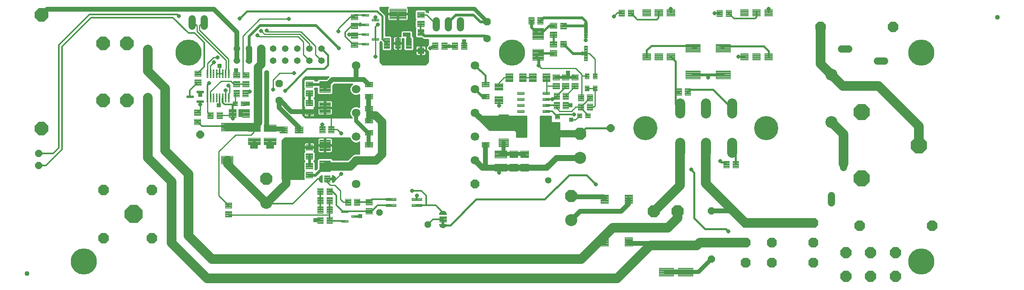
<source format=gtl>
G75*
%MOIN*%
%OFA0B0*%
%FSLAX25Y25*%
%IPPOS*%
%LPD*%
%AMOC8*
5,1,8,0,0,1.08239X$1,22.5*
%
%ADD10C,0.04000*%
%ADD11OC8,0.08850*%
%ADD12C,0.10000*%
%ADD13C,0.06000*%
%ADD14OC8,0.06000*%
%ADD15C,0.00415*%
%ADD16C,0.00425*%
%ADD17C,0.00409*%
%ADD18C,0.00419*%
%ADD19OC8,0.10000*%
%ADD20C,0.00402*%
%ADD21C,0.05315*%
%ADD22OC8,0.08268*%
%ADD23C,0.07087*%
%ADD24OC8,0.07087*%
%ADD25OC8,0.13386*%
%ADD26OC8,0.11268*%
%ADD27C,0.20000*%
%ADD28OC8,0.08600*%
%ADD29OC8,0.15000*%
%ADD30C,0.08250*%
%ADD31C,0.00406*%
%ADD32C,0.00394*%
%ADD33C,0.05906*%
%ADD34C,0.00386*%
%ADD35C,0.00384*%
%ADD36C,0.00433*%
%ADD37C,0.00378*%
%ADD38C,0.05400*%
%ADD39OC8,0.06496*%
%ADD40OC8,0.05400*%
%ADD41C,0.00408*%
%ADD42C,0.00400*%
%ADD43C,0.00100*%
%ADD44C,0.00390*%
%ADD45C,0.00413*%
%ADD46OC8,0.06300*%
%ADD47C,0.06300*%
%ADD48C,0.00396*%
%ADD49OC8,0.05906*%
%ADD50OC8,0.09055*%
%ADD51C,0.21654*%
%ADD52C,0.08000*%
%ADD53C,0.04000*%
%ADD54C,0.01600*%
%ADD55OC8,0.03175*%
%ADD56C,0.01200*%
%ADD57C,0.07000*%
%ADD58C,0.01000*%
%ADD59C,0.02400*%
%ADD60C,0.03200*%
%ADD61R,0.03175X0.03175*%
%ADD62C,0.05000*%
%ADD63OC8,0.03962*%
%ADD64C,0.03000*%
%ADD65C,0.02000*%
D10*
X0070510Y0071925D03*
X0873660Y0284524D03*
D11*
X0787449Y0276364D03*
X0727449Y0276364D03*
X0759699Y0111364D03*
X0819699Y0111364D03*
D12*
X0736449Y0197364D03*
X0736449Y0236734D03*
X0528449Y0167864D03*
X0520949Y0116114D03*
X0268699Y0130364D03*
D13*
X0507199Y0187864D02*
X0528449Y0187864D01*
X0736449Y0136350D02*
X0736449Y0130350D01*
X0746449Y0159878D02*
X0746449Y0165878D01*
X0774213Y0248114D02*
X0780213Y0248114D01*
X0750686Y0258114D02*
X0744686Y0258114D01*
D14*
X0636949Y0123864D03*
X0636949Y0083864D03*
X0170668Y0217896D03*
X0170668Y0257896D03*
D15*
X0350273Y0230960D02*
X0350273Y0226768D01*
X0350273Y0230960D02*
X0356551Y0230960D01*
X0356551Y0226768D01*
X0350273Y0226768D01*
X0350273Y0227182D02*
X0356551Y0227182D01*
X0356551Y0227596D02*
X0350273Y0227596D01*
X0350273Y0228010D02*
X0356551Y0228010D01*
X0356551Y0228424D02*
X0350273Y0228424D01*
X0350273Y0228838D02*
X0356551Y0228838D01*
X0356551Y0229252D02*
X0350273Y0229252D01*
X0350273Y0229666D02*
X0356551Y0229666D01*
X0356551Y0230080D02*
X0350273Y0230080D01*
X0350273Y0230494D02*
X0356551Y0230494D01*
X0356551Y0230908D02*
X0350273Y0230908D01*
X0350273Y0220960D02*
X0350273Y0216768D01*
X0350273Y0220960D02*
X0356551Y0220960D01*
X0356551Y0216768D01*
X0350273Y0216768D01*
X0350273Y0217182D02*
X0356551Y0217182D01*
X0356551Y0217596D02*
X0350273Y0217596D01*
X0350273Y0218010D02*
X0356551Y0218010D01*
X0356551Y0218424D02*
X0350273Y0218424D01*
X0350273Y0218838D02*
X0356551Y0218838D01*
X0356551Y0219252D02*
X0350273Y0219252D01*
X0350273Y0219666D02*
X0356551Y0219666D01*
X0356551Y0220080D02*
X0350273Y0220080D01*
X0350273Y0220494D02*
X0356551Y0220494D01*
X0356551Y0220908D02*
X0350273Y0220908D01*
X0350273Y0210960D02*
X0350273Y0206768D01*
X0350273Y0210960D02*
X0356551Y0210960D01*
X0356551Y0206768D01*
X0350273Y0206768D01*
X0350273Y0207182D02*
X0356551Y0207182D01*
X0356551Y0207596D02*
X0350273Y0207596D01*
X0350273Y0208010D02*
X0356551Y0208010D01*
X0356551Y0208424D02*
X0350273Y0208424D01*
X0350273Y0208838D02*
X0356551Y0208838D01*
X0356551Y0209252D02*
X0350273Y0209252D01*
X0350273Y0209666D02*
X0356551Y0209666D01*
X0356551Y0210080D02*
X0350273Y0210080D01*
X0350273Y0210494D02*
X0356551Y0210494D01*
X0356551Y0210908D02*
X0350273Y0210908D01*
X0350273Y0200960D02*
X0350273Y0196768D01*
X0350273Y0200960D02*
X0356551Y0200960D01*
X0356551Y0196768D01*
X0350273Y0196768D01*
X0350273Y0197182D02*
X0356551Y0197182D01*
X0356551Y0197596D02*
X0350273Y0197596D01*
X0350273Y0198010D02*
X0356551Y0198010D01*
X0356551Y0198424D02*
X0350273Y0198424D01*
X0350273Y0198838D02*
X0356551Y0198838D01*
X0356551Y0199252D02*
X0350273Y0199252D01*
X0350273Y0199666D02*
X0356551Y0199666D01*
X0356551Y0200080D02*
X0350273Y0200080D01*
X0350273Y0200494D02*
X0356551Y0200494D01*
X0356551Y0200908D02*
X0350273Y0200908D01*
X0350273Y0190960D02*
X0350273Y0186768D01*
X0350273Y0190960D02*
X0356551Y0190960D01*
X0356551Y0186768D01*
X0350273Y0186768D01*
X0350273Y0187182D02*
X0356551Y0187182D01*
X0356551Y0187596D02*
X0350273Y0187596D01*
X0350273Y0188010D02*
X0356551Y0188010D01*
X0356551Y0188424D02*
X0350273Y0188424D01*
X0350273Y0188838D02*
X0356551Y0188838D01*
X0356551Y0189252D02*
X0350273Y0189252D01*
X0350273Y0189666D02*
X0356551Y0189666D01*
X0356551Y0190080D02*
X0350273Y0190080D01*
X0350273Y0190494D02*
X0356551Y0190494D01*
X0356551Y0190908D02*
X0350273Y0190908D01*
X0350273Y0180960D02*
X0350273Y0176768D01*
X0350273Y0180960D02*
X0356551Y0180960D01*
X0356551Y0176768D01*
X0350273Y0176768D01*
X0350273Y0177182D02*
X0356551Y0177182D01*
X0356551Y0177596D02*
X0350273Y0177596D01*
X0350273Y0178010D02*
X0356551Y0178010D01*
X0356551Y0178424D02*
X0350273Y0178424D01*
X0350273Y0178838D02*
X0356551Y0178838D01*
X0356551Y0179252D02*
X0350273Y0179252D01*
X0350273Y0179666D02*
X0356551Y0179666D01*
X0356551Y0180080D02*
X0350273Y0180080D01*
X0350273Y0180494D02*
X0356551Y0180494D01*
X0356551Y0180908D02*
X0350273Y0180908D01*
X0446848Y0180960D02*
X0446848Y0176768D01*
X0446848Y0180960D02*
X0453126Y0180960D01*
X0453126Y0176768D01*
X0446848Y0176768D01*
X0446848Y0177182D02*
X0453126Y0177182D01*
X0453126Y0177596D02*
X0446848Y0177596D01*
X0446848Y0178010D02*
X0453126Y0178010D01*
X0453126Y0178424D02*
X0446848Y0178424D01*
X0446848Y0178838D02*
X0453126Y0178838D01*
X0453126Y0179252D02*
X0446848Y0179252D01*
X0446848Y0179666D02*
X0453126Y0179666D01*
X0453126Y0180080D02*
X0446848Y0180080D01*
X0446848Y0180494D02*
X0453126Y0180494D01*
X0453126Y0180908D02*
X0446848Y0180908D01*
X0446848Y0196768D02*
X0446848Y0200960D01*
X0453126Y0200960D01*
X0453126Y0196768D01*
X0446848Y0196768D01*
X0446848Y0197182D02*
X0453126Y0197182D01*
X0453126Y0197596D02*
X0446848Y0197596D01*
X0446848Y0198010D02*
X0453126Y0198010D01*
X0453126Y0198424D02*
X0446848Y0198424D01*
X0446848Y0198838D02*
X0453126Y0198838D01*
X0453126Y0199252D02*
X0446848Y0199252D01*
X0446848Y0199666D02*
X0453126Y0199666D01*
X0453126Y0200080D02*
X0446848Y0200080D01*
X0446848Y0200494D02*
X0453126Y0200494D01*
X0453126Y0200908D02*
X0446848Y0200908D01*
X0446848Y0216768D02*
X0446848Y0220960D01*
X0453126Y0220960D01*
X0453126Y0216768D01*
X0446848Y0216768D01*
X0446848Y0217182D02*
X0453126Y0217182D01*
X0453126Y0217596D02*
X0446848Y0217596D01*
X0446848Y0218010D02*
X0453126Y0218010D01*
X0453126Y0218424D02*
X0446848Y0218424D01*
X0446848Y0218838D02*
X0453126Y0218838D01*
X0453126Y0219252D02*
X0446848Y0219252D01*
X0446848Y0219666D02*
X0453126Y0219666D01*
X0453126Y0220080D02*
X0446848Y0220080D01*
X0446848Y0220494D02*
X0453126Y0220494D01*
X0453126Y0220908D02*
X0446848Y0220908D01*
X0446848Y0226768D02*
X0446848Y0230960D01*
X0453126Y0230960D01*
X0453126Y0226768D01*
X0446848Y0226768D01*
X0446848Y0227182D02*
X0453126Y0227182D01*
X0453126Y0227596D02*
X0446848Y0227596D01*
X0446848Y0228010D02*
X0453126Y0228010D01*
X0453126Y0228424D02*
X0446848Y0228424D01*
X0446848Y0228838D02*
X0453126Y0228838D01*
X0453126Y0229252D02*
X0446848Y0229252D01*
X0446848Y0229666D02*
X0453126Y0229666D01*
X0453126Y0230080D02*
X0446848Y0230080D01*
X0446848Y0230494D02*
X0453126Y0230494D01*
X0453126Y0230908D02*
X0446848Y0230908D01*
D16*
X0469067Y0203735D02*
X0469067Y0197073D01*
X0460831Y0197073D01*
X0460831Y0203735D01*
X0469067Y0203735D01*
X0469067Y0197497D02*
X0460831Y0197497D01*
X0460831Y0197921D02*
X0469067Y0197921D01*
X0469067Y0198345D02*
X0460831Y0198345D01*
X0460831Y0198769D02*
X0469067Y0198769D01*
X0469067Y0199193D02*
X0460831Y0199193D01*
X0460831Y0199617D02*
X0469067Y0199617D01*
X0469067Y0200041D02*
X0460831Y0200041D01*
X0460831Y0200465D02*
X0469067Y0200465D01*
X0469067Y0200889D02*
X0460831Y0200889D01*
X0460831Y0201313D02*
X0469067Y0201313D01*
X0469067Y0201737D02*
X0460831Y0201737D01*
X0460831Y0202161D02*
X0469067Y0202161D01*
X0469067Y0202585D02*
X0460831Y0202585D01*
X0460831Y0203009D02*
X0469067Y0203009D01*
X0469067Y0203433D02*
X0460831Y0203433D01*
X0469067Y0183656D02*
X0469067Y0176994D01*
X0460831Y0176994D01*
X0460831Y0183656D01*
X0469067Y0183656D01*
X0469067Y0177418D02*
X0460831Y0177418D01*
X0460831Y0177842D02*
X0469067Y0177842D01*
X0469067Y0178266D02*
X0460831Y0178266D01*
X0460831Y0178690D02*
X0469067Y0178690D01*
X0469067Y0179114D02*
X0460831Y0179114D01*
X0460831Y0179538D02*
X0469067Y0179538D01*
X0469067Y0179962D02*
X0460831Y0179962D01*
X0460831Y0180386D02*
X0469067Y0180386D01*
X0469067Y0180810D02*
X0460831Y0180810D01*
X0460831Y0181234D02*
X0469067Y0181234D01*
X0469067Y0181658D02*
X0460831Y0181658D01*
X0460831Y0182082D02*
X0469067Y0182082D01*
X0469067Y0182506D02*
X0460831Y0182506D01*
X0460831Y0182930D02*
X0469067Y0182930D01*
X0469067Y0183354D02*
X0460831Y0183354D01*
X0615612Y0233510D02*
X0615612Y0240172D01*
X0627786Y0240172D01*
X0627786Y0233510D01*
X0615612Y0233510D01*
X0615612Y0233934D02*
X0627786Y0233934D01*
X0627786Y0234358D02*
X0615612Y0234358D01*
X0615612Y0234782D02*
X0627786Y0234782D01*
X0627786Y0235206D02*
X0615612Y0235206D01*
X0615612Y0235630D02*
X0627786Y0235630D01*
X0627786Y0236054D02*
X0615612Y0236054D01*
X0615612Y0236478D02*
X0627786Y0236478D01*
X0627786Y0236902D02*
X0615612Y0236902D01*
X0615612Y0237326D02*
X0627786Y0237326D01*
X0627786Y0237750D02*
X0615612Y0237750D01*
X0615612Y0238174D02*
X0627786Y0238174D01*
X0627786Y0238598D02*
X0615612Y0238598D01*
X0615612Y0239022D02*
X0627786Y0239022D01*
X0627786Y0239446D02*
X0615612Y0239446D01*
X0615612Y0239870D02*
X0627786Y0239870D01*
X0640612Y0240172D02*
X0640612Y0233510D01*
X0640612Y0240172D02*
X0652786Y0240172D01*
X0652786Y0233510D01*
X0640612Y0233510D01*
X0640612Y0233934D02*
X0652786Y0233934D01*
X0652786Y0234358D02*
X0640612Y0234358D01*
X0640612Y0234782D02*
X0652786Y0234782D01*
X0652786Y0235206D02*
X0640612Y0235206D01*
X0640612Y0235630D02*
X0652786Y0235630D01*
X0652786Y0236054D02*
X0640612Y0236054D01*
X0640612Y0236478D02*
X0652786Y0236478D01*
X0652786Y0236902D02*
X0640612Y0236902D01*
X0640612Y0237326D02*
X0652786Y0237326D01*
X0652786Y0237750D02*
X0640612Y0237750D01*
X0640612Y0238174D02*
X0652786Y0238174D01*
X0652786Y0238598D02*
X0640612Y0238598D01*
X0640612Y0239022D02*
X0652786Y0239022D01*
X0652786Y0239446D02*
X0640612Y0239446D01*
X0640612Y0239870D02*
X0652786Y0239870D01*
X0640612Y0255557D02*
X0640612Y0262219D01*
X0652786Y0262219D01*
X0652786Y0255557D01*
X0640612Y0255557D01*
X0640612Y0255981D02*
X0652786Y0255981D01*
X0652786Y0256405D02*
X0640612Y0256405D01*
X0640612Y0256829D02*
X0652786Y0256829D01*
X0652786Y0257253D02*
X0640612Y0257253D01*
X0640612Y0257677D02*
X0652786Y0257677D01*
X0652786Y0258101D02*
X0640612Y0258101D01*
X0640612Y0258525D02*
X0652786Y0258525D01*
X0652786Y0258949D02*
X0640612Y0258949D01*
X0640612Y0259373D02*
X0652786Y0259373D01*
X0652786Y0259797D02*
X0640612Y0259797D01*
X0640612Y0260221D02*
X0652786Y0260221D01*
X0652786Y0260645D02*
X0640612Y0260645D01*
X0640612Y0261069D02*
X0652786Y0261069D01*
X0652786Y0261493D02*
X0640612Y0261493D01*
X0640612Y0261917D02*
X0652786Y0261917D01*
X0615612Y0262219D02*
X0615612Y0255557D01*
X0615612Y0262219D02*
X0627786Y0262219D01*
X0627786Y0255557D01*
X0615612Y0255557D01*
X0615612Y0255981D02*
X0627786Y0255981D01*
X0627786Y0256405D02*
X0615612Y0256405D01*
X0615612Y0256829D02*
X0627786Y0256829D01*
X0627786Y0257253D02*
X0615612Y0257253D01*
X0615612Y0257677D02*
X0627786Y0257677D01*
X0627786Y0258101D02*
X0615612Y0258101D01*
X0615612Y0258525D02*
X0627786Y0258525D01*
X0627786Y0258949D02*
X0615612Y0258949D01*
X0615612Y0259373D02*
X0627786Y0259373D01*
X0627786Y0259797D02*
X0615612Y0259797D01*
X0615612Y0260221D02*
X0627786Y0260221D01*
X0627786Y0260645D02*
X0615612Y0260645D01*
X0615612Y0261069D02*
X0627786Y0261069D01*
X0627786Y0261493D02*
X0615612Y0261493D01*
X0615612Y0261917D02*
X0627786Y0261917D01*
X0240908Y0196778D02*
X0231490Y0196778D01*
X0240908Y0196778D02*
X0240908Y0190116D01*
X0231490Y0190116D01*
X0231490Y0196778D01*
X0231490Y0190540D02*
X0240908Y0190540D01*
X0240908Y0190964D02*
X0231490Y0190964D01*
X0231490Y0191388D02*
X0240908Y0191388D01*
X0240908Y0191812D02*
X0231490Y0191812D01*
X0231490Y0192236D02*
X0240908Y0192236D01*
X0240908Y0192660D02*
X0231490Y0192660D01*
X0231490Y0193084D02*
X0240908Y0193084D01*
X0240908Y0193508D02*
X0231490Y0193508D01*
X0231490Y0193932D02*
X0240908Y0193932D01*
X0240908Y0194356D02*
X0231490Y0194356D01*
X0231490Y0194780D02*
X0240908Y0194780D01*
X0240908Y0195204D02*
X0231490Y0195204D01*
X0231490Y0195628D02*
X0240908Y0195628D01*
X0240908Y0196052D02*
X0231490Y0196052D01*
X0231490Y0196476D02*
X0240908Y0196476D01*
X0240908Y0169612D02*
X0231490Y0169612D01*
X0240908Y0169612D02*
X0240908Y0162950D01*
X0231490Y0162950D01*
X0231490Y0169612D01*
X0231490Y0163374D02*
X0240908Y0163374D01*
X0240908Y0163798D02*
X0231490Y0163798D01*
X0231490Y0164222D02*
X0240908Y0164222D01*
X0240908Y0164646D02*
X0231490Y0164646D01*
X0231490Y0165070D02*
X0240908Y0165070D01*
X0240908Y0165494D02*
X0231490Y0165494D01*
X0231490Y0165918D02*
X0240908Y0165918D01*
X0240908Y0166342D02*
X0231490Y0166342D01*
X0231490Y0166766D02*
X0240908Y0166766D01*
X0240908Y0167190D02*
X0231490Y0167190D01*
X0231490Y0167614D02*
X0240908Y0167614D01*
X0240908Y0168038D02*
X0231490Y0168038D01*
X0231490Y0168462D02*
X0240908Y0168462D01*
X0240908Y0168886D02*
X0231490Y0168886D01*
X0231490Y0169310D02*
X0240908Y0169310D01*
X0593612Y0098469D02*
X0593612Y0091807D01*
X0593612Y0098469D02*
X0605786Y0098469D01*
X0605786Y0091807D01*
X0593612Y0091807D01*
X0593612Y0092231D02*
X0605786Y0092231D01*
X0605786Y0092655D02*
X0593612Y0092655D01*
X0593612Y0093079D02*
X0605786Y0093079D01*
X0605786Y0093503D02*
X0593612Y0093503D01*
X0593612Y0093927D02*
X0605786Y0093927D01*
X0605786Y0094351D02*
X0593612Y0094351D01*
X0593612Y0094775D02*
X0605786Y0094775D01*
X0605786Y0095199D02*
X0593612Y0095199D01*
X0593612Y0095623D02*
X0605786Y0095623D01*
X0605786Y0096047D02*
X0593612Y0096047D01*
X0593612Y0096471D02*
X0605786Y0096471D01*
X0605786Y0096895D02*
X0593612Y0096895D01*
X0593612Y0097319D02*
X0605786Y0097319D01*
X0605786Y0097743D02*
X0593612Y0097743D01*
X0593612Y0098167D02*
X0605786Y0098167D01*
X0609362Y0098469D02*
X0609362Y0091807D01*
X0609362Y0098469D02*
X0621536Y0098469D01*
X0621536Y0091807D01*
X0609362Y0091807D01*
X0609362Y0092231D02*
X0621536Y0092231D01*
X0621536Y0092655D02*
X0609362Y0092655D01*
X0609362Y0093079D02*
X0621536Y0093079D01*
X0621536Y0093503D02*
X0609362Y0093503D01*
X0609362Y0093927D02*
X0621536Y0093927D01*
X0621536Y0094351D02*
X0609362Y0094351D01*
X0609362Y0094775D02*
X0621536Y0094775D01*
X0621536Y0095199D02*
X0609362Y0095199D01*
X0609362Y0095623D02*
X0621536Y0095623D01*
X0621536Y0096047D02*
X0609362Y0096047D01*
X0609362Y0096471D02*
X0621536Y0096471D01*
X0621536Y0096895D02*
X0609362Y0096895D01*
X0609362Y0097319D02*
X0621536Y0097319D01*
X0621536Y0097743D02*
X0609362Y0097743D01*
X0609362Y0098167D02*
X0621536Y0098167D01*
X0609362Y0076422D02*
X0609362Y0069760D01*
X0609362Y0076422D02*
X0621536Y0076422D01*
X0621536Y0069760D01*
X0609362Y0069760D01*
X0609362Y0070184D02*
X0621536Y0070184D01*
X0621536Y0070608D02*
X0609362Y0070608D01*
X0609362Y0071032D02*
X0621536Y0071032D01*
X0621536Y0071456D02*
X0609362Y0071456D01*
X0609362Y0071880D02*
X0621536Y0071880D01*
X0621536Y0072304D02*
X0609362Y0072304D01*
X0609362Y0072728D02*
X0621536Y0072728D01*
X0621536Y0073152D02*
X0609362Y0073152D01*
X0609362Y0073576D02*
X0621536Y0073576D01*
X0621536Y0074000D02*
X0609362Y0074000D01*
X0609362Y0074424D02*
X0621536Y0074424D01*
X0621536Y0074848D02*
X0609362Y0074848D01*
X0609362Y0075272D02*
X0621536Y0075272D01*
X0621536Y0075696D02*
X0609362Y0075696D01*
X0609362Y0076120D02*
X0621536Y0076120D01*
X0593612Y0076422D02*
X0593612Y0069760D01*
X0593612Y0076422D02*
X0605786Y0076422D01*
X0605786Y0069760D01*
X0593612Y0069760D01*
X0593612Y0070184D02*
X0605786Y0070184D01*
X0605786Y0070608D02*
X0593612Y0070608D01*
X0593612Y0071032D02*
X0605786Y0071032D01*
X0605786Y0071456D02*
X0593612Y0071456D01*
X0593612Y0071880D02*
X0605786Y0071880D01*
X0605786Y0072304D02*
X0593612Y0072304D01*
X0593612Y0072728D02*
X0605786Y0072728D01*
X0605786Y0073152D02*
X0593612Y0073152D01*
X0593612Y0073576D02*
X0605786Y0073576D01*
X0605786Y0074000D02*
X0593612Y0074000D01*
X0593612Y0074424D02*
X0605786Y0074424D01*
X0605786Y0074848D02*
X0593612Y0074848D01*
X0593612Y0075272D02*
X0605786Y0075272D01*
X0605786Y0075696D02*
X0593612Y0075696D01*
X0593612Y0076120D02*
X0605786Y0076120D01*
D17*
X0647104Y0159615D02*
X0651814Y0159615D01*
X0647104Y0159615D02*
X0647104Y0165113D01*
X0651814Y0165113D01*
X0651814Y0159615D01*
X0651814Y0160023D02*
X0647104Y0160023D01*
X0647104Y0160431D02*
X0651814Y0160431D01*
X0651814Y0160839D02*
X0647104Y0160839D01*
X0647104Y0161247D02*
X0651814Y0161247D01*
X0651814Y0161655D02*
X0647104Y0161655D01*
X0647104Y0162063D02*
X0651814Y0162063D01*
X0651814Y0162471D02*
X0647104Y0162471D01*
X0647104Y0162879D02*
X0651814Y0162879D01*
X0651814Y0163287D02*
X0647104Y0163287D01*
X0647104Y0163695D02*
X0651814Y0163695D01*
X0651814Y0164103D02*
X0647104Y0164103D01*
X0647104Y0164511D02*
X0651814Y0164511D01*
X0651814Y0164919D02*
X0647104Y0164919D01*
X0654585Y0159615D02*
X0659295Y0159615D01*
X0654585Y0159615D02*
X0654585Y0165113D01*
X0659295Y0165113D01*
X0659295Y0159615D01*
X0659295Y0160023D02*
X0654585Y0160023D01*
X0654585Y0160431D02*
X0659295Y0160431D01*
X0659295Y0160839D02*
X0654585Y0160839D01*
X0654585Y0161247D02*
X0659295Y0161247D01*
X0659295Y0161655D02*
X0654585Y0161655D01*
X0654585Y0162063D02*
X0659295Y0162063D01*
X0659295Y0162471D02*
X0654585Y0162471D01*
X0654585Y0162879D02*
X0659295Y0162879D01*
X0659295Y0163287D02*
X0654585Y0163287D01*
X0654585Y0163695D02*
X0659295Y0163695D01*
X0659295Y0164103D02*
X0654585Y0164103D01*
X0654585Y0164511D02*
X0659295Y0164511D01*
X0659295Y0164919D02*
X0654585Y0164919D01*
X0538795Y0207365D02*
X0534085Y0207365D01*
X0534085Y0212863D01*
X0538795Y0212863D01*
X0538795Y0207365D01*
X0538795Y0207773D02*
X0534085Y0207773D01*
X0534085Y0208181D02*
X0538795Y0208181D01*
X0538795Y0208589D02*
X0534085Y0208589D01*
X0534085Y0208997D02*
X0538795Y0208997D01*
X0538795Y0209405D02*
X0534085Y0209405D01*
X0534085Y0209813D02*
X0538795Y0209813D01*
X0538795Y0210221D02*
X0534085Y0210221D01*
X0534085Y0210629D02*
X0538795Y0210629D01*
X0538795Y0211037D02*
X0534085Y0211037D01*
X0534085Y0211445D02*
X0538795Y0211445D01*
X0538795Y0211853D02*
X0534085Y0211853D01*
X0534085Y0212261D02*
X0538795Y0212261D01*
X0538795Y0212669D02*
X0534085Y0212669D01*
X0534085Y0220613D02*
X0538795Y0220613D01*
X0538795Y0215115D01*
X0534085Y0215115D01*
X0534085Y0220613D01*
X0534085Y0215523D02*
X0538795Y0215523D01*
X0538795Y0215931D02*
X0534085Y0215931D01*
X0534085Y0216339D02*
X0538795Y0216339D01*
X0538795Y0216747D02*
X0534085Y0216747D01*
X0534085Y0217155D02*
X0538795Y0217155D01*
X0538795Y0217563D02*
X0534085Y0217563D01*
X0534085Y0217971D02*
X0538795Y0217971D01*
X0538795Y0218379D02*
X0534085Y0218379D01*
X0534085Y0218787D02*
X0538795Y0218787D01*
X0538795Y0219195D02*
X0534085Y0219195D01*
X0534085Y0219603D02*
X0538795Y0219603D01*
X0538795Y0220011D02*
X0534085Y0220011D01*
X0534085Y0220419D02*
X0538795Y0220419D01*
X0531314Y0220613D02*
X0526604Y0220613D01*
X0531314Y0220613D02*
X0531314Y0215115D01*
X0526604Y0215115D01*
X0526604Y0220613D01*
X0526604Y0215523D02*
X0531314Y0215523D01*
X0531314Y0215931D02*
X0526604Y0215931D01*
X0526604Y0216339D02*
X0531314Y0216339D01*
X0531314Y0216747D02*
X0526604Y0216747D01*
X0526604Y0217155D02*
X0531314Y0217155D01*
X0531314Y0217563D02*
X0526604Y0217563D01*
X0526604Y0217971D02*
X0531314Y0217971D01*
X0531314Y0218379D02*
X0526604Y0218379D01*
X0526604Y0218787D02*
X0531314Y0218787D01*
X0531314Y0219195D02*
X0526604Y0219195D01*
X0526604Y0219603D02*
X0531314Y0219603D01*
X0531314Y0220011D02*
X0526604Y0220011D01*
X0526604Y0220419D02*
X0531314Y0220419D01*
X0526698Y0225019D02*
X0526698Y0229729D01*
X0526698Y0225019D02*
X0521200Y0225019D01*
X0521200Y0229729D01*
X0526698Y0229729D01*
X0526698Y0225427D02*
X0521200Y0225427D01*
X0521200Y0225835D02*
X0526698Y0225835D01*
X0526698Y0226243D02*
X0521200Y0226243D01*
X0521200Y0226651D02*
X0526698Y0226651D01*
X0526698Y0227059D02*
X0521200Y0227059D01*
X0521200Y0227467D02*
X0526698Y0227467D01*
X0526698Y0227875D02*
X0521200Y0227875D01*
X0521200Y0228283D02*
X0526698Y0228283D01*
X0526698Y0228691D02*
X0521200Y0228691D01*
X0521200Y0229099D02*
X0526698Y0229099D01*
X0526698Y0229507D02*
X0521200Y0229507D01*
X0518948Y0229729D02*
X0518948Y0225019D01*
X0513450Y0225019D01*
X0513450Y0229729D01*
X0518948Y0229729D01*
X0518948Y0225427D02*
X0513450Y0225427D01*
X0513450Y0225835D02*
X0518948Y0225835D01*
X0518948Y0226243D02*
X0513450Y0226243D01*
X0513450Y0226651D02*
X0518948Y0226651D01*
X0518948Y0227059D02*
X0513450Y0227059D01*
X0513450Y0227467D02*
X0518948Y0227467D01*
X0518948Y0227875D02*
X0513450Y0227875D01*
X0513450Y0228283D02*
X0518948Y0228283D01*
X0518948Y0228691D02*
X0513450Y0228691D01*
X0513450Y0229099D02*
X0518948Y0229099D01*
X0518948Y0229507D02*
X0513450Y0229507D01*
X0511198Y0229729D02*
X0511198Y0225019D01*
X0505700Y0225019D01*
X0505700Y0229729D01*
X0511198Y0229729D01*
X0511198Y0225427D02*
X0505700Y0225427D01*
X0505700Y0225835D02*
X0511198Y0225835D01*
X0511198Y0226243D02*
X0505700Y0226243D01*
X0505700Y0226651D02*
X0511198Y0226651D01*
X0511198Y0227059D02*
X0505700Y0227059D01*
X0505700Y0227467D02*
X0511198Y0227467D01*
X0511198Y0227875D02*
X0505700Y0227875D01*
X0505700Y0228283D02*
X0511198Y0228283D01*
X0511198Y0228691D02*
X0505700Y0228691D01*
X0505700Y0229099D02*
X0511198Y0229099D01*
X0511198Y0229507D02*
X0505700Y0229507D01*
X0511198Y0232499D02*
X0511198Y0237209D01*
X0511198Y0232499D02*
X0505700Y0232499D01*
X0505700Y0237209D01*
X0511198Y0237209D01*
X0511198Y0232907D02*
X0505700Y0232907D01*
X0505700Y0233315D02*
X0511198Y0233315D01*
X0511198Y0233723D02*
X0505700Y0233723D01*
X0505700Y0234131D02*
X0511198Y0234131D01*
X0511198Y0234539D02*
X0505700Y0234539D01*
X0505700Y0234947D02*
X0511198Y0234947D01*
X0511198Y0235355D02*
X0505700Y0235355D01*
X0505700Y0235763D02*
X0511198Y0235763D01*
X0511198Y0236171D02*
X0505700Y0236171D01*
X0505700Y0236579D02*
X0511198Y0236579D01*
X0511198Y0236987D02*
X0505700Y0236987D01*
X0518948Y0237209D02*
X0518948Y0232499D01*
X0513450Y0232499D01*
X0513450Y0237209D01*
X0518948Y0237209D01*
X0518948Y0232907D02*
X0513450Y0232907D01*
X0513450Y0233315D02*
X0518948Y0233315D01*
X0518948Y0233723D02*
X0513450Y0233723D01*
X0513450Y0234131D02*
X0518948Y0234131D01*
X0518948Y0234539D02*
X0513450Y0234539D01*
X0513450Y0234947D02*
X0518948Y0234947D01*
X0518948Y0235355D02*
X0513450Y0235355D01*
X0513450Y0235763D02*
X0518948Y0235763D01*
X0518948Y0236171D02*
X0513450Y0236171D01*
X0513450Y0236579D02*
X0518948Y0236579D01*
X0518948Y0236987D02*
X0513450Y0236987D01*
X0526698Y0237209D02*
X0526698Y0232499D01*
X0521200Y0232499D01*
X0521200Y0237209D01*
X0526698Y0237209D01*
X0526698Y0232907D02*
X0521200Y0232907D01*
X0521200Y0233315D02*
X0526698Y0233315D01*
X0526698Y0233723D02*
X0521200Y0233723D01*
X0521200Y0234131D02*
X0526698Y0234131D01*
X0526698Y0234539D02*
X0521200Y0234539D01*
X0521200Y0234947D02*
X0526698Y0234947D01*
X0526698Y0235355D02*
X0521200Y0235355D01*
X0521200Y0235763D02*
X0526698Y0235763D01*
X0526698Y0236171D02*
X0521200Y0236171D01*
X0521200Y0236579D02*
X0526698Y0236579D01*
X0526698Y0236987D02*
X0521200Y0236987D01*
X0518795Y0221863D02*
X0514085Y0221863D01*
X0518795Y0221863D02*
X0518795Y0216365D01*
X0514085Y0216365D01*
X0514085Y0221863D01*
X0514085Y0216773D02*
X0518795Y0216773D01*
X0518795Y0217181D02*
X0514085Y0217181D01*
X0514085Y0217589D02*
X0518795Y0217589D01*
X0518795Y0217997D02*
X0514085Y0217997D01*
X0514085Y0218405D02*
X0518795Y0218405D01*
X0518795Y0218813D02*
X0514085Y0218813D01*
X0514085Y0219221D02*
X0518795Y0219221D01*
X0518795Y0219629D02*
X0514085Y0219629D01*
X0514085Y0220037D02*
X0518795Y0220037D01*
X0518795Y0220445D02*
X0514085Y0220445D01*
X0514085Y0220853D02*
X0518795Y0220853D01*
X0518795Y0221261D02*
X0514085Y0221261D01*
X0514085Y0221669D02*
X0518795Y0221669D01*
X0511314Y0221863D02*
X0506604Y0221863D01*
X0511314Y0221863D02*
X0511314Y0216365D01*
X0506604Y0216365D01*
X0506604Y0221863D01*
X0506604Y0216773D02*
X0511314Y0216773D01*
X0511314Y0217181D02*
X0506604Y0217181D01*
X0506604Y0217589D02*
X0511314Y0217589D01*
X0511314Y0217997D02*
X0506604Y0217997D01*
X0506604Y0218405D02*
X0511314Y0218405D01*
X0511314Y0218813D02*
X0506604Y0218813D01*
X0506604Y0219221D02*
X0511314Y0219221D01*
X0511314Y0219629D02*
X0506604Y0219629D01*
X0506604Y0220037D02*
X0511314Y0220037D01*
X0511314Y0220445D02*
X0506604Y0220445D01*
X0506604Y0220853D02*
X0511314Y0220853D01*
X0511314Y0221261D02*
X0506604Y0221261D01*
X0506604Y0221669D02*
X0511314Y0221669D01*
X0511314Y0214113D02*
X0506604Y0214113D01*
X0511314Y0214113D02*
X0511314Y0208615D01*
X0506604Y0208615D01*
X0506604Y0214113D01*
X0506604Y0209023D02*
X0511314Y0209023D01*
X0511314Y0209431D02*
X0506604Y0209431D01*
X0506604Y0209839D02*
X0511314Y0209839D01*
X0511314Y0210247D02*
X0506604Y0210247D01*
X0506604Y0210655D02*
X0511314Y0210655D01*
X0511314Y0211063D02*
X0506604Y0211063D01*
X0506604Y0211471D02*
X0511314Y0211471D01*
X0511314Y0211879D02*
X0506604Y0211879D01*
X0506604Y0212287D02*
X0511314Y0212287D01*
X0511314Y0212695D02*
X0506604Y0212695D01*
X0506604Y0213103D02*
X0511314Y0213103D01*
X0511314Y0213511D02*
X0506604Y0213511D01*
X0506604Y0213919D02*
X0511314Y0213919D01*
X0514085Y0214113D02*
X0518795Y0214113D01*
X0518795Y0208615D01*
X0514085Y0208615D01*
X0514085Y0214113D01*
X0514085Y0209023D02*
X0518795Y0209023D01*
X0518795Y0209431D02*
X0514085Y0209431D01*
X0514085Y0209839D02*
X0518795Y0209839D01*
X0518795Y0210247D02*
X0514085Y0210247D01*
X0514085Y0210655D02*
X0518795Y0210655D01*
X0518795Y0211063D02*
X0514085Y0211063D01*
X0514085Y0211471D02*
X0518795Y0211471D01*
X0518795Y0211879D02*
X0514085Y0211879D01*
X0514085Y0212287D02*
X0518795Y0212287D01*
X0518795Y0212695D02*
X0514085Y0212695D01*
X0514085Y0213103D02*
X0518795Y0213103D01*
X0518795Y0213511D02*
X0514085Y0213511D01*
X0514085Y0213919D02*
X0518795Y0213919D01*
X0526604Y0207365D02*
X0531314Y0207365D01*
X0526604Y0207365D02*
X0526604Y0212863D01*
X0531314Y0212863D01*
X0531314Y0207365D01*
X0531314Y0207773D02*
X0526604Y0207773D01*
X0526604Y0208181D02*
X0531314Y0208181D01*
X0531314Y0208589D02*
X0526604Y0208589D01*
X0526604Y0208997D02*
X0531314Y0208997D01*
X0531314Y0209405D02*
X0526604Y0209405D01*
X0526604Y0209813D02*
X0531314Y0209813D01*
X0531314Y0210221D02*
X0526604Y0210221D01*
X0526604Y0210629D02*
X0531314Y0210629D01*
X0531314Y0211037D02*
X0526604Y0211037D01*
X0526604Y0211445D02*
X0531314Y0211445D01*
X0531314Y0211853D02*
X0526604Y0211853D01*
X0526604Y0212261D02*
X0531314Y0212261D01*
X0531314Y0212669D02*
X0526604Y0212669D01*
X0607604Y0219865D02*
X0612314Y0219865D01*
X0607604Y0219865D02*
X0607604Y0225363D01*
X0612314Y0225363D01*
X0612314Y0219865D01*
X0612314Y0220273D02*
X0607604Y0220273D01*
X0607604Y0220681D02*
X0612314Y0220681D01*
X0612314Y0221089D02*
X0607604Y0221089D01*
X0607604Y0221497D02*
X0612314Y0221497D01*
X0612314Y0221905D02*
X0607604Y0221905D01*
X0607604Y0222313D02*
X0612314Y0222313D01*
X0612314Y0222721D02*
X0607604Y0222721D01*
X0607604Y0223129D02*
X0612314Y0223129D01*
X0612314Y0223537D02*
X0607604Y0223537D01*
X0607604Y0223945D02*
X0612314Y0223945D01*
X0612314Y0224353D02*
X0607604Y0224353D01*
X0607604Y0224761D02*
X0612314Y0224761D01*
X0612314Y0225169D02*
X0607604Y0225169D01*
X0615085Y0219865D02*
X0619795Y0219865D01*
X0615085Y0219865D02*
X0615085Y0225363D01*
X0619795Y0225363D01*
X0619795Y0219865D01*
X0619795Y0220273D02*
X0615085Y0220273D01*
X0615085Y0220681D02*
X0619795Y0220681D01*
X0619795Y0221089D02*
X0615085Y0221089D01*
X0615085Y0221497D02*
X0619795Y0221497D01*
X0619795Y0221905D02*
X0615085Y0221905D01*
X0615085Y0222313D02*
X0619795Y0222313D01*
X0619795Y0222721D02*
X0615085Y0222721D01*
X0615085Y0223129D02*
X0619795Y0223129D01*
X0619795Y0223537D02*
X0615085Y0223537D01*
X0615085Y0223945D02*
X0619795Y0223945D01*
X0619795Y0224353D02*
X0615085Y0224353D01*
X0615085Y0224761D02*
X0619795Y0224761D01*
X0619795Y0225169D02*
X0615085Y0225169D01*
X0503450Y0252269D02*
X0503450Y0256979D01*
X0508948Y0256979D01*
X0508948Y0252269D01*
X0503450Y0252269D01*
X0503450Y0252677D02*
X0508948Y0252677D01*
X0508948Y0253085D02*
X0503450Y0253085D01*
X0503450Y0253493D02*
X0508948Y0253493D01*
X0508948Y0253901D02*
X0503450Y0253901D01*
X0503450Y0254309D02*
X0508948Y0254309D01*
X0508948Y0254717D02*
X0503450Y0254717D01*
X0503450Y0255125D02*
X0508948Y0255125D01*
X0508948Y0255533D02*
X0503450Y0255533D01*
X0503450Y0255941D02*
X0508948Y0255941D01*
X0508948Y0256349D02*
X0503450Y0256349D01*
X0503450Y0256757D02*
X0508948Y0256757D01*
X0503450Y0259749D02*
X0503450Y0264459D01*
X0508948Y0264459D01*
X0508948Y0259749D01*
X0503450Y0259749D01*
X0503450Y0260157D02*
X0508948Y0260157D01*
X0508948Y0260565D02*
X0503450Y0260565D01*
X0503450Y0260973D02*
X0508948Y0260973D01*
X0508948Y0261381D02*
X0503450Y0261381D01*
X0503450Y0261789D02*
X0508948Y0261789D01*
X0508948Y0262197D02*
X0503450Y0262197D01*
X0503450Y0262605D02*
X0508948Y0262605D01*
X0508948Y0263013D02*
X0503450Y0263013D01*
X0503450Y0263421D02*
X0508948Y0263421D01*
X0508948Y0263829D02*
X0503450Y0263829D01*
X0503450Y0264237D02*
X0508948Y0264237D01*
X0503450Y0267769D02*
X0503450Y0272479D01*
X0508948Y0272479D01*
X0508948Y0267769D01*
X0503450Y0267769D01*
X0503450Y0268177D02*
X0508948Y0268177D01*
X0508948Y0268585D02*
X0503450Y0268585D01*
X0503450Y0268993D02*
X0508948Y0268993D01*
X0508948Y0269401D02*
X0503450Y0269401D01*
X0503450Y0269809D02*
X0508948Y0269809D01*
X0508948Y0270217D02*
X0503450Y0270217D01*
X0503450Y0270625D02*
X0508948Y0270625D01*
X0508948Y0271033D02*
X0503450Y0271033D01*
X0503450Y0271441D02*
X0508948Y0271441D01*
X0508948Y0271849D02*
X0503450Y0271849D01*
X0503450Y0272257D02*
X0508948Y0272257D01*
X0503450Y0275249D02*
X0503450Y0279959D01*
X0508948Y0279959D01*
X0508948Y0275249D01*
X0503450Y0275249D01*
X0503450Y0275657D02*
X0508948Y0275657D01*
X0508948Y0276065D02*
X0503450Y0276065D01*
X0503450Y0276473D02*
X0508948Y0276473D01*
X0508948Y0276881D02*
X0503450Y0276881D01*
X0503450Y0277289D02*
X0508948Y0277289D01*
X0508948Y0277697D02*
X0503450Y0277697D01*
X0503450Y0278105D02*
X0508948Y0278105D01*
X0508948Y0278513D02*
X0503450Y0278513D01*
X0503450Y0278921D02*
X0508948Y0278921D01*
X0508948Y0279329D02*
X0503450Y0279329D01*
X0503450Y0279737D02*
X0508948Y0279737D01*
X0497795Y0278865D02*
X0493085Y0278865D01*
X0493085Y0284363D01*
X0497795Y0284363D01*
X0497795Y0278865D01*
X0497795Y0279273D02*
X0493085Y0279273D01*
X0493085Y0279681D02*
X0497795Y0279681D01*
X0497795Y0280089D02*
X0493085Y0280089D01*
X0493085Y0280497D02*
X0497795Y0280497D01*
X0497795Y0280905D02*
X0493085Y0280905D01*
X0493085Y0281313D02*
X0497795Y0281313D01*
X0497795Y0281721D02*
X0493085Y0281721D01*
X0493085Y0282129D02*
X0497795Y0282129D01*
X0497795Y0282537D02*
X0493085Y0282537D01*
X0493085Y0282945D02*
X0497795Y0282945D01*
X0497795Y0283353D02*
X0493085Y0283353D01*
X0493085Y0283761D02*
X0497795Y0283761D01*
X0497795Y0284169D02*
X0493085Y0284169D01*
X0490314Y0278865D02*
X0485604Y0278865D01*
X0485604Y0284363D01*
X0490314Y0284363D01*
X0490314Y0278865D01*
X0490314Y0279273D02*
X0485604Y0279273D01*
X0485604Y0279681D02*
X0490314Y0279681D01*
X0490314Y0280089D02*
X0485604Y0280089D01*
X0485604Y0280497D02*
X0490314Y0280497D01*
X0490314Y0280905D02*
X0485604Y0280905D01*
X0485604Y0281313D02*
X0490314Y0281313D01*
X0490314Y0281721D02*
X0485604Y0281721D01*
X0485604Y0282129D02*
X0490314Y0282129D01*
X0490314Y0282537D02*
X0485604Y0282537D01*
X0485604Y0282945D02*
X0490314Y0282945D01*
X0490314Y0283353D02*
X0485604Y0283353D01*
X0485604Y0283761D02*
X0490314Y0283761D01*
X0490314Y0284169D02*
X0485604Y0284169D01*
X0434545Y0257865D02*
X0429835Y0257865D01*
X0429835Y0263363D01*
X0434545Y0263363D01*
X0434545Y0257865D01*
X0434545Y0258273D02*
X0429835Y0258273D01*
X0429835Y0258681D02*
X0434545Y0258681D01*
X0434545Y0259089D02*
X0429835Y0259089D01*
X0429835Y0259497D02*
X0434545Y0259497D01*
X0434545Y0259905D02*
X0429835Y0259905D01*
X0429835Y0260313D02*
X0434545Y0260313D01*
X0434545Y0260721D02*
X0429835Y0260721D01*
X0429835Y0261129D02*
X0434545Y0261129D01*
X0434545Y0261537D02*
X0429835Y0261537D01*
X0429835Y0261945D02*
X0434545Y0261945D01*
X0434545Y0262353D02*
X0429835Y0262353D01*
X0429835Y0262761D02*
X0434545Y0262761D01*
X0434545Y0263169D02*
X0429835Y0263169D01*
X0427064Y0257865D02*
X0422354Y0257865D01*
X0422354Y0263363D01*
X0427064Y0263363D01*
X0427064Y0257865D01*
X0427064Y0258273D02*
X0422354Y0258273D01*
X0422354Y0258681D02*
X0427064Y0258681D01*
X0427064Y0259089D02*
X0422354Y0259089D01*
X0422354Y0259497D02*
X0427064Y0259497D01*
X0427064Y0259905D02*
X0422354Y0259905D01*
X0422354Y0260313D02*
X0427064Y0260313D01*
X0427064Y0260721D02*
X0422354Y0260721D01*
X0422354Y0261129D02*
X0427064Y0261129D01*
X0427064Y0261537D02*
X0422354Y0261537D01*
X0422354Y0261945D02*
X0427064Y0261945D01*
X0427064Y0262353D02*
X0422354Y0262353D01*
X0422354Y0262761D02*
X0427064Y0262761D01*
X0427064Y0263169D02*
X0422354Y0263169D01*
X0418295Y0263363D02*
X0413585Y0263363D01*
X0418295Y0263363D02*
X0418295Y0257865D01*
X0413585Y0257865D01*
X0413585Y0263363D01*
X0413585Y0258273D02*
X0418295Y0258273D01*
X0418295Y0258681D02*
X0413585Y0258681D01*
X0413585Y0259089D02*
X0418295Y0259089D01*
X0418295Y0259497D02*
X0413585Y0259497D01*
X0413585Y0259905D02*
X0418295Y0259905D01*
X0418295Y0260313D02*
X0413585Y0260313D01*
X0413585Y0260721D02*
X0418295Y0260721D01*
X0418295Y0261129D02*
X0413585Y0261129D01*
X0413585Y0261537D02*
X0418295Y0261537D01*
X0418295Y0261945D02*
X0413585Y0261945D01*
X0413585Y0262353D02*
X0418295Y0262353D01*
X0418295Y0262761D02*
X0413585Y0262761D01*
X0413585Y0263169D02*
X0418295Y0263169D01*
X0410814Y0263363D02*
X0406104Y0263363D01*
X0410814Y0263363D02*
X0410814Y0257865D01*
X0406104Y0257865D01*
X0406104Y0263363D01*
X0406104Y0258273D02*
X0410814Y0258273D01*
X0410814Y0258681D02*
X0406104Y0258681D01*
X0406104Y0259089D02*
X0410814Y0259089D01*
X0410814Y0259497D02*
X0406104Y0259497D01*
X0406104Y0259905D02*
X0410814Y0259905D01*
X0410814Y0260313D02*
X0406104Y0260313D01*
X0406104Y0260721D02*
X0410814Y0260721D01*
X0410814Y0261129D02*
X0406104Y0261129D01*
X0406104Y0261537D02*
X0410814Y0261537D01*
X0410814Y0261945D02*
X0406104Y0261945D01*
X0406104Y0262353D02*
X0410814Y0262353D01*
X0410814Y0262761D02*
X0406104Y0262761D01*
X0406104Y0263169D02*
X0410814Y0263169D01*
X0393700Y0276769D02*
X0393700Y0281479D01*
X0399198Y0281479D01*
X0399198Y0276769D01*
X0393700Y0276769D01*
X0393700Y0277177D02*
X0399198Y0277177D01*
X0399198Y0277585D02*
X0393700Y0277585D01*
X0393700Y0277993D02*
X0399198Y0277993D01*
X0399198Y0278401D02*
X0393700Y0278401D01*
X0393700Y0278809D02*
X0399198Y0278809D01*
X0399198Y0279217D02*
X0393700Y0279217D01*
X0393700Y0279625D02*
X0399198Y0279625D01*
X0399198Y0280033D02*
X0393700Y0280033D01*
X0393700Y0280441D02*
X0399198Y0280441D01*
X0399198Y0280849D02*
X0393700Y0280849D01*
X0393700Y0281257D02*
X0399198Y0281257D01*
X0393700Y0284249D02*
X0393700Y0288959D01*
X0399198Y0288959D01*
X0399198Y0284249D01*
X0393700Y0284249D01*
X0393700Y0284657D02*
X0399198Y0284657D01*
X0399198Y0285065D02*
X0393700Y0285065D01*
X0393700Y0285473D02*
X0399198Y0285473D01*
X0399198Y0285881D02*
X0393700Y0285881D01*
X0393700Y0286289D02*
X0399198Y0286289D01*
X0399198Y0286697D02*
X0393700Y0286697D01*
X0393700Y0287105D02*
X0399198Y0287105D01*
X0399198Y0287513D02*
X0393700Y0287513D01*
X0393700Y0287921D02*
X0399198Y0287921D01*
X0399198Y0288329D02*
X0393700Y0288329D01*
X0393700Y0288737D02*
X0399198Y0288737D01*
X0344198Y0287209D02*
X0344198Y0282499D01*
X0338700Y0282499D01*
X0338700Y0287209D01*
X0344198Y0287209D01*
X0344198Y0282907D02*
X0338700Y0282907D01*
X0338700Y0283315D02*
X0344198Y0283315D01*
X0344198Y0283723D02*
X0338700Y0283723D01*
X0338700Y0284131D02*
X0344198Y0284131D01*
X0344198Y0284539D02*
X0338700Y0284539D01*
X0338700Y0284947D02*
X0344198Y0284947D01*
X0344198Y0285355D02*
X0338700Y0285355D01*
X0338700Y0285763D02*
X0344198Y0285763D01*
X0344198Y0286171D02*
X0338700Y0286171D01*
X0338700Y0286579D02*
X0344198Y0286579D01*
X0344198Y0286987D02*
X0338700Y0286987D01*
X0344198Y0279729D02*
X0344198Y0275019D01*
X0338700Y0275019D01*
X0338700Y0279729D01*
X0344198Y0279729D01*
X0344198Y0275427D02*
X0338700Y0275427D01*
X0338700Y0275835D02*
X0344198Y0275835D01*
X0344198Y0276243D02*
X0338700Y0276243D01*
X0338700Y0276651D02*
X0344198Y0276651D01*
X0344198Y0277059D02*
X0338700Y0277059D01*
X0338700Y0277467D02*
X0344198Y0277467D01*
X0344198Y0277875D02*
X0338700Y0277875D01*
X0338700Y0278283D02*
X0344198Y0278283D01*
X0344198Y0278691D02*
X0338700Y0278691D01*
X0338700Y0279099D02*
X0344198Y0279099D01*
X0344198Y0279507D02*
X0338700Y0279507D01*
X0344198Y0271709D02*
X0344198Y0266999D01*
X0338700Y0266999D01*
X0338700Y0271709D01*
X0344198Y0271709D01*
X0344198Y0267407D02*
X0338700Y0267407D01*
X0338700Y0267815D02*
X0344198Y0267815D01*
X0344198Y0268223D02*
X0338700Y0268223D01*
X0338700Y0268631D02*
X0344198Y0268631D01*
X0344198Y0269039D02*
X0338700Y0269039D01*
X0338700Y0269447D02*
X0344198Y0269447D01*
X0344198Y0269855D02*
X0338700Y0269855D01*
X0338700Y0270263D02*
X0344198Y0270263D01*
X0344198Y0270671D02*
X0338700Y0270671D01*
X0338700Y0271079D02*
X0344198Y0271079D01*
X0344198Y0271487D02*
X0338700Y0271487D01*
X0344198Y0264229D02*
X0344198Y0259519D01*
X0338700Y0259519D01*
X0338700Y0264229D01*
X0344198Y0264229D01*
X0344198Y0259927D02*
X0338700Y0259927D01*
X0338700Y0260335D02*
X0344198Y0260335D01*
X0344198Y0260743D02*
X0338700Y0260743D01*
X0338700Y0261151D02*
X0344198Y0261151D01*
X0344198Y0261559D02*
X0338700Y0261559D01*
X0338700Y0261967D02*
X0344198Y0261967D01*
X0344198Y0262375D02*
X0338700Y0262375D01*
X0338700Y0262783D02*
X0344198Y0262783D01*
X0344198Y0263191D02*
X0338700Y0263191D01*
X0338700Y0263599D02*
X0344198Y0263599D01*
X0344198Y0264007D02*
X0338700Y0264007D01*
X0254448Y0238959D02*
X0254448Y0234249D01*
X0248950Y0234249D01*
X0248950Y0238959D01*
X0254448Y0238959D01*
X0254448Y0234657D02*
X0248950Y0234657D01*
X0248950Y0235065D02*
X0254448Y0235065D01*
X0254448Y0235473D02*
X0248950Y0235473D01*
X0248950Y0235881D02*
X0254448Y0235881D01*
X0254448Y0236289D02*
X0248950Y0236289D01*
X0248950Y0236697D02*
X0254448Y0236697D01*
X0254448Y0237105D02*
X0248950Y0237105D01*
X0248950Y0237513D02*
X0254448Y0237513D01*
X0254448Y0237921D02*
X0248950Y0237921D01*
X0248950Y0238329D02*
X0254448Y0238329D01*
X0254448Y0238737D02*
X0248950Y0238737D01*
X0246698Y0238959D02*
X0246698Y0234249D01*
X0241200Y0234249D01*
X0241200Y0238959D01*
X0246698Y0238959D01*
X0246698Y0234657D02*
X0241200Y0234657D01*
X0241200Y0235065D02*
X0246698Y0235065D01*
X0246698Y0235473D02*
X0241200Y0235473D01*
X0241200Y0235881D02*
X0246698Y0235881D01*
X0246698Y0236289D02*
X0241200Y0236289D01*
X0241200Y0236697D02*
X0246698Y0236697D01*
X0246698Y0237105D02*
X0241200Y0237105D01*
X0241200Y0237513D02*
X0246698Y0237513D01*
X0246698Y0237921D02*
X0241200Y0237921D01*
X0241200Y0238329D02*
X0246698Y0238329D01*
X0246698Y0238737D02*
X0241200Y0238737D01*
X0246698Y0231479D02*
X0246698Y0226769D01*
X0241200Y0226769D01*
X0241200Y0231479D01*
X0246698Y0231479D01*
X0246698Y0227177D02*
X0241200Y0227177D01*
X0241200Y0227585D02*
X0246698Y0227585D01*
X0246698Y0227993D02*
X0241200Y0227993D01*
X0241200Y0228401D02*
X0246698Y0228401D01*
X0246698Y0228809D02*
X0241200Y0228809D01*
X0241200Y0229217D02*
X0246698Y0229217D01*
X0246698Y0229625D02*
X0241200Y0229625D01*
X0241200Y0230033D02*
X0246698Y0230033D01*
X0246698Y0230441D02*
X0241200Y0230441D01*
X0241200Y0230849D02*
X0246698Y0230849D01*
X0246698Y0231257D02*
X0241200Y0231257D01*
X0254448Y0231479D02*
X0254448Y0226769D01*
X0248950Y0226769D01*
X0248950Y0231479D01*
X0254448Y0231479D01*
X0254448Y0227177D02*
X0248950Y0227177D01*
X0248950Y0227585D02*
X0254448Y0227585D01*
X0254448Y0227993D02*
X0248950Y0227993D01*
X0248950Y0228401D02*
X0254448Y0228401D01*
X0254448Y0228809D02*
X0248950Y0228809D01*
X0248950Y0229217D02*
X0254448Y0229217D01*
X0254448Y0229625D02*
X0248950Y0229625D01*
X0248950Y0230033D02*
X0254448Y0230033D01*
X0254448Y0230441D02*
X0248950Y0230441D01*
X0248950Y0230849D02*
X0254448Y0230849D01*
X0254448Y0231257D02*
X0248950Y0231257D01*
X0249085Y0224113D02*
X0253795Y0224113D01*
X0253795Y0218615D01*
X0249085Y0218615D01*
X0249085Y0224113D01*
X0249085Y0219023D02*
X0253795Y0219023D01*
X0253795Y0219431D02*
X0249085Y0219431D01*
X0249085Y0219839D02*
X0253795Y0219839D01*
X0253795Y0220247D02*
X0249085Y0220247D01*
X0249085Y0220655D02*
X0253795Y0220655D01*
X0253795Y0221063D02*
X0249085Y0221063D01*
X0249085Y0221471D02*
X0253795Y0221471D01*
X0253795Y0221879D02*
X0249085Y0221879D01*
X0249085Y0222287D02*
X0253795Y0222287D01*
X0253795Y0222695D02*
X0249085Y0222695D01*
X0249085Y0223103D02*
X0253795Y0223103D01*
X0253795Y0223511D02*
X0249085Y0223511D01*
X0249085Y0223919D02*
X0253795Y0223919D01*
X0246314Y0224113D02*
X0241604Y0224113D01*
X0246314Y0224113D02*
X0246314Y0218615D01*
X0241604Y0218615D01*
X0241604Y0224113D01*
X0241604Y0219023D02*
X0246314Y0219023D01*
X0246314Y0219431D02*
X0241604Y0219431D01*
X0241604Y0219839D02*
X0246314Y0219839D01*
X0246314Y0220247D02*
X0241604Y0220247D01*
X0241604Y0220655D02*
X0246314Y0220655D01*
X0246314Y0221063D02*
X0241604Y0221063D01*
X0241604Y0221471D02*
X0246314Y0221471D01*
X0246314Y0221879D02*
X0241604Y0221879D01*
X0241604Y0222287D02*
X0246314Y0222287D01*
X0246314Y0222695D02*
X0241604Y0222695D01*
X0241604Y0223103D02*
X0246314Y0223103D01*
X0246314Y0223511D02*
X0241604Y0223511D01*
X0241604Y0223919D02*
X0246314Y0223919D01*
X0209200Y0228019D02*
X0209200Y0232729D01*
X0214698Y0232729D01*
X0214698Y0228019D01*
X0209200Y0228019D01*
X0209200Y0228427D02*
X0214698Y0228427D01*
X0214698Y0228835D02*
X0209200Y0228835D01*
X0209200Y0229243D02*
X0214698Y0229243D01*
X0214698Y0229651D02*
X0209200Y0229651D01*
X0209200Y0230059D02*
X0214698Y0230059D01*
X0214698Y0230467D02*
X0209200Y0230467D01*
X0209200Y0230875D02*
X0214698Y0230875D01*
X0214698Y0231283D02*
X0209200Y0231283D01*
X0209200Y0231691D02*
X0214698Y0231691D01*
X0214698Y0232099D02*
X0209200Y0232099D01*
X0209200Y0232507D02*
X0214698Y0232507D01*
X0209200Y0235499D02*
X0209200Y0240209D01*
X0214698Y0240209D01*
X0214698Y0235499D01*
X0209200Y0235499D01*
X0209200Y0235907D02*
X0214698Y0235907D01*
X0214698Y0236315D02*
X0209200Y0236315D01*
X0209200Y0236723D02*
X0214698Y0236723D01*
X0214698Y0237131D02*
X0209200Y0237131D01*
X0209200Y0237539D02*
X0214698Y0237539D01*
X0214698Y0237947D02*
X0209200Y0237947D01*
X0209200Y0238355D02*
X0214698Y0238355D01*
X0214698Y0238763D02*
X0209200Y0238763D01*
X0209200Y0239171D02*
X0214698Y0239171D01*
X0214698Y0239579D02*
X0209200Y0239579D01*
X0209200Y0239987D02*
X0214698Y0239987D01*
X0306948Y0231209D02*
X0306948Y0226499D01*
X0301450Y0226499D01*
X0301450Y0231209D01*
X0306948Y0231209D01*
X0306948Y0226907D02*
X0301450Y0226907D01*
X0301450Y0227315D02*
X0306948Y0227315D01*
X0306948Y0227723D02*
X0301450Y0227723D01*
X0301450Y0228131D02*
X0306948Y0228131D01*
X0306948Y0228539D02*
X0301450Y0228539D01*
X0301450Y0228947D02*
X0306948Y0228947D01*
X0306948Y0229355D02*
X0301450Y0229355D01*
X0301450Y0229763D02*
X0306948Y0229763D01*
X0306948Y0230171D02*
X0301450Y0230171D01*
X0301450Y0230579D02*
X0306948Y0230579D01*
X0306948Y0230987D02*
X0301450Y0230987D01*
X0306948Y0223729D02*
X0306948Y0219019D01*
X0301450Y0219019D01*
X0301450Y0223729D01*
X0306948Y0223729D01*
X0306948Y0219427D02*
X0301450Y0219427D01*
X0301450Y0219835D02*
X0306948Y0219835D01*
X0306948Y0220243D02*
X0301450Y0220243D01*
X0301450Y0220651D02*
X0306948Y0220651D01*
X0306948Y0221059D02*
X0301450Y0221059D01*
X0301450Y0221467D02*
X0306948Y0221467D01*
X0306948Y0221875D02*
X0301450Y0221875D01*
X0301450Y0222283D02*
X0306948Y0222283D01*
X0306948Y0222691D02*
X0301450Y0222691D01*
X0301450Y0223099D02*
X0306948Y0223099D01*
X0306948Y0223507D02*
X0301450Y0223507D01*
X0306948Y0215709D02*
X0306948Y0210999D01*
X0301450Y0210999D01*
X0301450Y0215709D01*
X0306948Y0215709D01*
X0306948Y0211407D02*
X0301450Y0211407D01*
X0301450Y0211815D02*
X0306948Y0211815D01*
X0306948Y0212223D02*
X0301450Y0212223D01*
X0301450Y0212631D02*
X0306948Y0212631D01*
X0306948Y0213039D02*
X0301450Y0213039D01*
X0301450Y0213447D02*
X0306948Y0213447D01*
X0306948Y0213855D02*
X0301450Y0213855D01*
X0301450Y0214263D02*
X0306948Y0214263D01*
X0306948Y0214671D02*
X0301450Y0214671D01*
X0301450Y0215079D02*
X0306948Y0215079D01*
X0306948Y0215487D02*
X0301450Y0215487D01*
X0306948Y0208229D02*
X0306948Y0203519D01*
X0301450Y0203519D01*
X0301450Y0208229D01*
X0306948Y0208229D01*
X0306948Y0203927D02*
X0301450Y0203927D01*
X0301450Y0204335D02*
X0306948Y0204335D01*
X0306948Y0204743D02*
X0301450Y0204743D01*
X0301450Y0205151D02*
X0306948Y0205151D01*
X0306948Y0205559D02*
X0301450Y0205559D01*
X0301450Y0205967D02*
X0306948Y0205967D01*
X0306948Y0206375D02*
X0301450Y0206375D01*
X0301450Y0206783D02*
X0306948Y0206783D01*
X0306948Y0207191D02*
X0301450Y0207191D01*
X0301450Y0207599D02*
X0306948Y0207599D01*
X0306948Y0208007D02*
X0301450Y0208007D01*
X0312604Y0194113D02*
X0317314Y0194113D01*
X0317314Y0188615D01*
X0312604Y0188615D01*
X0312604Y0194113D01*
X0312604Y0189023D02*
X0317314Y0189023D01*
X0317314Y0189431D02*
X0312604Y0189431D01*
X0312604Y0189839D02*
X0317314Y0189839D01*
X0317314Y0190247D02*
X0312604Y0190247D01*
X0312604Y0190655D02*
X0317314Y0190655D01*
X0317314Y0191063D02*
X0312604Y0191063D01*
X0312604Y0191471D02*
X0317314Y0191471D01*
X0317314Y0191879D02*
X0312604Y0191879D01*
X0312604Y0192287D02*
X0317314Y0192287D01*
X0317314Y0192695D02*
X0312604Y0192695D01*
X0312604Y0193103D02*
X0317314Y0193103D01*
X0317314Y0193511D02*
X0312604Y0193511D01*
X0312604Y0193919D02*
X0317314Y0193919D01*
X0320085Y0194113D02*
X0324795Y0194113D01*
X0324795Y0188615D01*
X0320085Y0188615D01*
X0320085Y0194113D01*
X0320085Y0189023D02*
X0324795Y0189023D01*
X0324795Y0189431D02*
X0320085Y0189431D01*
X0320085Y0189839D02*
X0324795Y0189839D01*
X0324795Y0190247D02*
X0320085Y0190247D01*
X0320085Y0190655D02*
X0324795Y0190655D01*
X0324795Y0191063D02*
X0320085Y0191063D01*
X0320085Y0191471D02*
X0324795Y0191471D01*
X0324795Y0191879D02*
X0320085Y0191879D01*
X0320085Y0192287D02*
X0324795Y0192287D01*
X0324795Y0192695D02*
X0320085Y0192695D01*
X0320085Y0193103D02*
X0324795Y0193103D01*
X0324795Y0193511D02*
X0320085Y0193511D01*
X0320085Y0193919D02*
X0324795Y0193919D01*
X0301450Y0178959D02*
X0301450Y0174249D01*
X0301450Y0178959D02*
X0306948Y0178959D01*
X0306948Y0174249D01*
X0301450Y0174249D01*
X0301450Y0174657D02*
X0306948Y0174657D01*
X0306948Y0175065D02*
X0301450Y0175065D01*
X0301450Y0175473D02*
X0306948Y0175473D01*
X0306948Y0175881D02*
X0301450Y0175881D01*
X0301450Y0176289D02*
X0306948Y0176289D01*
X0306948Y0176697D02*
X0301450Y0176697D01*
X0301450Y0177105D02*
X0306948Y0177105D01*
X0306948Y0177513D02*
X0301450Y0177513D01*
X0301450Y0177921D02*
X0306948Y0177921D01*
X0306948Y0178329D02*
X0301450Y0178329D01*
X0301450Y0178737D02*
X0306948Y0178737D01*
X0301450Y0171479D02*
X0301450Y0166769D01*
X0301450Y0171479D02*
X0306948Y0171479D01*
X0306948Y0166769D01*
X0301450Y0166769D01*
X0301450Y0167177D02*
X0306948Y0167177D01*
X0306948Y0167585D02*
X0301450Y0167585D01*
X0301450Y0167993D02*
X0306948Y0167993D01*
X0306948Y0168401D02*
X0301450Y0168401D01*
X0301450Y0168809D02*
X0306948Y0168809D01*
X0306948Y0169217D02*
X0301450Y0169217D01*
X0301450Y0169625D02*
X0306948Y0169625D01*
X0306948Y0170033D02*
X0301450Y0170033D01*
X0301450Y0170441D02*
X0306948Y0170441D01*
X0306948Y0170849D02*
X0301450Y0170849D01*
X0301450Y0171257D02*
X0306948Y0171257D01*
X0301450Y0163459D02*
X0301450Y0158749D01*
X0301450Y0163459D02*
X0306948Y0163459D01*
X0306948Y0158749D01*
X0301450Y0158749D01*
X0301450Y0159157D02*
X0306948Y0159157D01*
X0306948Y0159565D02*
X0301450Y0159565D01*
X0301450Y0159973D02*
X0306948Y0159973D01*
X0306948Y0160381D02*
X0301450Y0160381D01*
X0301450Y0160789D02*
X0306948Y0160789D01*
X0306948Y0161197D02*
X0301450Y0161197D01*
X0301450Y0161605D02*
X0306948Y0161605D01*
X0306948Y0162013D02*
X0301450Y0162013D01*
X0301450Y0162421D02*
X0306948Y0162421D01*
X0306948Y0162829D02*
X0301450Y0162829D01*
X0301450Y0163237D02*
X0306948Y0163237D01*
X0301450Y0155979D02*
X0301450Y0151269D01*
X0301450Y0155979D02*
X0306948Y0155979D01*
X0306948Y0151269D01*
X0301450Y0151269D01*
X0301450Y0151677D02*
X0306948Y0151677D01*
X0306948Y0152085D02*
X0301450Y0152085D01*
X0301450Y0152493D02*
X0306948Y0152493D01*
X0306948Y0152901D02*
X0301450Y0152901D01*
X0301450Y0153309D02*
X0306948Y0153309D01*
X0306948Y0153717D02*
X0301450Y0153717D01*
X0301450Y0154125D02*
X0306948Y0154125D01*
X0306948Y0154533D02*
X0301450Y0154533D01*
X0301450Y0154941D02*
X0306948Y0154941D01*
X0306948Y0155349D02*
X0301450Y0155349D01*
X0301450Y0155757D02*
X0306948Y0155757D01*
X0311104Y0142863D02*
X0315814Y0142863D01*
X0315814Y0137365D01*
X0311104Y0137365D01*
X0311104Y0142863D01*
X0311104Y0137773D02*
X0315814Y0137773D01*
X0315814Y0138181D02*
X0311104Y0138181D01*
X0311104Y0138589D02*
X0315814Y0138589D01*
X0315814Y0138997D02*
X0311104Y0138997D01*
X0311104Y0139405D02*
X0315814Y0139405D01*
X0315814Y0139813D02*
X0311104Y0139813D01*
X0311104Y0140221D02*
X0315814Y0140221D01*
X0315814Y0140629D02*
X0311104Y0140629D01*
X0311104Y0141037D02*
X0315814Y0141037D01*
X0315814Y0141445D02*
X0311104Y0141445D01*
X0311104Y0141853D02*
X0315814Y0141853D01*
X0315814Y0142261D02*
X0311104Y0142261D01*
X0311104Y0142669D02*
X0315814Y0142669D01*
X0318585Y0142863D02*
X0323295Y0142863D01*
X0323295Y0137365D01*
X0318585Y0137365D01*
X0318585Y0142863D01*
X0318585Y0137773D02*
X0323295Y0137773D01*
X0323295Y0138181D02*
X0318585Y0138181D01*
X0318585Y0138589D02*
X0323295Y0138589D01*
X0323295Y0138997D02*
X0318585Y0138997D01*
X0318585Y0139405D02*
X0323295Y0139405D01*
X0323295Y0139813D02*
X0318585Y0139813D01*
X0318585Y0140221D02*
X0323295Y0140221D01*
X0323295Y0140629D02*
X0318585Y0140629D01*
X0318585Y0141037D02*
X0323295Y0141037D01*
X0323295Y0141445D02*
X0318585Y0141445D01*
X0318585Y0141853D02*
X0323295Y0141853D01*
X0323295Y0142261D02*
X0318585Y0142261D01*
X0318585Y0142669D02*
X0323295Y0142669D01*
X0323295Y0129615D02*
X0318585Y0129615D01*
X0318585Y0135113D01*
X0323295Y0135113D01*
X0323295Y0129615D01*
X0323295Y0130023D02*
X0318585Y0130023D01*
X0318585Y0130431D02*
X0323295Y0130431D01*
X0323295Y0130839D02*
X0318585Y0130839D01*
X0318585Y0131247D02*
X0323295Y0131247D01*
X0323295Y0131655D02*
X0318585Y0131655D01*
X0318585Y0132063D02*
X0323295Y0132063D01*
X0323295Y0132471D02*
X0318585Y0132471D01*
X0318585Y0132879D02*
X0323295Y0132879D01*
X0323295Y0133287D02*
X0318585Y0133287D01*
X0318585Y0133695D02*
X0323295Y0133695D01*
X0323295Y0134103D02*
X0318585Y0134103D01*
X0318585Y0134511D02*
X0323295Y0134511D01*
X0323295Y0134919D02*
X0318585Y0134919D01*
X0315814Y0129615D02*
X0311104Y0129615D01*
X0311104Y0135113D01*
X0315814Y0135113D01*
X0315814Y0129615D01*
X0315814Y0130023D02*
X0311104Y0130023D01*
X0311104Y0130431D02*
X0315814Y0130431D01*
X0315814Y0130839D02*
X0311104Y0130839D01*
X0311104Y0131247D02*
X0315814Y0131247D01*
X0315814Y0131655D02*
X0311104Y0131655D01*
X0311104Y0132063D02*
X0315814Y0132063D01*
X0315814Y0132471D02*
X0311104Y0132471D01*
X0311104Y0132879D02*
X0315814Y0132879D01*
X0315814Y0133287D02*
X0311104Y0133287D01*
X0311104Y0133695D02*
X0315814Y0133695D01*
X0315814Y0134103D02*
X0311104Y0134103D01*
X0311104Y0134511D02*
X0315814Y0134511D01*
X0315814Y0134919D02*
X0311104Y0134919D01*
X0311104Y0121865D02*
X0315814Y0121865D01*
X0311104Y0121865D02*
X0311104Y0127363D01*
X0315814Y0127363D01*
X0315814Y0121865D01*
X0315814Y0122273D02*
X0311104Y0122273D01*
X0311104Y0122681D02*
X0315814Y0122681D01*
X0315814Y0123089D02*
X0311104Y0123089D01*
X0311104Y0123497D02*
X0315814Y0123497D01*
X0315814Y0123905D02*
X0311104Y0123905D01*
X0311104Y0124313D02*
X0315814Y0124313D01*
X0315814Y0124721D02*
X0311104Y0124721D01*
X0311104Y0125129D02*
X0315814Y0125129D01*
X0315814Y0125537D02*
X0311104Y0125537D01*
X0311104Y0125945D02*
X0315814Y0125945D01*
X0315814Y0126353D02*
X0311104Y0126353D01*
X0311104Y0126761D02*
X0315814Y0126761D01*
X0315814Y0127169D02*
X0311104Y0127169D01*
X0318585Y0121865D02*
X0323295Y0121865D01*
X0318585Y0121865D02*
X0318585Y0127363D01*
X0323295Y0127363D01*
X0323295Y0121865D01*
X0323295Y0122273D02*
X0318585Y0122273D01*
X0318585Y0122681D02*
X0323295Y0122681D01*
X0323295Y0123089D02*
X0318585Y0123089D01*
X0318585Y0123497D02*
X0323295Y0123497D01*
X0323295Y0123905D02*
X0318585Y0123905D01*
X0318585Y0124313D02*
X0323295Y0124313D01*
X0323295Y0124721D02*
X0318585Y0124721D01*
X0318585Y0125129D02*
X0323295Y0125129D01*
X0323295Y0125537D02*
X0318585Y0125537D01*
X0318585Y0125945D02*
X0323295Y0125945D01*
X0323295Y0126353D02*
X0318585Y0126353D01*
X0318585Y0126761D02*
X0323295Y0126761D01*
X0323295Y0127169D02*
X0318585Y0127169D01*
X0333854Y0128365D02*
X0338564Y0128365D01*
X0333854Y0128365D02*
X0333854Y0133863D01*
X0338564Y0133863D01*
X0338564Y0128365D01*
X0338564Y0128773D02*
X0333854Y0128773D01*
X0333854Y0129181D02*
X0338564Y0129181D01*
X0338564Y0129589D02*
X0333854Y0129589D01*
X0333854Y0129997D02*
X0338564Y0129997D01*
X0338564Y0130405D02*
X0333854Y0130405D01*
X0333854Y0130813D02*
X0338564Y0130813D01*
X0338564Y0131221D02*
X0333854Y0131221D01*
X0333854Y0131629D02*
X0338564Y0131629D01*
X0338564Y0132037D02*
X0333854Y0132037D01*
X0333854Y0132445D02*
X0338564Y0132445D01*
X0338564Y0132853D02*
X0333854Y0132853D01*
X0333854Y0133261D02*
X0338564Y0133261D01*
X0338564Y0133669D02*
X0333854Y0133669D01*
X0341335Y0128365D02*
X0346045Y0128365D01*
X0341335Y0128365D02*
X0341335Y0133863D01*
X0346045Y0133863D01*
X0346045Y0128365D01*
X0346045Y0128773D02*
X0341335Y0128773D01*
X0341335Y0129181D02*
X0346045Y0129181D01*
X0346045Y0129589D02*
X0341335Y0129589D01*
X0341335Y0129997D02*
X0346045Y0129997D01*
X0346045Y0130405D02*
X0341335Y0130405D01*
X0341335Y0130813D02*
X0346045Y0130813D01*
X0346045Y0131221D02*
X0341335Y0131221D01*
X0341335Y0131629D02*
X0346045Y0131629D01*
X0346045Y0132037D02*
X0341335Y0132037D01*
X0341335Y0132445D02*
X0346045Y0132445D01*
X0346045Y0132853D02*
X0341335Y0132853D01*
X0341335Y0133261D02*
X0346045Y0133261D01*
X0346045Y0133669D02*
X0341335Y0133669D01*
X0350950Y0133459D02*
X0350950Y0128749D01*
X0350950Y0133459D02*
X0356448Y0133459D01*
X0356448Y0128749D01*
X0350950Y0128749D01*
X0350950Y0129157D02*
X0356448Y0129157D01*
X0356448Y0129565D02*
X0350950Y0129565D01*
X0350950Y0129973D02*
X0356448Y0129973D01*
X0356448Y0130381D02*
X0350950Y0130381D01*
X0350950Y0130789D02*
X0356448Y0130789D01*
X0356448Y0131197D02*
X0350950Y0131197D01*
X0350950Y0131605D02*
X0356448Y0131605D01*
X0356448Y0132013D02*
X0350950Y0132013D01*
X0350950Y0132421D02*
X0356448Y0132421D01*
X0356448Y0132829D02*
X0350950Y0132829D01*
X0350950Y0133237D02*
X0356448Y0133237D01*
X0350950Y0125979D02*
X0350950Y0121269D01*
X0350950Y0125979D02*
X0356448Y0125979D01*
X0356448Y0121269D01*
X0350950Y0121269D01*
X0350950Y0121677D02*
X0356448Y0121677D01*
X0356448Y0122085D02*
X0350950Y0122085D01*
X0350950Y0122493D02*
X0356448Y0122493D01*
X0356448Y0122901D02*
X0350950Y0122901D01*
X0350950Y0123309D02*
X0356448Y0123309D01*
X0356448Y0123717D02*
X0350950Y0123717D01*
X0350950Y0124125D02*
X0356448Y0124125D01*
X0356448Y0124533D02*
X0350950Y0124533D01*
X0350950Y0124941D02*
X0356448Y0124941D01*
X0356448Y0125349D02*
X0350950Y0125349D01*
X0350950Y0125757D02*
X0356448Y0125757D01*
X0323295Y0113365D02*
X0318585Y0113365D01*
X0318585Y0118863D01*
X0323295Y0118863D01*
X0323295Y0113365D01*
X0323295Y0113773D02*
X0318585Y0113773D01*
X0318585Y0114181D02*
X0323295Y0114181D01*
X0323295Y0114589D02*
X0318585Y0114589D01*
X0318585Y0114997D02*
X0323295Y0114997D01*
X0323295Y0115405D02*
X0318585Y0115405D01*
X0318585Y0115813D02*
X0323295Y0115813D01*
X0323295Y0116221D02*
X0318585Y0116221D01*
X0318585Y0116629D02*
X0323295Y0116629D01*
X0323295Y0117037D02*
X0318585Y0117037D01*
X0318585Y0117445D02*
X0323295Y0117445D01*
X0323295Y0117853D02*
X0318585Y0117853D01*
X0318585Y0118261D02*
X0323295Y0118261D01*
X0323295Y0118669D02*
X0318585Y0118669D01*
X0315814Y0113365D02*
X0311104Y0113365D01*
X0311104Y0118863D01*
X0315814Y0118863D01*
X0315814Y0113365D01*
X0315814Y0113773D02*
X0311104Y0113773D01*
X0311104Y0114181D02*
X0315814Y0114181D01*
X0315814Y0114589D02*
X0311104Y0114589D01*
X0311104Y0114997D02*
X0315814Y0114997D01*
X0315814Y0115405D02*
X0311104Y0115405D01*
X0311104Y0115813D02*
X0315814Y0115813D01*
X0315814Y0116221D02*
X0311104Y0116221D01*
X0311104Y0116629D02*
X0315814Y0116629D01*
X0315814Y0117037D02*
X0311104Y0117037D01*
X0311104Y0117445D02*
X0315814Y0117445D01*
X0315814Y0117853D02*
X0311104Y0117853D01*
X0311104Y0118261D02*
X0315814Y0118261D01*
X0315814Y0118669D02*
X0311104Y0118669D01*
X0240057Y0118708D02*
X0240057Y0123418D01*
X0240057Y0118708D02*
X0234559Y0118708D01*
X0234559Y0123418D01*
X0240057Y0123418D01*
X0240057Y0119116D02*
X0234559Y0119116D01*
X0234559Y0119524D02*
X0240057Y0119524D01*
X0240057Y0119932D02*
X0234559Y0119932D01*
X0234559Y0120340D02*
X0240057Y0120340D01*
X0240057Y0120748D02*
X0234559Y0120748D01*
X0234559Y0121156D02*
X0240057Y0121156D01*
X0240057Y0121564D02*
X0234559Y0121564D01*
X0234559Y0121972D02*
X0240057Y0121972D01*
X0240057Y0122380D02*
X0234559Y0122380D01*
X0234559Y0122788D02*
X0240057Y0122788D01*
X0240057Y0123196D02*
X0234559Y0123196D01*
X0240057Y0126188D02*
X0240057Y0130898D01*
X0240057Y0126188D02*
X0234559Y0126188D01*
X0234559Y0130898D01*
X0240057Y0130898D01*
X0240057Y0126596D02*
X0234559Y0126596D01*
X0234559Y0127004D02*
X0240057Y0127004D01*
X0240057Y0127412D02*
X0234559Y0127412D01*
X0234559Y0127820D02*
X0240057Y0127820D01*
X0240057Y0128228D02*
X0234559Y0128228D01*
X0234559Y0128636D02*
X0240057Y0128636D01*
X0240057Y0129044D02*
X0234559Y0129044D01*
X0234559Y0129452D02*
X0240057Y0129452D01*
X0240057Y0129860D02*
X0234559Y0129860D01*
X0234559Y0130268D02*
X0240057Y0130268D01*
X0240057Y0130676D02*
X0234559Y0130676D01*
X0214448Y0195519D02*
X0214448Y0200229D01*
X0214448Y0195519D02*
X0208950Y0195519D01*
X0208950Y0200229D01*
X0214448Y0200229D01*
X0214448Y0195927D02*
X0208950Y0195927D01*
X0208950Y0196335D02*
X0214448Y0196335D01*
X0214448Y0196743D02*
X0208950Y0196743D01*
X0208950Y0197151D02*
X0214448Y0197151D01*
X0214448Y0197559D02*
X0208950Y0197559D01*
X0208950Y0197967D02*
X0214448Y0197967D01*
X0214448Y0198375D02*
X0208950Y0198375D01*
X0208950Y0198783D02*
X0214448Y0198783D01*
X0214448Y0199191D02*
X0208950Y0199191D01*
X0208950Y0199599D02*
X0214448Y0199599D01*
X0214448Y0200007D02*
X0208950Y0200007D01*
X0214448Y0202999D02*
X0214448Y0207709D01*
X0214448Y0202999D02*
X0208950Y0202999D01*
X0208950Y0207709D01*
X0214448Y0207709D01*
X0214448Y0203407D02*
X0208950Y0203407D01*
X0208950Y0203815D02*
X0214448Y0203815D01*
X0214448Y0204223D02*
X0208950Y0204223D01*
X0208950Y0204631D02*
X0214448Y0204631D01*
X0214448Y0205039D02*
X0208950Y0205039D01*
X0208950Y0205447D02*
X0214448Y0205447D01*
X0214448Y0205855D02*
X0208950Y0205855D01*
X0208950Y0206263D02*
X0214448Y0206263D01*
X0214448Y0206671D02*
X0208950Y0206671D01*
X0208950Y0207079D02*
X0214448Y0207079D01*
X0214448Y0207487D02*
X0208950Y0207487D01*
X0220104Y0205863D02*
X0224814Y0205863D01*
X0224814Y0200365D01*
X0220104Y0200365D01*
X0220104Y0205863D01*
X0220104Y0200773D02*
X0224814Y0200773D01*
X0224814Y0201181D02*
X0220104Y0201181D01*
X0220104Y0201589D02*
X0224814Y0201589D01*
X0224814Y0201997D02*
X0220104Y0201997D01*
X0220104Y0202405D02*
X0224814Y0202405D01*
X0224814Y0202813D02*
X0220104Y0202813D01*
X0220104Y0203221D02*
X0224814Y0203221D01*
X0224814Y0203629D02*
X0220104Y0203629D01*
X0220104Y0204037D02*
X0224814Y0204037D01*
X0224814Y0204445D02*
X0220104Y0204445D01*
X0220104Y0204853D02*
X0224814Y0204853D01*
X0224814Y0205261D02*
X0220104Y0205261D01*
X0220104Y0205669D02*
X0224814Y0205669D01*
X0227585Y0205863D02*
X0232295Y0205863D01*
X0232295Y0200365D01*
X0227585Y0200365D01*
X0227585Y0205863D01*
X0227585Y0200773D02*
X0232295Y0200773D01*
X0232295Y0201181D02*
X0227585Y0201181D01*
X0227585Y0201589D02*
X0232295Y0201589D01*
X0232295Y0201997D02*
X0227585Y0201997D01*
X0227585Y0202405D02*
X0232295Y0202405D01*
X0232295Y0202813D02*
X0227585Y0202813D01*
X0227585Y0203221D02*
X0232295Y0203221D01*
X0232295Y0203629D02*
X0227585Y0203629D01*
X0227585Y0204037D02*
X0232295Y0204037D01*
X0232295Y0204445D02*
X0227585Y0204445D01*
X0227585Y0204853D02*
X0232295Y0204853D01*
X0232295Y0205261D02*
X0227585Y0205261D01*
X0227585Y0205669D02*
X0232295Y0205669D01*
X0560354Y0290863D02*
X0565064Y0290863D01*
X0565064Y0285365D01*
X0560354Y0285365D01*
X0560354Y0290863D01*
X0560354Y0285773D02*
X0565064Y0285773D01*
X0565064Y0286181D02*
X0560354Y0286181D01*
X0560354Y0286589D02*
X0565064Y0286589D01*
X0565064Y0286997D02*
X0560354Y0286997D01*
X0560354Y0287405D02*
X0565064Y0287405D01*
X0565064Y0287813D02*
X0560354Y0287813D01*
X0560354Y0288221D02*
X0565064Y0288221D01*
X0565064Y0288629D02*
X0560354Y0288629D01*
X0560354Y0289037D02*
X0565064Y0289037D01*
X0565064Y0289445D02*
X0560354Y0289445D01*
X0560354Y0289853D02*
X0565064Y0289853D01*
X0565064Y0290261D02*
X0560354Y0290261D01*
X0560354Y0290669D02*
X0565064Y0290669D01*
X0567835Y0290863D02*
X0572545Y0290863D01*
X0572545Y0285365D01*
X0567835Y0285365D01*
X0567835Y0290863D01*
X0567835Y0285773D02*
X0572545Y0285773D01*
X0572545Y0286181D02*
X0567835Y0286181D01*
X0567835Y0286589D02*
X0572545Y0286589D01*
X0572545Y0286997D02*
X0567835Y0286997D01*
X0567835Y0287405D02*
X0572545Y0287405D01*
X0572545Y0287813D02*
X0567835Y0287813D01*
X0567835Y0288221D02*
X0572545Y0288221D01*
X0572545Y0288629D02*
X0567835Y0288629D01*
X0567835Y0289037D02*
X0572545Y0289037D01*
X0572545Y0289445D02*
X0567835Y0289445D01*
X0567835Y0289853D02*
X0572545Y0289853D01*
X0572545Y0290261D02*
X0567835Y0290261D01*
X0567835Y0290669D02*
X0572545Y0290669D01*
X0641354Y0290613D02*
X0646064Y0290613D01*
X0646064Y0285115D01*
X0641354Y0285115D01*
X0641354Y0290613D01*
X0641354Y0285523D02*
X0646064Y0285523D01*
X0646064Y0285931D02*
X0641354Y0285931D01*
X0641354Y0286339D02*
X0646064Y0286339D01*
X0646064Y0286747D02*
X0641354Y0286747D01*
X0641354Y0287155D02*
X0646064Y0287155D01*
X0646064Y0287563D02*
X0641354Y0287563D01*
X0641354Y0287971D02*
X0646064Y0287971D01*
X0646064Y0288379D02*
X0641354Y0288379D01*
X0641354Y0288787D02*
X0646064Y0288787D01*
X0646064Y0289195D02*
X0641354Y0289195D01*
X0641354Y0289603D02*
X0646064Y0289603D01*
X0646064Y0290011D02*
X0641354Y0290011D01*
X0641354Y0290419D02*
X0646064Y0290419D01*
X0648835Y0290613D02*
X0653545Y0290613D01*
X0653545Y0285115D01*
X0648835Y0285115D01*
X0648835Y0290613D01*
X0648835Y0285523D02*
X0653545Y0285523D01*
X0653545Y0285931D02*
X0648835Y0285931D01*
X0648835Y0286339D02*
X0653545Y0286339D01*
X0653545Y0286747D02*
X0648835Y0286747D01*
X0648835Y0287155D02*
X0653545Y0287155D01*
X0653545Y0287563D02*
X0648835Y0287563D01*
X0648835Y0287971D02*
X0653545Y0287971D01*
X0653545Y0288379D02*
X0648835Y0288379D01*
X0648835Y0288787D02*
X0653545Y0288787D01*
X0653545Y0289195D02*
X0648835Y0289195D01*
X0648835Y0289603D02*
X0653545Y0289603D01*
X0653545Y0290011D02*
X0648835Y0290011D01*
X0648835Y0290419D02*
X0653545Y0290419D01*
D18*
X0660904Y0291185D02*
X0667494Y0291185D01*
X0667494Y0285619D01*
X0660904Y0285619D01*
X0660904Y0291185D01*
X0660904Y0286037D02*
X0667494Y0286037D01*
X0667494Y0286455D02*
X0660904Y0286455D01*
X0660904Y0286873D02*
X0667494Y0286873D01*
X0667494Y0287291D02*
X0660904Y0287291D01*
X0660904Y0287709D02*
X0667494Y0287709D01*
X0667494Y0288127D02*
X0660904Y0288127D01*
X0660904Y0288545D02*
X0667494Y0288545D01*
X0667494Y0288963D02*
X0660904Y0288963D01*
X0660904Y0289381D02*
X0667494Y0289381D01*
X0667494Y0289799D02*
X0660904Y0289799D01*
X0660904Y0290217D02*
X0667494Y0290217D01*
X0667494Y0290635D02*
X0660904Y0290635D01*
X0660904Y0291053D02*
X0667494Y0291053D01*
X0670904Y0291185D02*
X0677494Y0291185D01*
X0677494Y0285619D01*
X0670904Y0285619D01*
X0670904Y0291185D01*
X0670904Y0286037D02*
X0677494Y0286037D01*
X0677494Y0286455D02*
X0670904Y0286455D01*
X0670904Y0286873D02*
X0677494Y0286873D01*
X0677494Y0287291D02*
X0670904Y0287291D01*
X0670904Y0287709D02*
X0677494Y0287709D01*
X0677494Y0288127D02*
X0670904Y0288127D01*
X0670904Y0288545D02*
X0677494Y0288545D01*
X0677494Y0288963D02*
X0670904Y0288963D01*
X0670904Y0289381D02*
X0677494Y0289381D01*
X0677494Y0289799D02*
X0670904Y0289799D01*
X0670904Y0290217D02*
X0677494Y0290217D01*
X0677494Y0290635D02*
X0670904Y0290635D01*
X0670904Y0291053D02*
X0677494Y0291053D01*
X0680904Y0291185D02*
X0687494Y0291185D01*
X0687494Y0285619D01*
X0680904Y0285619D01*
X0680904Y0291185D01*
X0680904Y0286037D02*
X0687494Y0286037D01*
X0687494Y0286455D02*
X0680904Y0286455D01*
X0680904Y0286873D02*
X0687494Y0286873D01*
X0687494Y0287291D02*
X0680904Y0287291D01*
X0680904Y0287709D02*
X0687494Y0287709D01*
X0687494Y0288127D02*
X0680904Y0288127D01*
X0680904Y0288545D02*
X0687494Y0288545D01*
X0687494Y0288963D02*
X0680904Y0288963D01*
X0680904Y0289381D02*
X0687494Y0289381D01*
X0687494Y0289799D02*
X0680904Y0289799D01*
X0680904Y0290217D02*
X0687494Y0290217D01*
X0687494Y0290635D02*
X0680904Y0290635D01*
X0680904Y0291053D02*
X0687494Y0291053D01*
X0606744Y0291185D02*
X0600154Y0291185D01*
X0606744Y0291185D02*
X0606744Y0285619D01*
X0600154Y0285619D01*
X0600154Y0291185D01*
X0600154Y0286037D02*
X0606744Y0286037D01*
X0606744Y0286455D02*
X0600154Y0286455D01*
X0600154Y0286873D02*
X0606744Y0286873D01*
X0606744Y0287291D02*
X0600154Y0287291D01*
X0600154Y0287709D02*
X0606744Y0287709D01*
X0606744Y0288127D02*
X0600154Y0288127D01*
X0600154Y0288545D02*
X0606744Y0288545D01*
X0606744Y0288963D02*
X0600154Y0288963D01*
X0600154Y0289381D02*
X0606744Y0289381D01*
X0606744Y0289799D02*
X0600154Y0289799D01*
X0600154Y0290217D02*
X0606744Y0290217D01*
X0606744Y0290635D02*
X0600154Y0290635D01*
X0600154Y0291053D02*
X0606744Y0291053D01*
X0596744Y0291185D02*
X0590154Y0291185D01*
X0596744Y0291185D02*
X0596744Y0285619D01*
X0590154Y0285619D01*
X0590154Y0291185D01*
X0590154Y0286037D02*
X0596744Y0286037D01*
X0596744Y0286455D02*
X0590154Y0286455D01*
X0590154Y0286873D02*
X0596744Y0286873D01*
X0596744Y0287291D02*
X0590154Y0287291D01*
X0590154Y0287709D02*
X0596744Y0287709D01*
X0596744Y0288127D02*
X0590154Y0288127D01*
X0590154Y0288545D02*
X0596744Y0288545D01*
X0596744Y0288963D02*
X0590154Y0288963D01*
X0590154Y0289381D02*
X0596744Y0289381D01*
X0596744Y0289799D02*
X0590154Y0289799D01*
X0590154Y0290217D02*
X0596744Y0290217D01*
X0596744Y0290635D02*
X0590154Y0290635D01*
X0590154Y0291053D02*
X0596744Y0291053D01*
X0586744Y0291185D02*
X0580154Y0291185D01*
X0586744Y0291185D02*
X0586744Y0285619D01*
X0580154Y0285619D01*
X0580154Y0291185D01*
X0580154Y0286037D02*
X0586744Y0286037D01*
X0586744Y0286455D02*
X0580154Y0286455D01*
X0580154Y0286873D02*
X0586744Y0286873D01*
X0586744Y0287291D02*
X0580154Y0287291D01*
X0580154Y0287709D02*
X0586744Y0287709D01*
X0586744Y0288127D02*
X0580154Y0288127D01*
X0580154Y0288545D02*
X0586744Y0288545D01*
X0586744Y0288963D02*
X0580154Y0288963D01*
X0580154Y0289381D02*
X0586744Y0289381D01*
X0586744Y0289799D02*
X0580154Y0289799D01*
X0580154Y0290217D02*
X0586744Y0290217D01*
X0586744Y0290635D02*
X0580154Y0290635D01*
X0580154Y0291053D02*
X0586744Y0291053D01*
X0586744Y0249044D02*
X0580154Y0249044D01*
X0580154Y0254610D01*
X0586744Y0254610D01*
X0586744Y0249044D01*
X0586744Y0249462D02*
X0580154Y0249462D01*
X0580154Y0249880D02*
X0586744Y0249880D01*
X0586744Y0250298D02*
X0580154Y0250298D01*
X0580154Y0250716D02*
X0586744Y0250716D01*
X0586744Y0251134D02*
X0580154Y0251134D01*
X0580154Y0251552D02*
X0586744Y0251552D01*
X0586744Y0251970D02*
X0580154Y0251970D01*
X0580154Y0252388D02*
X0586744Y0252388D01*
X0586744Y0252806D02*
X0580154Y0252806D01*
X0580154Y0253224D02*
X0586744Y0253224D01*
X0586744Y0253642D02*
X0580154Y0253642D01*
X0580154Y0254060D02*
X0586744Y0254060D01*
X0586744Y0254478D02*
X0580154Y0254478D01*
X0590154Y0249044D02*
X0596744Y0249044D01*
X0590154Y0249044D02*
X0590154Y0254610D01*
X0596744Y0254610D01*
X0596744Y0249044D01*
X0596744Y0249462D02*
X0590154Y0249462D01*
X0590154Y0249880D02*
X0596744Y0249880D01*
X0596744Y0250298D02*
X0590154Y0250298D01*
X0590154Y0250716D02*
X0596744Y0250716D01*
X0596744Y0251134D02*
X0590154Y0251134D01*
X0590154Y0251552D02*
X0596744Y0251552D01*
X0596744Y0251970D02*
X0590154Y0251970D01*
X0590154Y0252388D02*
X0596744Y0252388D01*
X0596744Y0252806D02*
X0590154Y0252806D01*
X0590154Y0253224D02*
X0596744Y0253224D01*
X0596744Y0253642D02*
X0590154Y0253642D01*
X0590154Y0254060D02*
X0596744Y0254060D01*
X0596744Y0254478D02*
X0590154Y0254478D01*
X0600154Y0249044D02*
X0606744Y0249044D01*
X0600154Y0249044D02*
X0600154Y0254610D01*
X0606744Y0254610D01*
X0606744Y0249044D01*
X0606744Y0249462D02*
X0600154Y0249462D01*
X0600154Y0249880D02*
X0606744Y0249880D01*
X0606744Y0250298D02*
X0600154Y0250298D01*
X0600154Y0250716D02*
X0606744Y0250716D01*
X0606744Y0251134D02*
X0600154Y0251134D01*
X0600154Y0251552D02*
X0606744Y0251552D01*
X0606744Y0251970D02*
X0600154Y0251970D01*
X0600154Y0252388D02*
X0606744Y0252388D01*
X0606744Y0252806D02*
X0600154Y0252806D01*
X0600154Y0253224D02*
X0606744Y0253224D01*
X0606744Y0253642D02*
X0600154Y0253642D01*
X0600154Y0254060D02*
X0606744Y0254060D01*
X0606744Y0254478D02*
X0600154Y0254478D01*
X0660904Y0249044D02*
X0667494Y0249044D01*
X0660904Y0249044D02*
X0660904Y0254610D01*
X0667494Y0254610D01*
X0667494Y0249044D01*
X0667494Y0249462D02*
X0660904Y0249462D01*
X0660904Y0249880D02*
X0667494Y0249880D01*
X0667494Y0250298D02*
X0660904Y0250298D01*
X0660904Y0250716D02*
X0667494Y0250716D01*
X0667494Y0251134D02*
X0660904Y0251134D01*
X0660904Y0251552D02*
X0667494Y0251552D01*
X0667494Y0251970D02*
X0660904Y0251970D01*
X0660904Y0252388D02*
X0667494Y0252388D01*
X0667494Y0252806D02*
X0660904Y0252806D01*
X0660904Y0253224D02*
X0667494Y0253224D01*
X0667494Y0253642D02*
X0660904Y0253642D01*
X0660904Y0254060D02*
X0667494Y0254060D01*
X0667494Y0254478D02*
X0660904Y0254478D01*
X0670904Y0249044D02*
X0677494Y0249044D01*
X0670904Y0249044D02*
X0670904Y0254610D01*
X0677494Y0254610D01*
X0677494Y0249044D01*
X0677494Y0249462D02*
X0670904Y0249462D01*
X0670904Y0249880D02*
X0677494Y0249880D01*
X0677494Y0250298D02*
X0670904Y0250298D01*
X0670904Y0250716D02*
X0677494Y0250716D01*
X0677494Y0251134D02*
X0670904Y0251134D01*
X0670904Y0251552D02*
X0677494Y0251552D01*
X0677494Y0251970D02*
X0670904Y0251970D01*
X0670904Y0252388D02*
X0677494Y0252388D01*
X0677494Y0252806D02*
X0670904Y0252806D01*
X0670904Y0253224D02*
X0677494Y0253224D01*
X0677494Y0253642D02*
X0670904Y0253642D01*
X0670904Y0254060D02*
X0677494Y0254060D01*
X0677494Y0254478D02*
X0670904Y0254478D01*
X0680904Y0249044D02*
X0687494Y0249044D01*
X0680904Y0249044D02*
X0680904Y0254610D01*
X0687494Y0254610D01*
X0687494Y0249044D01*
X0687494Y0249462D02*
X0680904Y0249462D01*
X0680904Y0249880D02*
X0687494Y0249880D01*
X0687494Y0250298D02*
X0680904Y0250298D01*
X0680904Y0250716D02*
X0687494Y0250716D01*
X0687494Y0251134D02*
X0680904Y0251134D01*
X0680904Y0251552D02*
X0687494Y0251552D01*
X0687494Y0251970D02*
X0680904Y0251970D01*
X0680904Y0252388D02*
X0687494Y0252388D01*
X0687494Y0252806D02*
X0680904Y0252806D01*
X0680904Y0253224D02*
X0687494Y0253224D01*
X0687494Y0253642D02*
X0680904Y0253642D01*
X0680904Y0254060D02*
X0687494Y0254060D01*
X0687494Y0254478D02*
X0680904Y0254478D01*
D19*
X0528449Y0187864D03*
X0520949Y0136114D03*
X0589357Y0123614D03*
X0609042Y0123614D03*
X0268699Y0150364D03*
D20*
X0367691Y0134344D02*
X0367691Y0132384D01*
X0367691Y0134344D02*
X0375949Y0134344D01*
X0375949Y0132384D01*
X0367691Y0132384D01*
X0367691Y0132785D02*
X0375949Y0132785D01*
X0375949Y0133186D02*
X0367691Y0133186D01*
X0367691Y0133587D02*
X0375949Y0133587D01*
X0375949Y0133988D02*
X0367691Y0133988D01*
X0367691Y0129344D02*
X0367691Y0127384D01*
X0367691Y0129344D02*
X0375949Y0129344D01*
X0375949Y0127384D01*
X0367691Y0127384D01*
X0367691Y0127785D02*
X0375949Y0127785D01*
X0375949Y0128186D02*
X0367691Y0128186D01*
X0367691Y0128587D02*
X0375949Y0128587D01*
X0375949Y0128988D02*
X0367691Y0128988D01*
X0388950Y0129344D02*
X0388950Y0127384D01*
X0388950Y0129344D02*
X0397208Y0129344D01*
X0397208Y0127384D01*
X0388950Y0127384D01*
X0388950Y0127785D02*
X0397208Y0127785D01*
X0397208Y0128186D02*
X0388950Y0128186D01*
X0388950Y0128587D02*
X0397208Y0128587D01*
X0397208Y0128988D02*
X0388950Y0128988D01*
X0388950Y0132384D02*
X0388950Y0134344D01*
X0397208Y0134344D01*
X0397208Y0132384D01*
X0388950Y0132384D01*
X0388950Y0132785D02*
X0397208Y0132785D01*
X0397208Y0133186D02*
X0388950Y0133186D01*
X0388950Y0133587D02*
X0397208Y0133587D01*
X0397208Y0133988D02*
X0388950Y0133988D01*
X0545265Y0137120D02*
X0551555Y0137120D01*
X0551555Y0130042D01*
X0545265Y0130042D01*
X0545265Y0137120D01*
X0545265Y0130443D02*
X0551555Y0130443D01*
X0551555Y0130844D02*
X0545265Y0130844D01*
X0545265Y0131245D02*
X0551555Y0131245D01*
X0551555Y0131646D02*
X0545265Y0131646D01*
X0545265Y0132047D02*
X0551555Y0132047D01*
X0551555Y0132448D02*
X0545265Y0132448D01*
X0545265Y0132849D02*
X0551555Y0132849D01*
X0551555Y0133250D02*
X0545265Y0133250D01*
X0545265Y0133651D02*
X0551555Y0133651D01*
X0551555Y0134052D02*
X0545265Y0134052D01*
X0545265Y0134453D02*
X0551555Y0134453D01*
X0551555Y0134854D02*
X0545265Y0134854D01*
X0545265Y0135255D02*
X0551555Y0135255D01*
X0551555Y0135656D02*
X0545265Y0135656D01*
X0545265Y0136057D02*
X0551555Y0136057D01*
X0551555Y0136458D02*
X0545265Y0136458D01*
X0545265Y0136859D02*
X0551555Y0136859D01*
X0565344Y0137120D02*
X0571634Y0137120D01*
X0571634Y0130042D01*
X0565344Y0130042D01*
X0565344Y0137120D01*
X0565344Y0130443D02*
X0571634Y0130443D01*
X0571634Y0130844D02*
X0565344Y0130844D01*
X0565344Y0131245D02*
X0571634Y0131245D01*
X0571634Y0131646D02*
X0565344Y0131646D01*
X0565344Y0132047D02*
X0571634Y0132047D01*
X0571634Y0132448D02*
X0565344Y0132448D01*
X0565344Y0132849D02*
X0571634Y0132849D01*
X0571634Y0133250D02*
X0565344Y0133250D01*
X0565344Y0133651D02*
X0571634Y0133651D01*
X0571634Y0134052D02*
X0565344Y0134052D01*
X0565344Y0134453D02*
X0571634Y0134453D01*
X0571634Y0134854D02*
X0565344Y0134854D01*
X0565344Y0135255D02*
X0571634Y0135255D01*
X0571634Y0135656D02*
X0565344Y0135656D01*
X0565344Y0136057D02*
X0571634Y0136057D01*
X0571634Y0136458D02*
X0565344Y0136458D01*
X0565344Y0136859D02*
X0571634Y0136859D01*
X0571634Y0094609D02*
X0565344Y0094609D01*
X0565344Y0101687D01*
X0571634Y0101687D01*
X0571634Y0094609D01*
X0571634Y0095010D02*
X0565344Y0095010D01*
X0565344Y0095411D02*
X0571634Y0095411D01*
X0571634Y0095812D02*
X0565344Y0095812D01*
X0565344Y0096213D02*
X0571634Y0096213D01*
X0571634Y0096614D02*
X0565344Y0096614D01*
X0565344Y0097015D02*
X0571634Y0097015D01*
X0571634Y0097416D02*
X0565344Y0097416D01*
X0565344Y0097817D02*
X0571634Y0097817D01*
X0571634Y0098218D02*
X0565344Y0098218D01*
X0565344Y0098619D02*
X0571634Y0098619D01*
X0571634Y0099020D02*
X0565344Y0099020D01*
X0565344Y0099421D02*
X0571634Y0099421D01*
X0571634Y0099822D02*
X0565344Y0099822D01*
X0565344Y0100223D02*
X0571634Y0100223D01*
X0571634Y0100624D02*
X0565344Y0100624D01*
X0565344Y0101025D02*
X0571634Y0101025D01*
X0571634Y0101426D02*
X0565344Y0101426D01*
X0551555Y0094609D02*
X0545265Y0094609D01*
X0545265Y0101687D01*
X0551555Y0101687D01*
X0551555Y0094609D01*
X0551555Y0095010D02*
X0545265Y0095010D01*
X0545265Y0095411D02*
X0551555Y0095411D01*
X0551555Y0095812D02*
X0545265Y0095812D01*
X0545265Y0096213D02*
X0551555Y0096213D01*
X0551555Y0096614D02*
X0545265Y0096614D01*
X0545265Y0097015D02*
X0551555Y0097015D01*
X0551555Y0097416D02*
X0545265Y0097416D01*
X0545265Y0097817D02*
X0551555Y0097817D01*
X0551555Y0098218D02*
X0545265Y0098218D01*
X0545265Y0098619D02*
X0551555Y0098619D01*
X0551555Y0099020D02*
X0545265Y0099020D01*
X0545265Y0099421D02*
X0551555Y0099421D01*
X0551555Y0099822D02*
X0545265Y0099822D01*
X0545265Y0100223D02*
X0551555Y0100223D01*
X0551555Y0100624D02*
X0545265Y0100624D01*
X0545265Y0101025D02*
X0551555Y0101025D01*
X0551555Y0101426D02*
X0545265Y0101426D01*
D21*
X0501949Y0149209D03*
X0501949Y0161020D03*
D22*
X0665373Y0113900D03*
X0687026Y0113900D03*
X0721199Y0113900D03*
X0721199Y0097364D03*
X0687026Y0097364D03*
X0665373Y0097364D03*
X0665373Y0080829D03*
X0687026Y0080829D03*
X0721199Y0080829D03*
D23*
X0441412Y0165837D03*
X0441412Y0185522D03*
X0441412Y0205207D03*
X0441412Y0224892D03*
X0441412Y0244577D03*
X0342987Y0244577D03*
X0342987Y0224892D03*
X0342987Y0205207D03*
X0342987Y0185522D03*
X0342987Y0165837D03*
X0342987Y0146152D03*
D24*
X0441412Y0146152D03*
D25*
X0761455Y0150665D03*
X0808699Y0178224D03*
X0761455Y0205783D03*
D26*
X0153188Y0215626D03*
X0133503Y0215626D03*
X0082715Y0192004D03*
X0133503Y0262870D03*
X0153188Y0262870D03*
X0082715Y0286492D03*
D27*
X0582449Y0192614D03*
X0682449Y0192614D03*
D28*
X0174054Y0141138D03*
X0134054Y0141138D03*
X0134054Y0101138D03*
X0174054Y0101138D03*
D29*
X0159093Y0121138D03*
D30*
X0610949Y0172239D02*
X0610949Y0180489D01*
X0632449Y0180489D02*
X0632449Y0172239D01*
X0653949Y0172239D02*
X0653949Y0180489D01*
X0653949Y0204739D02*
X0653949Y0212989D01*
X0632449Y0212989D02*
X0632449Y0204739D01*
X0610949Y0204739D02*
X0610949Y0212989D01*
D31*
X0237960Y0214282D02*
X0237960Y0220976D01*
X0237960Y0214282D02*
X0236966Y0214282D01*
X0236966Y0220976D01*
X0237960Y0220976D01*
X0237960Y0214687D02*
X0236966Y0214687D01*
X0236966Y0215092D02*
X0237960Y0215092D01*
X0237960Y0215497D02*
X0236966Y0215497D01*
X0236966Y0215902D02*
X0237960Y0215902D01*
X0237960Y0216307D02*
X0236966Y0216307D01*
X0236966Y0216712D02*
X0237960Y0216712D01*
X0237960Y0217117D02*
X0236966Y0217117D01*
X0236966Y0217522D02*
X0237960Y0217522D01*
X0237960Y0217927D02*
X0236966Y0217927D01*
X0236966Y0218332D02*
X0237960Y0218332D01*
X0237960Y0218737D02*
X0236966Y0218737D01*
X0236966Y0219142D02*
X0237960Y0219142D01*
X0237960Y0219547D02*
X0236966Y0219547D01*
X0236966Y0219952D02*
X0237960Y0219952D01*
X0237960Y0220357D02*
X0236966Y0220357D01*
X0236966Y0220762D02*
X0237960Y0220762D01*
X0235460Y0220976D02*
X0235460Y0214282D01*
X0234466Y0214282D01*
X0234466Y0220976D01*
X0235460Y0220976D01*
X0235460Y0214687D02*
X0234466Y0214687D01*
X0234466Y0215092D02*
X0235460Y0215092D01*
X0235460Y0215497D02*
X0234466Y0215497D01*
X0234466Y0215902D02*
X0235460Y0215902D01*
X0235460Y0216307D02*
X0234466Y0216307D01*
X0234466Y0216712D02*
X0235460Y0216712D01*
X0235460Y0217117D02*
X0234466Y0217117D01*
X0234466Y0217522D02*
X0235460Y0217522D01*
X0235460Y0217927D02*
X0234466Y0217927D01*
X0234466Y0218332D02*
X0235460Y0218332D01*
X0235460Y0218737D02*
X0234466Y0218737D01*
X0234466Y0219142D02*
X0235460Y0219142D01*
X0235460Y0219547D02*
X0234466Y0219547D01*
X0234466Y0219952D02*
X0235460Y0219952D01*
X0235460Y0220357D02*
X0234466Y0220357D01*
X0234466Y0220762D02*
X0235460Y0220762D01*
X0232960Y0220976D02*
X0232960Y0214282D01*
X0231966Y0214282D01*
X0231966Y0220976D01*
X0232960Y0220976D01*
X0232960Y0214687D02*
X0231966Y0214687D01*
X0231966Y0215092D02*
X0232960Y0215092D01*
X0232960Y0215497D02*
X0231966Y0215497D01*
X0231966Y0215902D02*
X0232960Y0215902D01*
X0232960Y0216307D02*
X0231966Y0216307D01*
X0231966Y0216712D02*
X0232960Y0216712D01*
X0232960Y0217117D02*
X0231966Y0217117D01*
X0231966Y0217522D02*
X0232960Y0217522D01*
X0232960Y0217927D02*
X0231966Y0217927D01*
X0231966Y0218332D02*
X0232960Y0218332D01*
X0232960Y0218737D02*
X0231966Y0218737D01*
X0231966Y0219142D02*
X0232960Y0219142D01*
X0232960Y0219547D02*
X0231966Y0219547D01*
X0231966Y0219952D02*
X0232960Y0219952D01*
X0232960Y0220357D02*
X0231966Y0220357D01*
X0231966Y0220762D02*
X0232960Y0220762D01*
X0230460Y0220976D02*
X0230460Y0214282D01*
X0229466Y0214282D01*
X0229466Y0220976D01*
X0230460Y0220976D01*
X0230460Y0214687D02*
X0229466Y0214687D01*
X0229466Y0215092D02*
X0230460Y0215092D01*
X0230460Y0215497D02*
X0229466Y0215497D01*
X0229466Y0215902D02*
X0230460Y0215902D01*
X0230460Y0216307D02*
X0229466Y0216307D01*
X0229466Y0216712D02*
X0230460Y0216712D01*
X0230460Y0217117D02*
X0229466Y0217117D01*
X0229466Y0217522D02*
X0230460Y0217522D01*
X0230460Y0217927D02*
X0229466Y0217927D01*
X0229466Y0218332D02*
X0230460Y0218332D01*
X0230460Y0218737D02*
X0229466Y0218737D01*
X0229466Y0219142D02*
X0230460Y0219142D01*
X0230460Y0219547D02*
X0229466Y0219547D01*
X0229466Y0219952D02*
X0230460Y0219952D01*
X0230460Y0220357D02*
X0229466Y0220357D01*
X0229466Y0220762D02*
X0230460Y0220762D01*
X0227960Y0220976D02*
X0227960Y0214282D01*
X0226966Y0214282D01*
X0226966Y0220976D01*
X0227960Y0220976D01*
X0227960Y0214687D02*
X0226966Y0214687D01*
X0226966Y0215092D02*
X0227960Y0215092D01*
X0227960Y0215497D02*
X0226966Y0215497D01*
X0226966Y0215902D02*
X0227960Y0215902D01*
X0227960Y0216307D02*
X0226966Y0216307D01*
X0226966Y0216712D02*
X0227960Y0216712D01*
X0227960Y0217117D02*
X0226966Y0217117D01*
X0226966Y0217522D02*
X0227960Y0217522D01*
X0227960Y0217927D02*
X0226966Y0217927D01*
X0226966Y0218332D02*
X0227960Y0218332D01*
X0227960Y0218737D02*
X0226966Y0218737D01*
X0226966Y0219142D02*
X0227960Y0219142D01*
X0227960Y0219547D02*
X0226966Y0219547D01*
X0226966Y0219952D02*
X0227960Y0219952D01*
X0227960Y0220357D02*
X0226966Y0220357D01*
X0226966Y0220762D02*
X0227960Y0220762D01*
X0225460Y0220976D02*
X0225460Y0214282D01*
X0224466Y0214282D01*
X0224466Y0220976D01*
X0225460Y0220976D01*
X0225460Y0214687D02*
X0224466Y0214687D01*
X0224466Y0215092D02*
X0225460Y0215092D01*
X0225460Y0215497D02*
X0224466Y0215497D01*
X0224466Y0215902D02*
X0225460Y0215902D01*
X0225460Y0216307D02*
X0224466Y0216307D01*
X0224466Y0216712D02*
X0225460Y0216712D01*
X0225460Y0217117D02*
X0224466Y0217117D01*
X0224466Y0217522D02*
X0225460Y0217522D01*
X0225460Y0217927D02*
X0224466Y0217927D01*
X0224466Y0218332D02*
X0225460Y0218332D01*
X0225460Y0218737D02*
X0224466Y0218737D01*
X0224466Y0219142D02*
X0225460Y0219142D01*
X0225460Y0219547D02*
X0224466Y0219547D01*
X0224466Y0219952D02*
X0225460Y0219952D01*
X0225460Y0220357D02*
X0224466Y0220357D01*
X0224466Y0220762D02*
X0225460Y0220762D01*
X0222960Y0220976D02*
X0222960Y0214282D01*
X0221966Y0214282D01*
X0221966Y0220976D01*
X0222960Y0220976D01*
X0222960Y0214687D02*
X0221966Y0214687D01*
X0221966Y0215092D02*
X0222960Y0215092D01*
X0222960Y0215497D02*
X0221966Y0215497D01*
X0221966Y0215902D02*
X0222960Y0215902D01*
X0222960Y0216307D02*
X0221966Y0216307D01*
X0221966Y0216712D02*
X0222960Y0216712D01*
X0222960Y0217117D02*
X0221966Y0217117D01*
X0221966Y0217522D02*
X0222960Y0217522D01*
X0222960Y0217927D02*
X0221966Y0217927D01*
X0221966Y0218332D02*
X0222960Y0218332D01*
X0222960Y0218737D02*
X0221966Y0218737D01*
X0221966Y0219142D02*
X0222960Y0219142D01*
X0222960Y0219547D02*
X0221966Y0219547D01*
X0221966Y0219952D02*
X0222960Y0219952D01*
X0222960Y0220357D02*
X0221966Y0220357D01*
X0221966Y0220762D02*
X0222960Y0220762D01*
X0220460Y0220976D02*
X0220460Y0214282D01*
X0219466Y0214282D01*
X0219466Y0220976D01*
X0220460Y0220976D01*
X0220460Y0214687D02*
X0219466Y0214687D01*
X0219466Y0215092D02*
X0220460Y0215092D01*
X0220460Y0215497D02*
X0219466Y0215497D01*
X0219466Y0215902D02*
X0220460Y0215902D01*
X0220460Y0216307D02*
X0219466Y0216307D01*
X0219466Y0216712D02*
X0220460Y0216712D01*
X0220460Y0217117D02*
X0219466Y0217117D01*
X0219466Y0217522D02*
X0220460Y0217522D01*
X0220460Y0217927D02*
X0219466Y0217927D01*
X0219466Y0218332D02*
X0220460Y0218332D01*
X0220460Y0218737D02*
X0219466Y0218737D01*
X0219466Y0219142D02*
X0220460Y0219142D01*
X0220460Y0219547D02*
X0219466Y0219547D01*
X0219466Y0219952D02*
X0220460Y0219952D01*
X0220460Y0220357D02*
X0219466Y0220357D01*
X0219466Y0220762D02*
X0220460Y0220762D01*
X0220460Y0234382D02*
X0220460Y0241076D01*
X0220460Y0234382D02*
X0219466Y0234382D01*
X0219466Y0241076D01*
X0220460Y0241076D01*
X0220460Y0234787D02*
X0219466Y0234787D01*
X0219466Y0235192D02*
X0220460Y0235192D01*
X0220460Y0235597D02*
X0219466Y0235597D01*
X0219466Y0236002D02*
X0220460Y0236002D01*
X0220460Y0236407D02*
X0219466Y0236407D01*
X0219466Y0236812D02*
X0220460Y0236812D01*
X0220460Y0237217D02*
X0219466Y0237217D01*
X0219466Y0237622D02*
X0220460Y0237622D01*
X0220460Y0238027D02*
X0219466Y0238027D01*
X0219466Y0238432D02*
X0220460Y0238432D01*
X0220460Y0238837D02*
X0219466Y0238837D01*
X0219466Y0239242D02*
X0220460Y0239242D01*
X0220460Y0239647D02*
X0219466Y0239647D01*
X0219466Y0240052D02*
X0220460Y0240052D01*
X0220460Y0240457D02*
X0219466Y0240457D01*
X0219466Y0240862D02*
X0220460Y0240862D01*
X0222960Y0241076D02*
X0222960Y0234382D01*
X0221966Y0234382D01*
X0221966Y0241076D01*
X0222960Y0241076D01*
X0222960Y0234787D02*
X0221966Y0234787D01*
X0221966Y0235192D02*
X0222960Y0235192D01*
X0222960Y0235597D02*
X0221966Y0235597D01*
X0221966Y0236002D02*
X0222960Y0236002D01*
X0222960Y0236407D02*
X0221966Y0236407D01*
X0221966Y0236812D02*
X0222960Y0236812D01*
X0222960Y0237217D02*
X0221966Y0237217D01*
X0221966Y0237622D02*
X0222960Y0237622D01*
X0222960Y0238027D02*
X0221966Y0238027D01*
X0221966Y0238432D02*
X0222960Y0238432D01*
X0222960Y0238837D02*
X0221966Y0238837D01*
X0221966Y0239242D02*
X0222960Y0239242D01*
X0222960Y0239647D02*
X0221966Y0239647D01*
X0221966Y0240052D02*
X0222960Y0240052D01*
X0222960Y0240457D02*
X0221966Y0240457D01*
X0221966Y0240862D02*
X0222960Y0240862D01*
X0225460Y0241076D02*
X0225460Y0234382D01*
X0224466Y0234382D01*
X0224466Y0241076D01*
X0225460Y0241076D01*
X0225460Y0234787D02*
X0224466Y0234787D01*
X0224466Y0235192D02*
X0225460Y0235192D01*
X0225460Y0235597D02*
X0224466Y0235597D01*
X0224466Y0236002D02*
X0225460Y0236002D01*
X0225460Y0236407D02*
X0224466Y0236407D01*
X0224466Y0236812D02*
X0225460Y0236812D01*
X0225460Y0237217D02*
X0224466Y0237217D01*
X0224466Y0237622D02*
X0225460Y0237622D01*
X0225460Y0238027D02*
X0224466Y0238027D01*
X0224466Y0238432D02*
X0225460Y0238432D01*
X0225460Y0238837D02*
X0224466Y0238837D01*
X0224466Y0239242D02*
X0225460Y0239242D01*
X0225460Y0239647D02*
X0224466Y0239647D01*
X0224466Y0240052D02*
X0225460Y0240052D01*
X0225460Y0240457D02*
X0224466Y0240457D01*
X0224466Y0240862D02*
X0225460Y0240862D01*
X0227960Y0241076D02*
X0227960Y0234382D01*
X0226966Y0234382D01*
X0226966Y0241076D01*
X0227960Y0241076D01*
X0227960Y0234787D02*
X0226966Y0234787D01*
X0226966Y0235192D02*
X0227960Y0235192D01*
X0227960Y0235597D02*
X0226966Y0235597D01*
X0226966Y0236002D02*
X0227960Y0236002D01*
X0227960Y0236407D02*
X0226966Y0236407D01*
X0226966Y0236812D02*
X0227960Y0236812D01*
X0227960Y0237217D02*
X0226966Y0237217D01*
X0226966Y0237622D02*
X0227960Y0237622D01*
X0227960Y0238027D02*
X0226966Y0238027D01*
X0226966Y0238432D02*
X0227960Y0238432D01*
X0227960Y0238837D02*
X0226966Y0238837D01*
X0226966Y0239242D02*
X0227960Y0239242D01*
X0227960Y0239647D02*
X0226966Y0239647D01*
X0226966Y0240052D02*
X0227960Y0240052D01*
X0227960Y0240457D02*
X0226966Y0240457D01*
X0226966Y0240862D02*
X0227960Y0240862D01*
X0230460Y0241076D02*
X0230460Y0234382D01*
X0229466Y0234382D01*
X0229466Y0241076D01*
X0230460Y0241076D01*
X0230460Y0234787D02*
X0229466Y0234787D01*
X0229466Y0235192D02*
X0230460Y0235192D01*
X0230460Y0235597D02*
X0229466Y0235597D01*
X0229466Y0236002D02*
X0230460Y0236002D01*
X0230460Y0236407D02*
X0229466Y0236407D01*
X0229466Y0236812D02*
X0230460Y0236812D01*
X0230460Y0237217D02*
X0229466Y0237217D01*
X0229466Y0237622D02*
X0230460Y0237622D01*
X0230460Y0238027D02*
X0229466Y0238027D01*
X0229466Y0238432D02*
X0230460Y0238432D01*
X0230460Y0238837D02*
X0229466Y0238837D01*
X0229466Y0239242D02*
X0230460Y0239242D01*
X0230460Y0239647D02*
X0229466Y0239647D01*
X0229466Y0240052D02*
X0230460Y0240052D01*
X0230460Y0240457D02*
X0229466Y0240457D01*
X0229466Y0240862D02*
X0230460Y0240862D01*
X0232960Y0241076D02*
X0232960Y0234382D01*
X0231966Y0234382D01*
X0231966Y0241076D01*
X0232960Y0241076D01*
X0232960Y0234787D02*
X0231966Y0234787D01*
X0231966Y0235192D02*
X0232960Y0235192D01*
X0232960Y0235597D02*
X0231966Y0235597D01*
X0231966Y0236002D02*
X0232960Y0236002D01*
X0232960Y0236407D02*
X0231966Y0236407D01*
X0231966Y0236812D02*
X0232960Y0236812D01*
X0232960Y0237217D02*
X0231966Y0237217D01*
X0231966Y0237622D02*
X0232960Y0237622D01*
X0232960Y0238027D02*
X0231966Y0238027D01*
X0231966Y0238432D02*
X0232960Y0238432D01*
X0232960Y0238837D02*
X0231966Y0238837D01*
X0231966Y0239242D02*
X0232960Y0239242D01*
X0232960Y0239647D02*
X0231966Y0239647D01*
X0231966Y0240052D02*
X0232960Y0240052D01*
X0232960Y0240457D02*
X0231966Y0240457D01*
X0231966Y0240862D02*
X0232960Y0240862D01*
X0235460Y0241076D02*
X0235460Y0234382D01*
X0234466Y0234382D01*
X0234466Y0241076D01*
X0235460Y0241076D01*
X0235460Y0234787D02*
X0234466Y0234787D01*
X0234466Y0235192D02*
X0235460Y0235192D01*
X0235460Y0235597D02*
X0234466Y0235597D01*
X0234466Y0236002D02*
X0235460Y0236002D01*
X0235460Y0236407D02*
X0234466Y0236407D01*
X0234466Y0236812D02*
X0235460Y0236812D01*
X0235460Y0237217D02*
X0234466Y0237217D01*
X0234466Y0237622D02*
X0235460Y0237622D01*
X0235460Y0238027D02*
X0234466Y0238027D01*
X0234466Y0238432D02*
X0235460Y0238432D01*
X0235460Y0238837D02*
X0234466Y0238837D01*
X0234466Y0239242D02*
X0235460Y0239242D01*
X0235460Y0239647D02*
X0234466Y0239647D01*
X0234466Y0240052D02*
X0235460Y0240052D01*
X0235460Y0240457D02*
X0234466Y0240457D01*
X0234466Y0240862D02*
X0235460Y0240862D01*
X0237960Y0241076D02*
X0237960Y0234382D01*
X0236966Y0234382D01*
X0236966Y0241076D01*
X0237960Y0241076D01*
X0237960Y0234787D02*
X0236966Y0234787D01*
X0236966Y0235192D02*
X0237960Y0235192D01*
X0237960Y0235597D02*
X0236966Y0235597D01*
X0236966Y0236002D02*
X0237960Y0236002D01*
X0237960Y0236407D02*
X0236966Y0236407D01*
X0236966Y0236812D02*
X0237960Y0236812D01*
X0237960Y0237217D02*
X0236966Y0237217D01*
X0236966Y0237622D02*
X0237960Y0237622D01*
X0237960Y0238027D02*
X0236966Y0238027D01*
X0236966Y0238432D02*
X0237960Y0238432D01*
X0237960Y0238837D02*
X0236966Y0238837D01*
X0236966Y0239242D02*
X0237960Y0239242D01*
X0237960Y0239647D02*
X0236966Y0239647D01*
X0236966Y0240052D02*
X0237960Y0240052D01*
X0237960Y0240457D02*
X0236966Y0240457D01*
X0236966Y0240862D02*
X0237960Y0240862D01*
D32*
X0240885Y0214635D02*
X0244821Y0214635D01*
X0244821Y0211093D01*
X0240885Y0211093D01*
X0240885Y0214635D01*
X0240885Y0211486D02*
X0244821Y0211486D01*
X0244821Y0211879D02*
X0240885Y0211879D01*
X0240885Y0212272D02*
X0244821Y0212272D01*
X0244821Y0212665D02*
X0240885Y0212665D01*
X0240885Y0213058D02*
X0244821Y0213058D01*
X0244821Y0213451D02*
X0240885Y0213451D01*
X0240885Y0213844D02*
X0244821Y0213844D01*
X0244821Y0214237D02*
X0240885Y0214237D01*
X0240885Y0214630D02*
X0244821Y0214630D01*
X0247578Y0214635D02*
X0251514Y0214635D01*
X0251514Y0211093D01*
X0247578Y0211093D01*
X0247578Y0214635D01*
X0247578Y0211486D02*
X0251514Y0211486D01*
X0251514Y0211879D02*
X0247578Y0211879D01*
X0247578Y0212272D02*
X0251514Y0212272D01*
X0251514Y0212665D02*
X0247578Y0212665D01*
X0247578Y0213058D02*
X0251514Y0213058D01*
X0251514Y0213451D02*
X0247578Y0213451D01*
X0247578Y0213844D02*
X0251514Y0213844D01*
X0251514Y0214237D02*
X0247578Y0214237D01*
X0247578Y0214630D02*
X0251514Y0214630D01*
X0511220Y0204179D02*
X0511220Y0200243D01*
X0507678Y0200243D01*
X0507678Y0204179D01*
X0511220Y0204179D01*
X0511220Y0200636D02*
X0507678Y0200636D01*
X0507678Y0201029D02*
X0511220Y0201029D01*
X0511220Y0201422D02*
X0507678Y0201422D01*
X0507678Y0201815D02*
X0511220Y0201815D01*
X0511220Y0202208D02*
X0507678Y0202208D01*
X0507678Y0202601D02*
X0511220Y0202601D01*
X0511220Y0202994D02*
X0507678Y0202994D01*
X0507678Y0203387D02*
X0511220Y0203387D01*
X0511220Y0203780D02*
X0507678Y0203780D01*
X0507678Y0204173D02*
X0511220Y0204173D01*
X0525885Y0204635D02*
X0529821Y0204635D01*
X0529821Y0201093D01*
X0525885Y0201093D01*
X0525885Y0204635D01*
X0525885Y0201486D02*
X0529821Y0201486D01*
X0529821Y0201879D02*
X0525885Y0201879D01*
X0525885Y0202272D02*
X0529821Y0202272D01*
X0529821Y0202665D02*
X0525885Y0202665D01*
X0525885Y0203058D02*
X0529821Y0203058D01*
X0529821Y0203451D02*
X0525885Y0203451D01*
X0525885Y0203844D02*
X0529821Y0203844D01*
X0529821Y0204237D02*
X0525885Y0204237D01*
X0525885Y0204630D02*
X0529821Y0204630D01*
X0532578Y0204635D02*
X0536514Y0204635D01*
X0536514Y0201093D01*
X0532578Y0201093D01*
X0532578Y0204635D01*
X0532578Y0201486D02*
X0536514Y0201486D01*
X0536514Y0201879D02*
X0532578Y0201879D01*
X0532578Y0202272D02*
X0536514Y0202272D01*
X0536514Y0202665D02*
X0532578Y0202665D01*
X0532578Y0203058D02*
X0536514Y0203058D01*
X0536514Y0203451D02*
X0532578Y0203451D01*
X0532578Y0203844D02*
X0536514Y0203844D01*
X0536514Y0204237D02*
X0532578Y0204237D01*
X0532578Y0204630D02*
X0536514Y0204630D01*
X0511220Y0197486D02*
X0511220Y0193550D01*
X0507678Y0193550D01*
X0507678Y0197486D01*
X0511220Y0197486D01*
X0511220Y0193943D02*
X0507678Y0193943D01*
X0507678Y0194336D02*
X0511220Y0194336D01*
X0511220Y0194729D02*
X0507678Y0194729D01*
X0507678Y0195122D02*
X0511220Y0195122D01*
X0511220Y0195515D02*
X0507678Y0195515D01*
X0507678Y0195908D02*
X0511220Y0195908D01*
X0511220Y0196301D02*
X0507678Y0196301D01*
X0507678Y0196694D02*
X0511220Y0196694D01*
X0511220Y0197087D02*
X0507678Y0197087D01*
X0507678Y0197480D02*
X0511220Y0197480D01*
X0535720Y0223331D02*
X0535720Y0227661D01*
X0535720Y0223331D02*
X0532178Y0223331D01*
X0532178Y0227661D01*
X0535720Y0227661D01*
X0535720Y0223724D02*
X0532178Y0223724D01*
X0532178Y0224117D02*
X0535720Y0224117D01*
X0535720Y0224510D02*
X0532178Y0224510D01*
X0532178Y0224903D02*
X0535720Y0224903D01*
X0535720Y0225296D02*
X0532178Y0225296D01*
X0532178Y0225689D02*
X0535720Y0225689D01*
X0535720Y0226082D02*
X0532178Y0226082D01*
X0532178Y0226475D02*
X0535720Y0226475D01*
X0535720Y0226868D02*
X0532178Y0226868D01*
X0532178Y0227261D02*
X0535720Y0227261D01*
X0535720Y0227654D02*
X0532178Y0227654D01*
X0542470Y0227661D02*
X0542470Y0223331D01*
X0538928Y0223331D01*
X0538928Y0227661D01*
X0542470Y0227661D01*
X0542470Y0223724D02*
X0538928Y0223724D01*
X0538928Y0224117D02*
X0542470Y0224117D01*
X0542470Y0224510D02*
X0538928Y0224510D01*
X0538928Y0224903D02*
X0542470Y0224903D01*
X0542470Y0225296D02*
X0538928Y0225296D01*
X0538928Y0225689D02*
X0542470Y0225689D01*
X0542470Y0226082D02*
X0538928Y0226082D01*
X0538928Y0226475D02*
X0542470Y0226475D01*
X0542470Y0226868D02*
X0538928Y0226868D01*
X0538928Y0227261D02*
X0542470Y0227261D01*
X0542470Y0227654D02*
X0538928Y0227654D01*
X0542470Y0233567D02*
X0542470Y0237897D01*
X0542470Y0233567D02*
X0538928Y0233567D01*
X0538928Y0237897D01*
X0542470Y0237897D01*
X0542470Y0233960D02*
X0538928Y0233960D01*
X0538928Y0234353D02*
X0542470Y0234353D01*
X0542470Y0234746D02*
X0538928Y0234746D01*
X0538928Y0235139D02*
X0542470Y0235139D01*
X0542470Y0235532D02*
X0538928Y0235532D01*
X0538928Y0235925D02*
X0542470Y0235925D01*
X0542470Y0236318D02*
X0538928Y0236318D01*
X0538928Y0236711D02*
X0542470Y0236711D01*
X0542470Y0237104D02*
X0538928Y0237104D01*
X0538928Y0237497D02*
X0542470Y0237497D01*
X0542470Y0237890D02*
X0538928Y0237890D01*
X0535720Y0237897D02*
X0535720Y0233567D01*
X0532178Y0233567D01*
X0532178Y0237897D01*
X0535720Y0237897D01*
X0535720Y0233960D02*
X0532178Y0233960D01*
X0532178Y0234353D02*
X0535720Y0234353D01*
X0535720Y0234746D02*
X0532178Y0234746D01*
X0532178Y0235139D02*
X0535720Y0235139D01*
X0535720Y0235532D02*
X0532178Y0235532D01*
X0532178Y0235925D02*
X0535720Y0235925D01*
X0535720Y0236318D02*
X0532178Y0236318D01*
X0532178Y0236711D02*
X0535720Y0236711D01*
X0535720Y0237104D02*
X0532178Y0237104D01*
X0532178Y0237497D02*
X0535720Y0237497D01*
X0535720Y0237890D02*
X0532178Y0237890D01*
D33*
X0429449Y0275661D02*
X0429449Y0281567D01*
X0419449Y0281567D02*
X0419449Y0275661D01*
X0409449Y0275661D02*
X0409449Y0281567D01*
X0217199Y0283067D02*
X0217199Y0277161D01*
X0207199Y0277161D02*
X0207199Y0283067D01*
D34*
X0393886Y0274407D02*
X0393886Y0269281D01*
X0393886Y0274407D02*
X0399012Y0274407D01*
X0399012Y0269281D01*
X0393886Y0269281D01*
X0393886Y0269666D02*
X0399012Y0269666D01*
X0399012Y0270051D02*
X0393886Y0270051D01*
X0393886Y0270436D02*
X0399012Y0270436D01*
X0399012Y0270821D02*
X0393886Y0270821D01*
X0393886Y0271206D02*
X0399012Y0271206D01*
X0399012Y0271591D02*
X0393886Y0271591D01*
X0393886Y0271976D02*
X0399012Y0271976D01*
X0399012Y0272361D02*
X0393886Y0272361D01*
X0393886Y0272746D02*
X0399012Y0272746D01*
X0399012Y0273131D02*
X0393886Y0273131D01*
X0393886Y0273516D02*
X0399012Y0273516D01*
X0399012Y0273901D02*
X0393886Y0273901D01*
X0393886Y0274286D02*
X0399012Y0274286D01*
X0393886Y0259447D02*
X0393886Y0254321D01*
X0393886Y0259447D02*
X0399012Y0259447D01*
X0399012Y0254321D01*
X0393886Y0254321D01*
X0393886Y0254706D02*
X0399012Y0254706D01*
X0399012Y0255091D02*
X0393886Y0255091D01*
X0393886Y0255476D02*
X0399012Y0255476D01*
X0399012Y0255861D02*
X0393886Y0255861D01*
X0393886Y0256246D02*
X0399012Y0256246D01*
X0399012Y0256631D02*
X0393886Y0256631D01*
X0393886Y0257016D02*
X0399012Y0257016D01*
X0399012Y0257401D02*
X0393886Y0257401D01*
X0393886Y0257786D02*
X0399012Y0257786D01*
X0399012Y0258171D02*
X0393886Y0258171D01*
X0393886Y0258556D02*
X0399012Y0258556D01*
X0399012Y0258941D02*
X0393886Y0258941D01*
X0393886Y0259326D02*
X0399012Y0259326D01*
X0511886Y0259821D02*
X0511886Y0264947D01*
X0517012Y0264947D01*
X0517012Y0259821D01*
X0511886Y0259821D01*
X0511886Y0260206D02*
X0517012Y0260206D01*
X0517012Y0260591D02*
X0511886Y0260591D01*
X0511886Y0260976D02*
X0517012Y0260976D01*
X0517012Y0261361D02*
X0511886Y0261361D01*
X0511886Y0261746D02*
X0517012Y0261746D01*
X0517012Y0262131D02*
X0511886Y0262131D01*
X0511886Y0262516D02*
X0517012Y0262516D01*
X0517012Y0262901D02*
X0511886Y0262901D01*
X0511886Y0263286D02*
X0517012Y0263286D01*
X0517012Y0263671D02*
X0511886Y0263671D01*
X0511886Y0264056D02*
X0517012Y0264056D01*
X0517012Y0264441D02*
X0511886Y0264441D01*
X0511886Y0264826D02*
X0517012Y0264826D01*
X0511886Y0274781D02*
X0511886Y0279907D01*
X0517012Y0279907D01*
X0517012Y0274781D01*
X0511886Y0274781D01*
X0511886Y0275166D02*
X0517012Y0275166D01*
X0517012Y0275551D02*
X0511886Y0275551D01*
X0511886Y0275936D02*
X0517012Y0275936D01*
X0517012Y0276321D02*
X0511886Y0276321D01*
X0511886Y0276706D02*
X0517012Y0276706D01*
X0517012Y0277091D02*
X0511886Y0277091D01*
X0511886Y0277476D02*
X0517012Y0277476D01*
X0517012Y0277861D02*
X0511886Y0277861D01*
X0511886Y0278246D02*
X0517012Y0278246D01*
X0517012Y0278631D02*
X0511886Y0278631D01*
X0511886Y0279016D02*
X0517012Y0279016D01*
X0517012Y0279401D02*
X0511886Y0279401D01*
X0511886Y0279786D02*
X0517012Y0279786D01*
D35*
X0388755Y0258706D02*
X0384341Y0258706D01*
X0384341Y0267120D01*
X0388755Y0267120D01*
X0388755Y0258706D01*
X0388755Y0259089D02*
X0384341Y0259089D01*
X0384341Y0259472D02*
X0388755Y0259472D01*
X0388755Y0259855D02*
X0384341Y0259855D01*
X0384341Y0260238D02*
X0388755Y0260238D01*
X0388755Y0260621D02*
X0384341Y0260621D01*
X0384341Y0261004D02*
X0388755Y0261004D01*
X0388755Y0261387D02*
X0384341Y0261387D01*
X0384341Y0261770D02*
X0388755Y0261770D01*
X0388755Y0262153D02*
X0384341Y0262153D01*
X0384341Y0262536D02*
X0388755Y0262536D01*
X0388755Y0262919D02*
X0384341Y0262919D01*
X0384341Y0263302D02*
X0388755Y0263302D01*
X0388755Y0263685D02*
X0384341Y0263685D01*
X0384341Y0264068D02*
X0388755Y0264068D01*
X0388755Y0264451D02*
X0384341Y0264451D01*
X0384341Y0264834D02*
X0388755Y0264834D01*
X0388755Y0265217D02*
X0384341Y0265217D01*
X0384341Y0265600D02*
X0388755Y0265600D01*
X0388755Y0265983D02*
X0384341Y0265983D01*
X0384341Y0266366D02*
X0388755Y0266366D01*
X0388755Y0266749D02*
X0384341Y0266749D01*
X0379656Y0258706D02*
X0375242Y0258706D01*
X0375242Y0267120D01*
X0379656Y0267120D01*
X0379656Y0258706D01*
X0379656Y0259089D02*
X0375242Y0259089D01*
X0375242Y0259472D02*
X0379656Y0259472D01*
X0379656Y0259855D02*
X0375242Y0259855D01*
X0375242Y0260238D02*
X0379656Y0260238D01*
X0379656Y0260621D02*
X0375242Y0260621D01*
X0375242Y0261004D02*
X0379656Y0261004D01*
X0379656Y0261387D02*
X0375242Y0261387D01*
X0375242Y0261770D02*
X0379656Y0261770D01*
X0379656Y0262153D02*
X0375242Y0262153D01*
X0375242Y0262536D02*
X0379656Y0262536D01*
X0379656Y0262919D02*
X0375242Y0262919D01*
X0375242Y0263302D02*
X0379656Y0263302D01*
X0379656Y0263685D02*
X0375242Y0263685D01*
X0375242Y0264068D02*
X0379656Y0264068D01*
X0379656Y0264451D02*
X0375242Y0264451D01*
X0375242Y0264834D02*
X0379656Y0264834D01*
X0379656Y0265217D02*
X0375242Y0265217D01*
X0375242Y0265600D02*
X0379656Y0265600D01*
X0379656Y0265983D02*
X0375242Y0265983D01*
X0375242Y0266366D02*
X0379656Y0266366D01*
X0379656Y0266749D02*
X0375242Y0266749D01*
X0370558Y0258706D02*
X0366144Y0258706D01*
X0366144Y0267120D01*
X0370558Y0267120D01*
X0370558Y0258706D01*
X0370558Y0259089D02*
X0366144Y0259089D01*
X0366144Y0259472D02*
X0370558Y0259472D01*
X0370558Y0259855D02*
X0366144Y0259855D01*
X0366144Y0260238D02*
X0370558Y0260238D01*
X0370558Y0260621D02*
X0366144Y0260621D01*
X0366144Y0261004D02*
X0370558Y0261004D01*
X0370558Y0261387D02*
X0366144Y0261387D01*
X0366144Y0261770D02*
X0370558Y0261770D01*
X0370558Y0262153D02*
X0366144Y0262153D01*
X0366144Y0262536D02*
X0370558Y0262536D01*
X0370558Y0262919D02*
X0366144Y0262919D01*
X0366144Y0263302D02*
X0370558Y0263302D01*
X0370558Y0263685D02*
X0366144Y0263685D01*
X0366144Y0264068D02*
X0370558Y0264068D01*
X0370558Y0264451D02*
X0366144Y0264451D01*
X0366144Y0264834D02*
X0370558Y0264834D01*
X0370558Y0265217D02*
X0366144Y0265217D01*
X0366144Y0265600D02*
X0370558Y0265600D01*
X0370558Y0265983D02*
X0366144Y0265983D01*
X0366144Y0266366D02*
X0370558Y0266366D01*
X0370558Y0266749D02*
X0366144Y0266749D01*
D36*
X0370579Y0283201D02*
X0384319Y0283201D01*
X0370579Y0283201D02*
X0370579Y0291429D01*
X0384319Y0291429D01*
X0384319Y0283201D01*
X0384319Y0283633D02*
X0370579Y0283633D01*
X0370579Y0284065D02*
X0384319Y0284065D01*
X0384319Y0284497D02*
X0370579Y0284497D01*
X0370579Y0284929D02*
X0384319Y0284929D01*
X0384319Y0285361D02*
X0370579Y0285361D01*
X0370579Y0285793D02*
X0384319Y0285793D01*
X0384319Y0286225D02*
X0370579Y0286225D01*
X0370579Y0286657D02*
X0384319Y0286657D01*
X0384319Y0287089D02*
X0370579Y0287089D01*
X0370579Y0287521D02*
X0384319Y0287521D01*
X0384319Y0287953D02*
X0370579Y0287953D01*
X0370579Y0288385D02*
X0384319Y0288385D01*
X0384319Y0288817D02*
X0370579Y0288817D01*
X0370579Y0289249D02*
X0384319Y0289249D01*
X0384319Y0289681D02*
X0370579Y0289681D01*
X0370579Y0290113D02*
X0384319Y0290113D01*
X0384319Y0290545D02*
X0370579Y0290545D01*
X0370579Y0290977D02*
X0384319Y0290977D01*
X0384319Y0291409D02*
X0370579Y0291409D01*
D37*
X0488914Y0275311D02*
X0488914Y0266241D01*
X0488914Y0275311D02*
X0497984Y0275311D01*
X0497984Y0266241D01*
X0488914Y0266241D01*
X0488914Y0266618D02*
X0497984Y0266618D01*
X0497984Y0266995D02*
X0488914Y0266995D01*
X0488914Y0267372D02*
X0497984Y0267372D01*
X0497984Y0267749D02*
X0488914Y0267749D01*
X0488914Y0268126D02*
X0497984Y0268126D01*
X0497984Y0268503D02*
X0488914Y0268503D01*
X0488914Y0268880D02*
X0497984Y0268880D01*
X0497984Y0269257D02*
X0488914Y0269257D01*
X0488914Y0269634D02*
X0497984Y0269634D01*
X0497984Y0270011D02*
X0488914Y0270011D01*
X0488914Y0270388D02*
X0497984Y0270388D01*
X0497984Y0270765D02*
X0488914Y0270765D01*
X0488914Y0271142D02*
X0497984Y0271142D01*
X0497984Y0271519D02*
X0488914Y0271519D01*
X0488914Y0271896D02*
X0497984Y0271896D01*
X0497984Y0272273D02*
X0488914Y0272273D01*
X0488914Y0272650D02*
X0497984Y0272650D01*
X0497984Y0273027D02*
X0488914Y0273027D01*
X0488914Y0273404D02*
X0497984Y0273404D01*
X0497984Y0273781D02*
X0488914Y0273781D01*
X0488914Y0274158D02*
X0497984Y0274158D01*
X0497984Y0274535D02*
X0488914Y0274535D01*
X0488914Y0274912D02*
X0497984Y0274912D01*
X0497984Y0275289D02*
X0488914Y0275289D01*
X0488914Y0257988D02*
X0488914Y0248918D01*
X0488914Y0257988D02*
X0497984Y0257988D01*
X0497984Y0248918D01*
X0488914Y0248918D01*
X0488914Y0249295D02*
X0497984Y0249295D01*
X0497984Y0249672D02*
X0488914Y0249672D01*
X0488914Y0250049D02*
X0497984Y0250049D01*
X0497984Y0250426D02*
X0488914Y0250426D01*
X0488914Y0250803D02*
X0497984Y0250803D01*
X0497984Y0251180D02*
X0488914Y0251180D01*
X0488914Y0251557D02*
X0497984Y0251557D01*
X0497984Y0251934D02*
X0488914Y0251934D01*
X0488914Y0252311D02*
X0497984Y0252311D01*
X0497984Y0252688D02*
X0488914Y0252688D01*
X0488914Y0253065D02*
X0497984Y0253065D01*
X0497984Y0253442D02*
X0488914Y0253442D01*
X0488914Y0253819D02*
X0497984Y0253819D01*
X0497984Y0254196D02*
X0488914Y0254196D01*
X0488914Y0254573D02*
X0497984Y0254573D01*
X0497984Y0254950D02*
X0488914Y0254950D01*
X0488914Y0255327D02*
X0497984Y0255327D01*
X0497984Y0255704D02*
X0488914Y0255704D01*
X0488914Y0256081D02*
X0497984Y0256081D01*
X0497984Y0256458D02*
X0488914Y0256458D01*
X0488914Y0256835D02*
X0497984Y0256835D01*
X0497984Y0257212D02*
X0488914Y0257212D01*
X0488914Y0257589D02*
X0497984Y0257589D01*
X0497984Y0257966D02*
X0488914Y0257966D01*
X0486141Y0231004D02*
X0492061Y0231004D01*
X0486141Y0231004D02*
X0486141Y0237724D01*
X0492061Y0237724D01*
X0492061Y0231004D01*
X0492061Y0231381D02*
X0486141Y0231381D01*
X0486141Y0231758D02*
X0492061Y0231758D01*
X0492061Y0232135D02*
X0486141Y0232135D01*
X0486141Y0232512D02*
X0492061Y0232512D01*
X0492061Y0232889D02*
X0486141Y0232889D01*
X0486141Y0233266D02*
X0492061Y0233266D01*
X0492061Y0233643D02*
X0486141Y0233643D01*
X0486141Y0234020D02*
X0492061Y0234020D01*
X0492061Y0234397D02*
X0486141Y0234397D01*
X0486141Y0234774D02*
X0492061Y0234774D01*
X0492061Y0235151D02*
X0486141Y0235151D01*
X0486141Y0235528D02*
X0492061Y0235528D01*
X0492061Y0235905D02*
X0486141Y0235905D01*
X0486141Y0236282D02*
X0492061Y0236282D01*
X0492061Y0236659D02*
X0486141Y0236659D01*
X0486141Y0237036D02*
X0492061Y0237036D01*
X0492061Y0237413D02*
X0486141Y0237413D01*
X0483758Y0231004D02*
X0477838Y0231004D01*
X0477838Y0237724D01*
X0483758Y0237724D01*
X0483758Y0231004D01*
X0483758Y0231381D02*
X0477838Y0231381D01*
X0477838Y0231758D02*
X0483758Y0231758D01*
X0483758Y0232135D02*
X0477838Y0232135D01*
X0477838Y0232512D02*
X0483758Y0232512D01*
X0483758Y0232889D02*
X0477838Y0232889D01*
X0477838Y0233266D02*
X0483758Y0233266D01*
X0483758Y0233643D02*
X0477838Y0233643D01*
X0477838Y0234020D02*
X0483758Y0234020D01*
X0483758Y0234397D02*
X0477838Y0234397D01*
X0477838Y0234774D02*
X0483758Y0234774D01*
X0483758Y0235151D02*
X0477838Y0235151D01*
X0477838Y0235528D02*
X0483758Y0235528D01*
X0483758Y0235905D02*
X0477838Y0235905D01*
X0477838Y0236282D02*
X0483758Y0236282D01*
X0483758Y0236659D02*
X0477838Y0236659D01*
X0477838Y0237036D02*
X0483758Y0237036D01*
X0483758Y0237413D02*
X0477838Y0237413D01*
X0472561Y0231004D02*
X0466641Y0231004D01*
X0466641Y0237724D01*
X0472561Y0237724D01*
X0472561Y0231004D01*
X0472561Y0231381D02*
X0466641Y0231381D01*
X0466641Y0231758D02*
X0472561Y0231758D01*
X0472561Y0232135D02*
X0466641Y0232135D01*
X0466641Y0232512D02*
X0472561Y0232512D01*
X0472561Y0232889D02*
X0466641Y0232889D01*
X0466641Y0233266D02*
X0472561Y0233266D01*
X0472561Y0233643D02*
X0466641Y0233643D01*
X0466641Y0234020D02*
X0472561Y0234020D01*
X0472561Y0234397D02*
X0466641Y0234397D01*
X0466641Y0234774D02*
X0472561Y0234774D01*
X0472561Y0235151D02*
X0466641Y0235151D01*
X0466641Y0235528D02*
X0472561Y0235528D01*
X0472561Y0235905D02*
X0466641Y0235905D01*
X0466641Y0236282D02*
X0472561Y0236282D01*
X0472561Y0236659D02*
X0466641Y0236659D01*
X0466641Y0237036D02*
X0472561Y0237036D01*
X0472561Y0237413D02*
X0466641Y0237413D01*
X0464309Y0229923D02*
X0464309Y0224003D01*
X0457589Y0224003D01*
X0457589Y0229923D01*
X0464309Y0229923D01*
X0464309Y0224380D02*
X0457589Y0224380D01*
X0457589Y0224757D02*
X0464309Y0224757D01*
X0464309Y0225134D02*
X0457589Y0225134D01*
X0457589Y0225511D02*
X0464309Y0225511D01*
X0464309Y0225888D02*
X0457589Y0225888D01*
X0457589Y0226265D02*
X0464309Y0226265D01*
X0464309Y0226642D02*
X0457589Y0226642D01*
X0457589Y0227019D02*
X0464309Y0227019D01*
X0464309Y0227396D02*
X0457589Y0227396D01*
X0457589Y0227773D02*
X0464309Y0227773D01*
X0464309Y0228150D02*
X0457589Y0228150D01*
X0457589Y0228527D02*
X0464309Y0228527D01*
X0464309Y0228904D02*
X0457589Y0228904D01*
X0457589Y0229281D02*
X0464309Y0229281D01*
X0464309Y0229658D02*
X0457589Y0229658D01*
X0497338Y0231004D02*
X0503258Y0231004D01*
X0497338Y0231004D02*
X0497338Y0237724D01*
X0503258Y0237724D01*
X0503258Y0231004D01*
X0503258Y0231381D02*
X0497338Y0231381D01*
X0497338Y0231758D02*
X0503258Y0231758D01*
X0503258Y0232135D02*
X0497338Y0232135D01*
X0497338Y0232512D02*
X0503258Y0232512D01*
X0503258Y0232889D02*
X0497338Y0232889D01*
X0497338Y0233266D02*
X0503258Y0233266D01*
X0503258Y0233643D02*
X0497338Y0233643D01*
X0497338Y0234020D02*
X0503258Y0234020D01*
X0503258Y0234397D02*
X0497338Y0234397D01*
X0497338Y0234774D02*
X0503258Y0234774D01*
X0503258Y0235151D02*
X0497338Y0235151D01*
X0497338Y0235528D02*
X0503258Y0235528D01*
X0503258Y0235905D02*
X0497338Y0235905D01*
X0497338Y0236282D02*
X0503258Y0236282D01*
X0503258Y0236659D02*
X0497338Y0236659D01*
X0497338Y0237036D02*
X0503258Y0237036D01*
X0503258Y0237413D02*
X0497338Y0237413D01*
X0464309Y0218726D02*
X0464309Y0212806D01*
X0457589Y0212806D01*
X0457589Y0218726D01*
X0464309Y0218726D01*
X0464309Y0213183D02*
X0457589Y0213183D01*
X0457589Y0213560D02*
X0464309Y0213560D01*
X0464309Y0213937D02*
X0457589Y0213937D01*
X0457589Y0214314D02*
X0464309Y0214314D01*
X0464309Y0214691D02*
X0457589Y0214691D01*
X0457589Y0215068D02*
X0464309Y0215068D01*
X0464309Y0215445D02*
X0457589Y0215445D01*
X0457589Y0215822D02*
X0464309Y0215822D01*
X0464309Y0216199D02*
X0457589Y0216199D01*
X0457589Y0216576D02*
X0464309Y0216576D01*
X0464309Y0216953D02*
X0457589Y0216953D01*
X0457589Y0217330D02*
X0464309Y0217330D01*
X0464309Y0217707D02*
X0457589Y0217707D01*
X0457589Y0218084D02*
X0464309Y0218084D01*
X0464309Y0218461D02*
X0457589Y0218461D01*
X0467825Y0173836D02*
X0467825Y0167916D01*
X0457573Y0167916D01*
X0457573Y0173836D01*
X0467825Y0173836D01*
X0467825Y0168293D02*
X0457573Y0168293D01*
X0457573Y0168670D02*
X0467825Y0168670D01*
X0467825Y0169047D02*
X0457573Y0169047D01*
X0457573Y0169424D02*
X0467825Y0169424D01*
X0467825Y0169801D02*
X0457573Y0169801D01*
X0457573Y0170178D02*
X0467825Y0170178D01*
X0467825Y0170555D02*
X0457573Y0170555D01*
X0457573Y0170932D02*
X0467825Y0170932D01*
X0467825Y0171309D02*
X0457573Y0171309D01*
X0457573Y0171686D02*
X0467825Y0171686D01*
X0467825Y0172063D02*
X0457573Y0172063D01*
X0457573Y0172440D02*
X0467825Y0172440D01*
X0467825Y0172817D02*
X0457573Y0172817D01*
X0457573Y0173194D02*
X0467825Y0173194D01*
X0467825Y0173571D02*
X0457573Y0173571D01*
X0476809Y0173923D02*
X0476809Y0168003D01*
X0470089Y0168003D01*
X0470089Y0173923D01*
X0476809Y0173923D01*
X0476809Y0168380D02*
X0470089Y0168380D01*
X0470089Y0168757D02*
X0476809Y0168757D01*
X0476809Y0169134D02*
X0470089Y0169134D01*
X0470089Y0169511D02*
X0476809Y0169511D01*
X0476809Y0169888D02*
X0470089Y0169888D01*
X0470089Y0170265D02*
X0476809Y0170265D01*
X0476809Y0170642D02*
X0470089Y0170642D01*
X0470089Y0171019D02*
X0476809Y0171019D01*
X0476809Y0171396D02*
X0470089Y0171396D01*
X0470089Y0171773D02*
X0476809Y0171773D01*
X0476809Y0172150D02*
X0470089Y0172150D01*
X0470089Y0172527D02*
X0476809Y0172527D01*
X0476809Y0172904D02*
X0470089Y0172904D01*
X0470089Y0173281D02*
X0476809Y0173281D01*
X0476809Y0173658D02*
X0470089Y0173658D01*
X0485559Y0173923D02*
X0485559Y0168003D01*
X0478839Y0168003D01*
X0478839Y0173923D01*
X0485559Y0173923D01*
X0485559Y0168380D02*
X0478839Y0168380D01*
X0478839Y0168757D02*
X0485559Y0168757D01*
X0485559Y0169134D02*
X0478839Y0169134D01*
X0478839Y0169511D02*
X0485559Y0169511D01*
X0485559Y0169888D02*
X0478839Y0169888D01*
X0478839Y0170265D02*
X0485559Y0170265D01*
X0485559Y0170642D02*
X0478839Y0170642D01*
X0478839Y0171019D02*
X0485559Y0171019D01*
X0485559Y0171396D02*
X0478839Y0171396D01*
X0478839Y0171773D02*
X0485559Y0171773D01*
X0485559Y0172150D02*
X0478839Y0172150D01*
X0478839Y0172527D02*
X0485559Y0172527D01*
X0485559Y0172904D02*
X0478839Y0172904D01*
X0478839Y0173281D02*
X0485559Y0173281D01*
X0485559Y0173658D02*
X0478839Y0173658D01*
X0485559Y0162726D02*
X0485559Y0156806D01*
X0478839Y0156806D01*
X0478839Y0162726D01*
X0485559Y0162726D01*
X0485559Y0157183D02*
X0478839Y0157183D01*
X0478839Y0157560D02*
X0485559Y0157560D01*
X0485559Y0157937D02*
X0478839Y0157937D01*
X0478839Y0158314D02*
X0485559Y0158314D01*
X0485559Y0158691D02*
X0478839Y0158691D01*
X0478839Y0159068D02*
X0485559Y0159068D01*
X0485559Y0159445D02*
X0478839Y0159445D01*
X0478839Y0159822D02*
X0485559Y0159822D01*
X0485559Y0160199D02*
X0478839Y0160199D01*
X0478839Y0160576D02*
X0485559Y0160576D01*
X0485559Y0160953D02*
X0478839Y0160953D01*
X0478839Y0161330D02*
X0485559Y0161330D01*
X0485559Y0161707D02*
X0478839Y0161707D01*
X0478839Y0162084D02*
X0485559Y0162084D01*
X0485559Y0162461D02*
X0478839Y0162461D01*
X0476809Y0162726D02*
X0476809Y0156806D01*
X0470089Y0156806D01*
X0470089Y0162726D01*
X0476809Y0162726D01*
X0476809Y0157183D02*
X0470089Y0157183D01*
X0470089Y0157560D02*
X0476809Y0157560D01*
X0476809Y0157937D02*
X0470089Y0157937D01*
X0470089Y0158314D02*
X0476809Y0158314D01*
X0476809Y0158691D02*
X0470089Y0158691D01*
X0470089Y0159068D02*
X0476809Y0159068D01*
X0476809Y0159445D02*
X0470089Y0159445D01*
X0470089Y0159822D02*
X0476809Y0159822D01*
X0476809Y0160199D02*
X0470089Y0160199D01*
X0470089Y0160576D02*
X0476809Y0160576D01*
X0476809Y0160953D02*
X0470089Y0160953D01*
X0470089Y0161330D02*
X0476809Y0161330D01*
X0476809Y0161707D02*
X0470089Y0161707D01*
X0470089Y0162084D02*
X0476809Y0162084D01*
X0476809Y0162461D02*
X0470089Y0162461D01*
X0467825Y0162812D02*
X0467825Y0156892D01*
X0457573Y0156892D01*
X0457573Y0162812D01*
X0467825Y0162812D01*
X0467825Y0157269D02*
X0457573Y0157269D01*
X0457573Y0157646D02*
X0467825Y0157646D01*
X0467825Y0158023D02*
X0457573Y0158023D01*
X0457573Y0158400D02*
X0467825Y0158400D01*
X0467825Y0158777D02*
X0457573Y0158777D01*
X0457573Y0159154D02*
X0467825Y0159154D01*
X0467825Y0159531D02*
X0457573Y0159531D01*
X0457573Y0159908D02*
X0467825Y0159908D01*
X0467825Y0160285D02*
X0457573Y0160285D01*
X0457573Y0160662D02*
X0467825Y0160662D01*
X0467825Y0161039D02*
X0457573Y0161039D01*
X0457573Y0161416D02*
X0467825Y0161416D01*
X0467825Y0161793D02*
X0457573Y0161793D01*
X0457573Y0162170D02*
X0467825Y0162170D01*
X0467825Y0162547D02*
X0457573Y0162547D01*
X0312664Y0165488D02*
X0312664Y0156418D01*
X0312664Y0165488D02*
X0321734Y0165488D01*
X0321734Y0156418D01*
X0312664Y0156418D01*
X0312664Y0156795D02*
X0321734Y0156795D01*
X0321734Y0157172D02*
X0312664Y0157172D01*
X0312664Y0157549D02*
X0321734Y0157549D01*
X0321734Y0157926D02*
X0312664Y0157926D01*
X0312664Y0158303D02*
X0321734Y0158303D01*
X0321734Y0158680D02*
X0312664Y0158680D01*
X0312664Y0159057D02*
X0321734Y0159057D01*
X0321734Y0159434D02*
X0312664Y0159434D01*
X0312664Y0159811D02*
X0321734Y0159811D01*
X0321734Y0160188D02*
X0312664Y0160188D01*
X0312664Y0160565D02*
X0321734Y0160565D01*
X0321734Y0160942D02*
X0312664Y0160942D01*
X0312664Y0161319D02*
X0321734Y0161319D01*
X0321734Y0161696D02*
X0312664Y0161696D01*
X0312664Y0162073D02*
X0321734Y0162073D01*
X0321734Y0162450D02*
X0312664Y0162450D01*
X0312664Y0162827D02*
X0321734Y0162827D01*
X0321734Y0163204D02*
X0312664Y0163204D01*
X0312664Y0163581D02*
X0321734Y0163581D01*
X0321734Y0163958D02*
X0312664Y0163958D01*
X0312664Y0164335D02*
X0321734Y0164335D01*
X0321734Y0164712D02*
X0312664Y0164712D01*
X0312664Y0165089D02*
X0321734Y0165089D01*
X0321734Y0165466D02*
X0312664Y0165466D01*
X0312664Y0173741D02*
X0312664Y0182811D01*
X0321734Y0182811D01*
X0321734Y0173741D01*
X0312664Y0173741D01*
X0312664Y0174118D02*
X0321734Y0174118D01*
X0321734Y0174495D02*
X0312664Y0174495D01*
X0312664Y0174872D02*
X0321734Y0174872D01*
X0321734Y0175249D02*
X0312664Y0175249D01*
X0312664Y0175626D02*
X0321734Y0175626D01*
X0321734Y0176003D02*
X0312664Y0176003D01*
X0312664Y0176380D02*
X0321734Y0176380D01*
X0321734Y0176757D02*
X0312664Y0176757D01*
X0312664Y0177134D02*
X0321734Y0177134D01*
X0321734Y0177511D02*
X0312664Y0177511D01*
X0312664Y0177888D02*
X0321734Y0177888D01*
X0321734Y0178265D02*
X0312664Y0178265D01*
X0312664Y0178642D02*
X0321734Y0178642D01*
X0321734Y0179019D02*
X0312664Y0179019D01*
X0312664Y0179396D02*
X0321734Y0179396D01*
X0321734Y0179773D02*
X0312664Y0179773D01*
X0312664Y0180150D02*
X0321734Y0180150D01*
X0321734Y0180527D02*
X0312664Y0180527D01*
X0312664Y0180904D02*
X0321734Y0180904D01*
X0321734Y0181281D02*
X0312664Y0181281D01*
X0312664Y0181658D02*
X0321734Y0181658D01*
X0321734Y0182035D02*
X0312664Y0182035D01*
X0312664Y0182412D02*
X0321734Y0182412D01*
X0321734Y0182789D02*
X0312664Y0182789D01*
X0266573Y0184562D02*
X0266573Y0178642D01*
X0266573Y0184562D02*
X0276825Y0184562D01*
X0276825Y0178642D01*
X0266573Y0178642D01*
X0266573Y0179019D02*
X0276825Y0179019D01*
X0276825Y0179396D02*
X0266573Y0179396D01*
X0266573Y0179773D02*
X0276825Y0179773D01*
X0276825Y0180150D02*
X0266573Y0180150D01*
X0266573Y0180527D02*
X0276825Y0180527D01*
X0276825Y0180904D02*
X0266573Y0180904D01*
X0266573Y0181281D02*
X0276825Y0181281D01*
X0276825Y0181658D02*
X0266573Y0181658D01*
X0266573Y0182035D02*
X0276825Y0182035D01*
X0276825Y0182412D02*
X0266573Y0182412D01*
X0266573Y0182789D02*
X0276825Y0182789D01*
X0276825Y0183166D02*
X0266573Y0183166D01*
X0266573Y0183543D02*
X0276825Y0183543D01*
X0276825Y0183920D02*
X0266573Y0183920D01*
X0266573Y0184297D02*
X0276825Y0184297D01*
X0266573Y0189666D02*
X0266573Y0195586D01*
X0276825Y0195586D01*
X0276825Y0189666D01*
X0266573Y0189666D01*
X0266573Y0190043D02*
X0276825Y0190043D01*
X0276825Y0190420D02*
X0266573Y0190420D01*
X0266573Y0190797D02*
X0276825Y0190797D01*
X0276825Y0191174D02*
X0266573Y0191174D01*
X0266573Y0191551D02*
X0276825Y0191551D01*
X0276825Y0191928D02*
X0266573Y0191928D01*
X0266573Y0192305D02*
X0276825Y0192305D01*
X0276825Y0192682D02*
X0266573Y0192682D01*
X0266573Y0193059D02*
X0276825Y0193059D01*
X0276825Y0193436D02*
X0266573Y0193436D01*
X0266573Y0193813D02*
X0276825Y0193813D01*
X0276825Y0194190D02*
X0266573Y0194190D01*
X0266573Y0194567D02*
X0276825Y0194567D01*
X0276825Y0194944D02*
X0266573Y0194944D01*
X0266573Y0195321D02*
X0276825Y0195321D01*
X0253573Y0195586D02*
X0253573Y0189666D01*
X0253573Y0195586D02*
X0263825Y0195586D01*
X0263825Y0189666D01*
X0253573Y0189666D01*
X0253573Y0190043D02*
X0263825Y0190043D01*
X0263825Y0190420D02*
X0253573Y0190420D01*
X0253573Y0190797D02*
X0263825Y0190797D01*
X0263825Y0191174D02*
X0253573Y0191174D01*
X0253573Y0191551D02*
X0263825Y0191551D01*
X0263825Y0191928D02*
X0253573Y0191928D01*
X0253573Y0192305D02*
X0263825Y0192305D01*
X0263825Y0192682D02*
X0253573Y0192682D01*
X0253573Y0193059D02*
X0263825Y0193059D01*
X0263825Y0193436D02*
X0253573Y0193436D01*
X0253573Y0193813D02*
X0263825Y0193813D01*
X0263825Y0194190D02*
X0253573Y0194190D01*
X0253573Y0194567D02*
X0263825Y0194567D01*
X0263825Y0194944D02*
X0253573Y0194944D01*
X0253573Y0195321D02*
X0263825Y0195321D01*
X0254671Y0208218D02*
X0248751Y0208218D01*
X0254671Y0208218D02*
X0254671Y0201510D01*
X0248751Y0201510D01*
X0248751Y0208218D01*
X0248751Y0201887D02*
X0254671Y0201887D01*
X0254671Y0202264D02*
X0248751Y0202264D01*
X0248751Y0202641D02*
X0254671Y0202641D01*
X0254671Y0203018D02*
X0248751Y0203018D01*
X0248751Y0203395D02*
X0254671Y0203395D01*
X0254671Y0203772D02*
X0248751Y0203772D01*
X0248751Y0204149D02*
X0254671Y0204149D01*
X0254671Y0204526D02*
X0248751Y0204526D01*
X0248751Y0204903D02*
X0254671Y0204903D01*
X0254671Y0205280D02*
X0248751Y0205280D01*
X0248751Y0205657D02*
X0254671Y0205657D01*
X0254671Y0206034D02*
X0248751Y0206034D01*
X0248751Y0206411D02*
X0254671Y0206411D01*
X0254671Y0206788D02*
X0248751Y0206788D01*
X0248751Y0207165D02*
X0254671Y0207165D01*
X0254671Y0207542D02*
X0248751Y0207542D01*
X0248751Y0207919D02*
X0254671Y0207919D01*
X0243648Y0208218D02*
X0237728Y0208218D01*
X0243648Y0208218D02*
X0243648Y0201510D01*
X0237728Y0201510D01*
X0237728Y0208218D01*
X0237728Y0201887D02*
X0243648Y0201887D01*
X0243648Y0202264D02*
X0237728Y0202264D01*
X0237728Y0202641D02*
X0243648Y0202641D01*
X0243648Y0203018D02*
X0237728Y0203018D01*
X0237728Y0203395D02*
X0243648Y0203395D01*
X0243648Y0203772D02*
X0237728Y0203772D01*
X0237728Y0204149D02*
X0243648Y0204149D01*
X0243648Y0204526D02*
X0237728Y0204526D01*
X0237728Y0204903D02*
X0243648Y0204903D01*
X0243648Y0205280D02*
X0237728Y0205280D01*
X0237728Y0205657D02*
X0243648Y0205657D01*
X0243648Y0206034D02*
X0237728Y0206034D01*
X0237728Y0206411D02*
X0243648Y0206411D01*
X0243648Y0206788D02*
X0237728Y0206788D01*
X0237728Y0207165D02*
X0243648Y0207165D01*
X0243648Y0207542D02*
X0237728Y0207542D01*
X0237728Y0207919D02*
X0243648Y0207919D01*
X0253573Y0184562D02*
X0253573Y0178642D01*
X0253573Y0184562D02*
X0263825Y0184562D01*
X0263825Y0178642D01*
X0253573Y0178642D01*
X0253573Y0179019D02*
X0263825Y0179019D01*
X0263825Y0179396D02*
X0253573Y0179396D01*
X0253573Y0179773D02*
X0263825Y0179773D01*
X0263825Y0180150D02*
X0253573Y0180150D01*
X0253573Y0180527D02*
X0263825Y0180527D01*
X0263825Y0180904D02*
X0253573Y0180904D01*
X0253573Y0181281D02*
X0263825Y0181281D01*
X0263825Y0181658D02*
X0253573Y0181658D01*
X0253573Y0182035D02*
X0263825Y0182035D01*
X0263825Y0182412D02*
X0253573Y0182412D01*
X0253573Y0182789D02*
X0263825Y0182789D01*
X0263825Y0183166D02*
X0253573Y0183166D01*
X0253573Y0183543D02*
X0263825Y0183543D01*
X0263825Y0183920D02*
X0253573Y0183920D01*
X0253573Y0184297D02*
X0263825Y0184297D01*
X0321734Y0204918D02*
X0321734Y0213988D01*
X0321734Y0204918D02*
X0312664Y0204918D01*
X0312664Y0213988D01*
X0321734Y0213988D01*
X0321734Y0205295D02*
X0312664Y0205295D01*
X0312664Y0205672D02*
X0321734Y0205672D01*
X0321734Y0206049D02*
X0312664Y0206049D01*
X0312664Y0206426D02*
X0321734Y0206426D01*
X0321734Y0206803D02*
X0312664Y0206803D01*
X0312664Y0207180D02*
X0321734Y0207180D01*
X0321734Y0207557D02*
X0312664Y0207557D01*
X0312664Y0207934D02*
X0321734Y0207934D01*
X0321734Y0208311D02*
X0312664Y0208311D01*
X0312664Y0208688D02*
X0321734Y0208688D01*
X0321734Y0209065D02*
X0312664Y0209065D01*
X0312664Y0209442D02*
X0321734Y0209442D01*
X0321734Y0209819D02*
X0312664Y0209819D01*
X0312664Y0210196D02*
X0321734Y0210196D01*
X0321734Y0210573D02*
X0312664Y0210573D01*
X0312664Y0210950D02*
X0321734Y0210950D01*
X0321734Y0211327D02*
X0312664Y0211327D01*
X0312664Y0211704D02*
X0321734Y0211704D01*
X0321734Y0212081D02*
X0312664Y0212081D01*
X0312664Y0212458D02*
X0321734Y0212458D01*
X0321734Y0212835D02*
X0312664Y0212835D01*
X0312664Y0213212D02*
X0321734Y0213212D01*
X0321734Y0213589D02*
X0312664Y0213589D01*
X0312664Y0213966D02*
X0321734Y0213966D01*
X0321734Y0222241D02*
X0321734Y0231311D01*
X0321734Y0222241D02*
X0312664Y0222241D01*
X0312664Y0231311D01*
X0321734Y0231311D01*
X0321734Y0222618D02*
X0312664Y0222618D01*
X0312664Y0222995D02*
X0321734Y0222995D01*
X0321734Y0223372D02*
X0312664Y0223372D01*
X0312664Y0223749D02*
X0321734Y0223749D01*
X0321734Y0224126D02*
X0312664Y0224126D01*
X0312664Y0224503D02*
X0321734Y0224503D01*
X0321734Y0224880D02*
X0312664Y0224880D01*
X0312664Y0225257D02*
X0321734Y0225257D01*
X0321734Y0225634D02*
X0312664Y0225634D01*
X0312664Y0226011D02*
X0321734Y0226011D01*
X0321734Y0226388D02*
X0312664Y0226388D01*
X0312664Y0226765D02*
X0321734Y0226765D01*
X0321734Y0227142D02*
X0312664Y0227142D01*
X0312664Y0227519D02*
X0321734Y0227519D01*
X0321734Y0227896D02*
X0312664Y0227896D01*
X0312664Y0228273D02*
X0321734Y0228273D01*
X0321734Y0228650D02*
X0312664Y0228650D01*
X0312664Y0229027D02*
X0321734Y0229027D01*
X0321734Y0229404D02*
X0312664Y0229404D01*
X0312664Y0229781D02*
X0321734Y0229781D01*
X0321734Y0230158D02*
X0312664Y0230158D01*
X0312664Y0230535D02*
X0321734Y0230535D01*
X0321734Y0230912D02*
X0312664Y0230912D01*
X0312664Y0231289D02*
X0321734Y0231289D01*
D38*
X0314199Y0248614D03*
X0304199Y0248614D03*
X0294199Y0248614D03*
X0284199Y0248614D03*
X0274199Y0248614D03*
X0264199Y0248614D03*
X0254199Y0248614D03*
X0244199Y0248614D03*
X0244199Y0258614D03*
X0254199Y0258614D03*
X0264199Y0258614D03*
X0274199Y0258614D03*
X0284199Y0258614D03*
X0294199Y0258614D03*
X0304199Y0258614D03*
X0314199Y0258614D03*
D39*
X0213949Y0187114D03*
X0553699Y0192364D03*
D40*
X0362449Y0122614D03*
X0402449Y0112614D03*
D41*
X0476253Y0187360D02*
X0481945Y0187360D01*
X0481945Y0185368D01*
X0476253Y0185368D01*
X0476253Y0187360D01*
X0476253Y0185775D02*
X0481945Y0185775D01*
X0481945Y0186182D02*
X0476253Y0186182D01*
X0476253Y0186589D02*
X0481945Y0186589D01*
X0481945Y0186996D02*
X0476253Y0186996D01*
X0476253Y0192360D02*
X0481945Y0192360D01*
X0481945Y0190368D01*
X0476253Y0190368D01*
X0476253Y0192360D01*
X0476253Y0190775D02*
X0481945Y0190775D01*
X0481945Y0191182D02*
X0476253Y0191182D01*
X0476253Y0191589D02*
X0481945Y0191589D01*
X0481945Y0191996D02*
X0476253Y0191996D01*
X0476253Y0197360D02*
X0481945Y0197360D01*
X0481945Y0195368D01*
X0476253Y0195368D01*
X0476253Y0197360D01*
X0476253Y0195775D02*
X0481945Y0195775D01*
X0481945Y0196182D02*
X0476253Y0196182D01*
X0476253Y0196589D02*
X0481945Y0196589D01*
X0481945Y0196996D02*
X0476253Y0196996D01*
X0476253Y0202360D02*
X0481945Y0202360D01*
X0481945Y0200368D01*
X0476253Y0200368D01*
X0476253Y0202360D01*
X0476253Y0200775D02*
X0481945Y0200775D01*
X0481945Y0201182D02*
X0476253Y0201182D01*
X0476253Y0201589D02*
X0481945Y0201589D01*
X0481945Y0201996D02*
X0476253Y0201996D01*
X0476253Y0207360D02*
X0481945Y0207360D01*
X0481945Y0205368D01*
X0476253Y0205368D01*
X0476253Y0207360D01*
X0476253Y0205775D02*
X0481945Y0205775D01*
X0481945Y0206182D02*
X0476253Y0206182D01*
X0476253Y0206589D02*
X0481945Y0206589D01*
X0481945Y0206996D02*
X0476253Y0206996D01*
X0476253Y0212360D02*
X0481945Y0212360D01*
X0481945Y0210368D01*
X0476253Y0210368D01*
X0476253Y0212360D01*
X0476253Y0210775D02*
X0481945Y0210775D01*
X0481945Y0211182D02*
X0476253Y0211182D01*
X0476253Y0211589D02*
X0481945Y0211589D01*
X0481945Y0211996D02*
X0476253Y0211996D01*
X0476253Y0217360D02*
X0481945Y0217360D01*
X0481945Y0215368D01*
X0476253Y0215368D01*
X0476253Y0217360D01*
X0476253Y0215775D02*
X0481945Y0215775D01*
X0481945Y0216182D02*
X0476253Y0216182D01*
X0476253Y0216589D02*
X0481945Y0216589D01*
X0481945Y0216996D02*
X0476253Y0216996D01*
X0476253Y0222360D02*
X0481945Y0222360D01*
X0481945Y0220368D01*
X0476253Y0220368D01*
X0476253Y0222360D01*
X0476253Y0220775D02*
X0481945Y0220775D01*
X0481945Y0221182D02*
X0476253Y0221182D01*
X0476253Y0221589D02*
X0481945Y0221589D01*
X0481945Y0221996D02*
X0476253Y0221996D01*
X0497453Y0222360D02*
X0503145Y0222360D01*
X0503145Y0220368D01*
X0497453Y0220368D01*
X0497453Y0222360D01*
X0497453Y0220775D02*
X0503145Y0220775D01*
X0503145Y0221182D02*
X0497453Y0221182D01*
X0497453Y0221589D02*
X0503145Y0221589D01*
X0503145Y0221996D02*
X0497453Y0221996D01*
X0497453Y0217360D02*
X0503145Y0217360D01*
X0503145Y0215368D01*
X0497453Y0215368D01*
X0497453Y0217360D01*
X0497453Y0215775D02*
X0503145Y0215775D01*
X0503145Y0216182D02*
X0497453Y0216182D01*
X0497453Y0216589D02*
X0503145Y0216589D01*
X0503145Y0216996D02*
X0497453Y0216996D01*
X0497453Y0212360D02*
X0503145Y0212360D01*
X0503145Y0210368D01*
X0497453Y0210368D01*
X0497453Y0212360D01*
X0497453Y0210775D02*
X0503145Y0210775D01*
X0503145Y0211182D02*
X0497453Y0211182D01*
X0497453Y0211589D02*
X0503145Y0211589D01*
X0503145Y0211996D02*
X0497453Y0211996D01*
X0497453Y0207360D02*
X0503145Y0207360D01*
X0503145Y0205368D01*
X0497453Y0205368D01*
X0497453Y0207360D01*
X0497453Y0205775D02*
X0503145Y0205775D01*
X0503145Y0206182D02*
X0497453Y0206182D01*
X0497453Y0206589D02*
X0503145Y0206589D01*
X0503145Y0206996D02*
X0497453Y0206996D01*
X0497453Y0202360D02*
X0503145Y0202360D01*
X0503145Y0200368D01*
X0497453Y0200368D01*
X0497453Y0202360D01*
X0497453Y0200775D02*
X0503145Y0200775D01*
X0503145Y0201182D02*
X0497453Y0201182D01*
X0497453Y0201589D02*
X0503145Y0201589D01*
X0503145Y0201996D02*
X0497453Y0201996D01*
X0497453Y0197360D02*
X0503145Y0197360D01*
X0503145Y0195368D01*
X0497453Y0195368D01*
X0497453Y0197360D01*
X0497453Y0195775D02*
X0503145Y0195775D01*
X0503145Y0196182D02*
X0497453Y0196182D01*
X0497453Y0196589D02*
X0503145Y0196589D01*
X0503145Y0196996D02*
X0497453Y0196996D01*
X0497453Y0192360D02*
X0503145Y0192360D01*
X0503145Y0190368D01*
X0497453Y0190368D01*
X0497453Y0192360D01*
X0497453Y0190775D02*
X0503145Y0190775D01*
X0503145Y0191182D02*
X0497453Y0191182D01*
X0497453Y0191589D02*
X0503145Y0191589D01*
X0503145Y0191996D02*
X0497453Y0191996D01*
X0497453Y0187360D02*
X0503145Y0187360D01*
X0503145Y0185368D01*
X0497453Y0185368D01*
X0497453Y0187360D01*
X0497453Y0185775D02*
X0503145Y0185775D01*
X0503145Y0186182D02*
X0497453Y0186182D01*
X0497453Y0186589D02*
X0503145Y0186589D01*
X0503145Y0186996D02*
X0497453Y0186996D01*
D42*
X0325566Y0150694D02*
X0322466Y0150694D01*
X0325566Y0150694D02*
X0325566Y0150094D01*
X0322466Y0150094D01*
X0322466Y0150694D01*
X0322466Y0150493D02*
X0325566Y0150493D01*
X0321316Y0153194D02*
X0316716Y0153194D01*
X0321316Y0153194D02*
X0321316Y0147594D01*
X0316716Y0147594D01*
X0316716Y0153194D01*
X0316716Y0147993D02*
X0321316Y0147993D01*
X0321316Y0148392D02*
X0316716Y0148392D01*
X0316716Y0148791D02*
X0321316Y0148791D01*
X0321316Y0149190D02*
X0316716Y0149190D01*
X0316716Y0149589D02*
X0321316Y0149589D01*
X0321316Y0149988D02*
X0316716Y0149988D01*
X0316716Y0150387D02*
X0321316Y0150387D01*
X0321316Y0150786D02*
X0316716Y0150786D01*
X0316716Y0151185D02*
X0321316Y0151185D01*
X0321316Y0151584D02*
X0316716Y0151584D01*
X0316716Y0151983D02*
X0321316Y0151983D01*
X0321316Y0152382D02*
X0316716Y0152382D01*
X0316716Y0152781D02*
X0321316Y0152781D01*
X0321316Y0153180D02*
X0316716Y0153180D01*
X0314066Y0150694D02*
X0312466Y0150694D01*
X0314066Y0150694D02*
X0314066Y0150094D01*
X0312466Y0150094D01*
X0312466Y0150694D01*
X0312466Y0150493D02*
X0314066Y0150493D01*
X0414999Y0123414D02*
X0414999Y0121814D01*
X0414399Y0121814D01*
X0414399Y0123414D01*
X0414999Y0123414D01*
X0414999Y0122213D02*
X0414399Y0122213D01*
X0414399Y0122612D02*
X0414999Y0122612D01*
X0414999Y0123011D02*
X0414399Y0123011D01*
X0414399Y0123410D02*
X0414999Y0123410D01*
X0417499Y0119164D02*
X0417499Y0114564D01*
X0411899Y0114564D01*
X0411899Y0119164D01*
X0417499Y0119164D01*
X0417499Y0114963D02*
X0411899Y0114963D01*
X0411899Y0115362D02*
X0417499Y0115362D01*
X0417499Y0115761D02*
X0411899Y0115761D01*
X0411899Y0116160D02*
X0417499Y0116160D01*
X0417499Y0116559D02*
X0411899Y0116559D01*
X0411899Y0116958D02*
X0417499Y0116958D01*
X0417499Y0117357D02*
X0411899Y0117357D01*
X0411899Y0117756D02*
X0417499Y0117756D01*
X0417499Y0118155D02*
X0411899Y0118155D01*
X0411899Y0118554D02*
X0417499Y0118554D01*
X0417499Y0118953D02*
X0411899Y0118953D01*
X0414999Y0113414D02*
X0414999Y0110314D01*
X0414399Y0110314D01*
X0414399Y0113414D01*
X0414999Y0113414D01*
X0414999Y0110713D02*
X0414399Y0110713D01*
X0414399Y0111112D02*
X0414999Y0111112D01*
X0414999Y0111511D02*
X0414399Y0111511D01*
X0414399Y0111910D02*
X0414999Y0111910D01*
X0414999Y0112309D02*
X0414399Y0112309D01*
X0414399Y0112708D02*
X0414999Y0112708D01*
X0414999Y0113107D02*
X0414399Y0113107D01*
D43*
X0413699Y0113113D02*
X0415699Y0113113D01*
X0415699Y0113015D02*
X0413699Y0113015D01*
X0413699Y0112916D02*
X0415699Y0112916D01*
X0415699Y0112864D02*
X0417699Y0112864D01*
X0417642Y0112279D01*
X0417471Y0111716D01*
X0417194Y0111197D01*
X0416821Y0110743D01*
X0416366Y0110370D01*
X0415848Y0110093D01*
X0415285Y0109922D01*
X0414699Y0109864D01*
X0414114Y0109922D01*
X0413551Y0110093D01*
X0413033Y0110370D01*
X0412578Y0110743D01*
X0412205Y0111197D01*
X0411928Y0111716D01*
X0411757Y0112279D01*
X0411699Y0112864D01*
X0413699Y0112864D01*
X0413699Y0114864D01*
X0415699Y0114864D01*
X0415699Y0112864D01*
X0415699Y0113212D02*
X0413699Y0113212D01*
X0413699Y0113310D02*
X0415699Y0113310D01*
X0415699Y0113409D02*
X0413699Y0113409D01*
X0413699Y0113507D02*
X0415699Y0113507D01*
X0415699Y0113606D02*
X0413699Y0113606D01*
X0413699Y0113704D02*
X0415699Y0113704D01*
X0415699Y0113803D02*
X0413699Y0113803D01*
X0413699Y0113901D02*
X0415699Y0113901D01*
X0415699Y0114000D02*
X0413699Y0114000D01*
X0413699Y0114098D02*
X0415699Y0114098D01*
X0415699Y0114197D02*
X0413699Y0114197D01*
X0413699Y0114295D02*
X0415699Y0114295D01*
X0415699Y0114394D02*
X0413699Y0114394D01*
X0413699Y0114492D02*
X0415699Y0114492D01*
X0415699Y0114591D02*
X0413699Y0114591D01*
X0413699Y0114689D02*
X0415699Y0114689D01*
X0415699Y0114788D02*
X0413699Y0114788D01*
X0411704Y0112818D02*
X0417695Y0112818D01*
X0417685Y0112719D02*
X0411714Y0112719D01*
X0411723Y0112621D02*
X0417676Y0112621D01*
X0417666Y0112522D02*
X0411733Y0112522D01*
X0411743Y0112424D02*
X0417656Y0112424D01*
X0417646Y0112325D02*
X0411753Y0112325D01*
X0411773Y0112227D02*
X0417626Y0112227D01*
X0417596Y0112128D02*
X0411803Y0112128D01*
X0411833Y0112030D02*
X0417566Y0112030D01*
X0417536Y0111931D02*
X0411863Y0111931D01*
X0411892Y0111833D02*
X0417506Y0111833D01*
X0417477Y0111734D02*
X0411922Y0111734D01*
X0411971Y0111636D02*
X0417428Y0111636D01*
X0417375Y0111537D02*
X0412024Y0111537D01*
X0412076Y0111439D02*
X0417323Y0111439D01*
X0417270Y0111340D02*
X0412129Y0111340D01*
X0412181Y0111242D02*
X0417217Y0111242D01*
X0417149Y0111143D02*
X0412250Y0111143D01*
X0412331Y0111045D02*
X0417068Y0111045D01*
X0416988Y0110946D02*
X0412411Y0110946D01*
X0412492Y0110848D02*
X0416907Y0110848D01*
X0416826Y0110749D02*
X0412573Y0110749D01*
X0412691Y0110650D02*
X0416708Y0110650D01*
X0416588Y0110552D02*
X0412811Y0110552D01*
X0412931Y0110453D02*
X0416468Y0110453D01*
X0416338Y0110355D02*
X0413060Y0110355D01*
X0413245Y0110256D02*
X0416154Y0110256D01*
X0415970Y0110158D02*
X0413429Y0110158D01*
X0413661Y0110059D02*
X0415738Y0110059D01*
X0415414Y0109961D02*
X0413985Y0109961D01*
X0411699Y0120864D02*
X0411757Y0121449D01*
X0411928Y0122012D01*
X0412205Y0122531D01*
X0412578Y0122985D01*
X0413033Y0123359D01*
X0413551Y0123636D01*
X0414114Y0123807D01*
X0414699Y0123864D01*
X0415285Y0123807D01*
X0415848Y0123636D01*
X0416366Y0123359D01*
X0416821Y0122985D01*
X0417194Y0122531D01*
X0417471Y0122012D01*
X0417642Y0121449D01*
X0417699Y0120864D01*
X0411699Y0120864D01*
X0411703Y0120896D02*
X0417696Y0120896D01*
X0417687Y0120994D02*
X0411712Y0120994D01*
X0411722Y0121093D02*
X0417677Y0121093D01*
X0417667Y0121191D02*
X0411732Y0121191D01*
X0411741Y0121290D02*
X0417658Y0121290D01*
X0417648Y0121388D02*
X0411751Y0121388D01*
X0411768Y0121487D02*
X0417631Y0121487D01*
X0417601Y0121585D02*
X0411798Y0121585D01*
X0411828Y0121684D02*
X0417571Y0121684D01*
X0417541Y0121782D02*
X0411858Y0121782D01*
X0411888Y0121881D02*
X0417511Y0121881D01*
X0417481Y0121979D02*
X0411918Y0121979D01*
X0411963Y0122078D02*
X0417436Y0122078D01*
X0417383Y0122176D02*
X0412016Y0122176D01*
X0412068Y0122275D02*
X0417331Y0122275D01*
X0417278Y0122373D02*
X0412121Y0122373D01*
X0412173Y0122472D02*
X0417225Y0122472D01*
X0417161Y0122570D02*
X0412237Y0122570D01*
X0412318Y0122669D02*
X0417081Y0122669D01*
X0417000Y0122767D02*
X0412399Y0122767D01*
X0412480Y0122866D02*
X0416919Y0122866D01*
X0416838Y0122964D02*
X0412561Y0122964D01*
X0412672Y0123063D02*
X0416726Y0123063D01*
X0416606Y0123161D02*
X0412793Y0123161D01*
X0412913Y0123260D02*
X0416486Y0123260D01*
X0416366Y0123358D02*
X0413033Y0123358D01*
X0413217Y0123457D02*
X0416182Y0123457D01*
X0415998Y0123555D02*
X0413401Y0123555D01*
X0413611Y0123654D02*
X0415788Y0123654D01*
X0415463Y0123752D02*
X0413936Y0123752D01*
X0414566Y0123851D02*
X0414833Y0123851D01*
X0325959Y0149808D02*
X0325788Y0149246D01*
X0325511Y0148727D01*
X0325138Y0148272D01*
X0324683Y0147899D01*
X0324164Y0147622D01*
X0323602Y0147451D01*
X0323016Y0147394D01*
X0323016Y0149394D01*
X0321016Y0149394D01*
X0321016Y0151394D01*
X0323016Y0151394D01*
X0323016Y0153394D01*
X0323602Y0153336D01*
X0324164Y0153165D01*
X0324683Y0152888D01*
X0325138Y0152515D01*
X0325511Y0152060D01*
X0325788Y0151542D01*
X0325959Y0150979D01*
X0326016Y0150394D01*
X0325959Y0149808D01*
X0325964Y0149858D02*
X0321016Y0149858D01*
X0321016Y0149956D02*
X0325973Y0149956D01*
X0325983Y0150055D02*
X0321016Y0150055D01*
X0321016Y0150154D02*
X0325993Y0150154D01*
X0326002Y0150252D02*
X0321016Y0150252D01*
X0321016Y0150351D02*
X0326012Y0150351D01*
X0326011Y0150449D02*
X0321016Y0150449D01*
X0321016Y0150548D02*
X0326001Y0150548D01*
X0325992Y0150646D02*
X0321016Y0150646D01*
X0321016Y0150745D02*
X0325982Y0150745D01*
X0325972Y0150843D02*
X0321016Y0150843D01*
X0321016Y0150942D02*
X0325962Y0150942D01*
X0325940Y0151040D02*
X0321016Y0151040D01*
X0321016Y0151139D02*
X0325910Y0151139D01*
X0325880Y0151237D02*
X0321016Y0151237D01*
X0321016Y0151336D02*
X0325851Y0151336D01*
X0325821Y0151434D02*
X0323016Y0151434D01*
X0323016Y0151533D02*
X0325791Y0151533D01*
X0325740Y0151631D02*
X0323016Y0151631D01*
X0323016Y0151730D02*
X0325688Y0151730D01*
X0325635Y0151828D02*
X0323016Y0151828D01*
X0323016Y0151927D02*
X0325582Y0151927D01*
X0325530Y0152025D02*
X0323016Y0152025D01*
X0323016Y0152124D02*
X0325459Y0152124D01*
X0325378Y0152222D02*
X0323016Y0152222D01*
X0323016Y0152321D02*
X0325297Y0152321D01*
X0325216Y0152419D02*
X0323016Y0152419D01*
X0323016Y0152518D02*
X0325134Y0152518D01*
X0325014Y0152616D02*
X0323016Y0152616D01*
X0323016Y0152715D02*
X0324894Y0152715D01*
X0324774Y0152813D02*
X0323016Y0152813D01*
X0323016Y0152912D02*
X0324639Y0152912D01*
X0324454Y0153010D02*
X0323016Y0153010D01*
X0323016Y0153109D02*
X0324270Y0153109D01*
X0324026Y0153207D02*
X0323016Y0153207D01*
X0323016Y0153306D02*
X0323701Y0153306D01*
X0323016Y0149365D02*
X0325824Y0149365D01*
X0325795Y0149267D02*
X0323016Y0149267D01*
X0323016Y0149168D02*
X0325747Y0149168D01*
X0325694Y0149070D02*
X0323016Y0149070D01*
X0323016Y0148971D02*
X0325641Y0148971D01*
X0325589Y0148873D02*
X0323016Y0148873D01*
X0323016Y0148774D02*
X0325536Y0148774D01*
X0325469Y0148676D02*
X0323016Y0148676D01*
X0323016Y0148577D02*
X0325388Y0148577D01*
X0325307Y0148479D02*
X0323016Y0148479D01*
X0323016Y0148380D02*
X0325226Y0148380D01*
X0325145Y0148282D02*
X0323016Y0148282D01*
X0323016Y0148183D02*
X0325029Y0148183D01*
X0324909Y0148085D02*
X0323016Y0148085D01*
X0323016Y0147986D02*
X0324789Y0147986D01*
X0324662Y0147888D02*
X0323016Y0147888D01*
X0323016Y0147789D02*
X0324477Y0147789D01*
X0324293Y0147691D02*
X0323016Y0147691D01*
X0323016Y0147592D02*
X0324066Y0147592D01*
X0323741Y0147494D02*
X0323016Y0147494D01*
X0323016Y0147395D02*
X0323032Y0147395D01*
X0321016Y0149464D02*
X0325854Y0149464D01*
X0325884Y0149562D02*
X0321016Y0149562D01*
X0321016Y0149661D02*
X0325914Y0149661D01*
X0325944Y0149759D02*
X0321016Y0149759D01*
X0315016Y0149759D02*
X0312089Y0149759D01*
X0312074Y0149808D02*
X0312016Y0150394D01*
X0312074Y0150979D01*
X0312245Y0151542D01*
X0312522Y0152060D01*
X0312895Y0152515D01*
X0313350Y0152888D01*
X0313868Y0153165D01*
X0314431Y0153336D01*
X0315016Y0153394D01*
X0315016Y0147394D01*
X0314431Y0147451D01*
X0313868Y0147622D01*
X0313350Y0147899D01*
X0312895Y0148272D01*
X0312522Y0148727D01*
X0312245Y0149246D01*
X0312074Y0149808D01*
X0312069Y0149858D02*
X0315016Y0149858D01*
X0315016Y0149956D02*
X0312059Y0149956D01*
X0312050Y0150055D02*
X0315016Y0150055D01*
X0315016Y0150154D02*
X0312040Y0150154D01*
X0312030Y0150252D02*
X0315016Y0150252D01*
X0315016Y0150351D02*
X0312021Y0150351D01*
X0312022Y0150449D02*
X0315016Y0150449D01*
X0315016Y0150548D02*
X0312032Y0150548D01*
X0312041Y0150646D02*
X0315016Y0150646D01*
X0315016Y0150745D02*
X0312051Y0150745D01*
X0312061Y0150843D02*
X0315016Y0150843D01*
X0315016Y0150942D02*
X0312070Y0150942D01*
X0312093Y0151040D02*
X0315016Y0151040D01*
X0315016Y0151139D02*
X0312122Y0151139D01*
X0312152Y0151237D02*
X0315016Y0151237D01*
X0315016Y0151336D02*
X0312182Y0151336D01*
X0312212Y0151434D02*
X0315016Y0151434D01*
X0315016Y0151533D02*
X0312242Y0151533D01*
X0312293Y0151631D02*
X0315016Y0151631D01*
X0315016Y0151730D02*
X0312345Y0151730D01*
X0312398Y0151828D02*
X0315016Y0151828D01*
X0315016Y0151927D02*
X0312451Y0151927D01*
X0312503Y0152025D02*
X0315016Y0152025D01*
X0315016Y0152124D02*
X0312574Y0152124D01*
X0312655Y0152222D02*
X0315016Y0152222D01*
X0315016Y0152321D02*
X0312736Y0152321D01*
X0312816Y0152419D02*
X0315016Y0152419D01*
X0315016Y0152518D02*
X0312898Y0152518D01*
X0313018Y0152616D02*
X0315016Y0152616D01*
X0315016Y0152715D02*
X0313139Y0152715D01*
X0313259Y0152813D02*
X0315016Y0152813D01*
X0315016Y0152912D02*
X0313394Y0152912D01*
X0313578Y0153010D02*
X0315016Y0153010D01*
X0315016Y0153109D02*
X0313763Y0153109D01*
X0314007Y0153207D02*
X0315016Y0153207D01*
X0315016Y0153306D02*
X0314332Y0153306D01*
X0315016Y0149661D02*
X0312119Y0149661D01*
X0312149Y0149562D02*
X0315016Y0149562D01*
X0315016Y0149464D02*
X0312179Y0149464D01*
X0312208Y0149365D02*
X0315016Y0149365D01*
X0315016Y0149267D02*
X0312238Y0149267D01*
X0312286Y0149168D02*
X0315016Y0149168D01*
X0315016Y0149070D02*
X0312339Y0149070D01*
X0312391Y0148971D02*
X0315016Y0148971D01*
X0315016Y0148873D02*
X0312444Y0148873D01*
X0312497Y0148774D02*
X0315016Y0148774D01*
X0315016Y0148676D02*
X0312564Y0148676D01*
X0312645Y0148577D02*
X0315016Y0148577D01*
X0315016Y0148479D02*
X0312726Y0148479D01*
X0312807Y0148380D02*
X0315016Y0148380D01*
X0315016Y0148282D02*
X0312887Y0148282D01*
X0313004Y0148183D02*
X0315016Y0148183D01*
X0315016Y0148085D02*
X0313124Y0148085D01*
X0313244Y0147986D02*
X0315016Y0147986D01*
X0315016Y0147888D02*
X0313371Y0147888D01*
X0313556Y0147789D02*
X0315016Y0147789D01*
X0315016Y0147691D02*
X0313740Y0147691D01*
X0313967Y0147592D02*
X0315016Y0147592D01*
X0315016Y0147494D02*
X0314291Y0147494D01*
X0315001Y0147395D02*
X0315016Y0147395D01*
D44*
X0531644Y0248409D02*
X0531644Y0260819D01*
X0534254Y0260819D01*
X0534254Y0248409D01*
X0531644Y0248409D01*
X0531644Y0248798D02*
X0534254Y0248798D01*
X0534254Y0249187D02*
X0531644Y0249187D01*
X0531644Y0249576D02*
X0534254Y0249576D01*
X0534254Y0249965D02*
X0531644Y0249965D01*
X0531644Y0250354D02*
X0534254Y0250354D01*
X0534254Y0250743D02*
X0531644Y0250743D01*
X0531644Y0251132D02*
X0534254Y0251132D01*
X0534254Y0251521D02*
X0531644Y0251521D01*
X0531644Y0251910D02*
X0534254Y0251910D01*
X0534254Y0252299D02*
X0531644Y0252299D01*
X0531644Y0252688D02*
X0534254Y0252688D01*
X0534254Y0253077D02*
X0531644Y0253077D01*
X0531644Y0253466D02*
X0534254Y0253466D01*
X0534254Y0253855D02*
X0531644Y0253855D01*
X0531644Y0254244D02*
X0534254Y0254244D01*
X0534254Y0254633D02*
X0531644Y0254633D01*
X0531644Y0255022D02*
X0534254Y0255022D01*
X0534254Y0255411D02*
X0531644Y0255411D01*
X0531644Y0255800D02*
X0534254Y0255800D01*
X0534254Y0256189D02*
X0531644Y0256189D01*
X0531644Y0256578D02*
X0534254Y0256578D01*
X0534254Y0256967D02*
X0531644Y0256967D01*
X0531644Y0257356D02*
X0534254Y0257356D01*
X0534254Y0257745D02*
X0531644Y0257745D01*
X0531644Y0258134D02*
X0534254Y0258134D01*
X0534254Y0258523D02*
X0531644Y0258523D01*
X0531644Y0258912D02*
X0534254Y0258912D01*
X0534254Y0259301D02*
X0531644Y0259301D01*
X0531644Y0259690D02*
X0534254Y0259690D01*
X0534254Y0260079D02*
X0531644Y0260079D01*
X0531644Y0260468D02*
X0534254Y0260468D01*
X0531644Y0267409D02*
X0531644Y0279819D01*
X0534254Y0279819D01*
X0534254Y0267409D01*
X0531644Y0267409D01*
X0531644Y0267798D02*
X0534254Y0267798D01*
X0534254Y0268187D02*
X0531644Y0268187D01*
X0531644Y0268576D02*
X0534254Y0268576D01*
X0534254Y0268965D02*
X0531644Y0268965D01*
X0531644Y0269354D02*
X0534254Y0269354D01*
X0534254Y0269743D02*
X0531644Y0269743D01*
X0531644Y0270132D02*
X0534254Y0270132D01*
X0534254Y0270521D02*
X0531644Y0270521D01*
X0531644Y0270910D02*
X0534254Y0270910D01*
X0534254Y0271299D02*
X0531644Y0271299D01*
X0531644Y0271688D02*
X0534254Y0271688D01*
X0534254Y0272077D02*
X0531644Y0272077D01*
X0531644Y0272466D02*
X0534254Y0272466D01*
X0534254Y0272855D02*
X0531644Y0272855D01*
X0531644Y0273244D02*
X0534254Y0273244D01*
X0534254Y0273633D02*
X0531644Y0273633D01*
X0531644Y0274022D02*
X0534254Y0274022D01*
X0534254Y0274411D02*
X0531644Y0274411D01*
X0531644Y0274800D02*
X0534254Y0274800D01*
X0534254Y0275189D02*
X0531644Y0275189D01*
X0531644Y0275578D02*
X0534254Y0275578D01*
X0534254Y0275967D02*
X0531644Y0275967D01*
X0531644Y0276356D02*
X0534254Y0276356D01*
X0534254Y0276745D02*
X0531644Y0276745D01*
X0531644Y0277134D02*
X0534254Y0277134D01*
X0534254Y0277523D02*
X0531644Y0277523D01*
X0531644Y0277912D02*
X0534254Y0277912D01*
X0534254Y0278301D02*
X0531644Y0278301D01*
X0531644Y0278690D02*
X0534254Y0278690D01*
X0534254Y0279079D02*
X0531644Y0279079D01*
X0531644Y0279468D02*
X0534254Y0279468D01*
D45*
X0292362Y0193861D02*
X0292362Y0188367D01*
X0292362Y0193861D02*
X0298840Y0193861D01*
X0298840Y0188367D01*
X0292362Y0188367D01*
X0292362Y0188779D02*
X0298840Y0188779D01*
X0298840Y0189191D02*
X0292362Y0189191D01*
X0292362Y0189603D02*
X0298840Y0189603D01*
X0298840Y0190015D02*
X0292362Y0190015D01*
X0292362Y0190427D02*
X0298840Y0190427D01*
X0298840Y0190839D02*
X0292362Y0190839D01*
X0292362Y0191251D02*
X0298840Y0191251D01*
X0298840Y0191663D02*
X0292362Y0191663D01*
X0292362Y0192075D02*
X0298840Y0192075D01*
X0298840Y0192487D02*
X0292362Y0192487D01*
X0292362Y0192899D02*
X0298840Y0192899D01*
X0298840Y0193311D02*
X0292362Y0193311D01*
X0292362Y0193723D02*
X0298840Y0193723D01*
X0279563Y0193861D02*
X0279563Y0188367D01*
X0279563Y0193861D02*
X0286041Y0193861D01*
X0286041Y0188367D01*
X0279563Y0188367D01*
X0279563Y0188779D02*
X0286041Y0188779D01*
X0286041Y0189191D02*
X0279563Y0189191D01*
X0279563Y0189603D02*
X0286041Y0189603D01*
X0286041Y0190015D02*
X0279563Y0190015D01*
X0279563Y0190427D02*
X0286041Y0190427D01*
X0286041Y0190839D02*
X0279563Y0190839D01*
X0279563Y0191251D02*
X0286041Y0191251D01*
X0286041Y0191663D02*
X0279563Y0191663D01*
X0279563Y0192075D02*
X0286041Y0192075D01*
X0286041Y0192487D02*
X0279563Y0192487D01*
X0279563Y0192899D02*
X0286041Y0192899D01*
X0286041Y0193311D02*
X0279563Y0193311D01*
X0279563Y0193723D02*
X0286041Y0193723D01*
D46*
X0279199Y0229364D03*
X0451449Y0280864D03*
D47*
X0451449Y0266864D03*
X0279199Y0215364D03*
D48*
X0216751Y0215516D02*
X0211147Y0215516D01*
X0216751Y0215516D02*
X0216751Y0213712D01*
X0211147Y0213712D01*
X0211147Y0215516D01*
X0211147Y0214107D02*
X0216751Y0214107D01*
X0216751Y0214502D02*
X0211147Y0214502D01*
X0211147Y0214897D02*
X0216751Y0214897D01*
X0216751Y0215292D02*
X0211147Y0215292D01*
X0208251Y0219516D02*
X0202647Y0219516D01*
X0208251Y0219516D02*
X0208251Y0217712D01*
X0202647Y0217712D01*
X0202647Y0219516D01*
X0202647Y0218107D02*
X0208251Y0218107D01*
X0208251Y0218502D02*
X0202647Y0218502D01*
X0202647Y0218897D02*
X0208251Y0218897D01*
X0208251Y0219292D02*
X0202647Y0219292D01*
X0211147Y0223516D02*
X0216751Y0223516D01*
X0216751Y0221712D01*
X0211147Y0221712D01*
X0211147Y0223516D01*
X0211147Y0222107D02*
X0216751Y0222107D01*
X0216751Y0222502D02*
X0211147Y0222502D01*
X0211147Y0222897D02*
X0216751Y0222897D01*
X0216751Y0223292D02*
X0211147Y0223292D01*
X0347647Y0261462D02*
X0353251Y0261462D01*
X0347647Y0261462D02*
X0347647Y0263266D01*
X0353251Y0263266D01*
X0353251Y0261462D01*
X0353251Y0261857D02*
X0347647Y0261857D01*
X0347647Y0262252D02*
X0353251Y0262252D01*
X0353251Y0262647D02*
X0347647Y0262647D01*
X0347647Y0263042D02*
X0353251Y0263042D01*
X0356147Y0265462D02*
X0361751Y0265462D01*
X0356147Y0265462D02*
X0356147Y0267266D01*
X0361751Y0267266D01*
X0361751Y0265462D01*
X0361751Y0265857D02*
X0356147Y0265857D01*
X0356147Y0266252D02*
X0361751Y0266252D01*
X0361751Y0266647D02*
X0356147Y0266647D01*
X0356147Y0267042D02*
X0361751Y0267042D01*
X0353251Y0269462D02*
X0347647Y0269462D01*
X0347647Y0271266D01*
X0353251Y0271266D01*
X0353251Y0269462D01*
X0353251Y0269857D02*
X0347647Y0269857D01*
X0347647Y0270252D02*
X0353251Y0270252D01*
X0353251Y0270647D02*
X0347647Y0270647D01*
X0347647Y0271042D02*
X0353251Y0271042D01*
X0353251Y0277462D02*
X0347647Y0277462D01*
X0347647Y0279266D01*
X0353251Y0279266D01*
X0353251Y0277462D01*
X0353251Y0277857D02*
X0347647Y0277857D01*
X0347647Y0278252D02*
X0353251Y0278252D01*
X0353251Y0278647D02*
X0347647Y0278647D01*
X0347647Y0279042D02*
X0353251Y0279042D01*
X0356147Y0281462D02*
X0361751Y0281462D01*
X0356147Y0281462D02*
X0356147Y0283266D01*
X0361751Y0283266D01*
X0361751Y0281462D01*
X0361751Y0281857D02*
X0356147Y0281857D01*
X0356147Y0282252D02*
X0361751Y0282252D01*
X0361751Y0282647D02*
X0356147Y0282647D01*
X0356147Y0283042D02*
X0361751Y0283042D01*
X0353251Y0285462D02*
X0347647Y0285462D01*
X0347647Y0287266D01*
X0353251Y0287266D01*
X0353251Y0285462D01*
X0353251Y0285857D02*
X0347647Y0285857D01*
X0347647Y0286252D02*
X0353251Y0286252D01*
X0353251Y0286647D02*
X0347647Y0286647D01*
X0347647Y0287042D02*
X0353251Y0287042D01*
X0336251Y0122462D02*
X0330647Y0122462D01*
X0330647Y0124266D01*
X0336251Y0124266D01*
X0336251Y0122462D01*
X0336251Y0122857D02*
X0330647Y0122857D01*
X0330647Y0123252D02*
X0336251Y0123252D01*
X0336251Y0123647D02*
X0330647Y0123647D01*
X0330647Y0124042D02*
X0336251Y0124042D01*
X0339147Y0118462D02*
X0344751Y0118462D01*
X0339147Y0118462D02*
X0339147Y0120266D01*
X0344751Y0120266D01*
X0344751Y0118462D01*
X0344751Y0118857D02*
X0339147Y0118857D01*
X0339147Y0119252D02*
X0344751Y0119252D01*
X0344751Y0119647D02*
X0339147Y0119647D01*
X0339147Y0120042D02*
X0344751Y0120042D01*
X0336251Y0114462D02*
X0330647Y0114462D01*
X0330647Y0116266D01*
X0336251Y0116266D01*
X0336251Y0114462D01*
X0336251Y0114857D02*
X0330647Y0114857D01*
X0330647Y0115252D02*
X0336251Y0115252D01*
X0336251Y0115647D02*
X0330647Y0115647D01*
X0330647Y0116042D02*
X0336251Y0116042D01*
D49*
X0080353Y0161413D03*
X0080353Y0171413D03*
D50*
X0748199Y0089049D03*
X0768699Y0089049D03*
X0789199Y0089049D03*
X0789199Y0069364D03*
X0768699Y0069364D03*
X0748199Y0069364D03*
D51*
X0810668Y0081768D03*
X0810668Y0254996D03*
X0472085Y0254996D03*
X0204369Y0254996D03*
X0117755Y0081768D03*
D52*
X0190449Y0097114D02*
X0219699Y0067864D01*
X0558949Y0067864D01*
X0586223Y0095138D01*
X0586699Y0095138D01*
X0599699Y0095138D01*
X0615449Y0095138D01*
X0624973Y0095138D01*
X0627199Y0097364D01*
X0665373Y0097364D01*
X0665373Y0113900D02*
X0664932Y0113900D01*
X0654583Y0124248D01*
X0632449Y0146382D01*
X0632449Y0176364D01*
X0610949Y0176364D02*
X0610949Y0144864D01*
X0589699Y0123614D01*
X0589357Y0123614D01*
X0600949Y0109864D02*
X0609042Y0117957D01*
X0609042Y0123614D01*
X0600949Y0109864D02*
X0555449Y0109864D01*
X0547824Y0102239D01*
X0543449Y0097864D01*
X0529449Y0083864D01*
X0223699Y0083864D01*
X0204449Y0103114D01*
X0204449Y0154364D01*
X0184949Y0173864D01*
X0184949Y0225364D01*
X0170668Y0239646D01*
X0170668Y0257896D01*
X0170668Y0217896D02*
X0170668Y0167896D01*
X0190449Y0148114D01*
X0190449Y0097114D01*
X0665373Y0113900D02*
X0687026Y0113900D01*
X0721199Y0113900D01*
X0746449Y0162878D02*
X0746449Y0187364D01*
X0736449Y0197364D01*
X0775199Y0227614D02*
X0808699Y0194114D01*
X0808699Y0178224D01*
X0775199Y0227614D02*
X0745570Y0227614D01*
X0736449Y0236734D01*
X0727449Y0245734D01*
X0727449Y0276364D01*
D53*
X0449987Y0178864D02*
X0449987Y0160065D01*
X0451199Y0159852D01*
X0520949Y0136114D02*
X0521699Y0135364D01*
X0547699Y0135364D01*
X0548410Y0134654D01*
X0548410Y0133581D01*
X0562449Y0123364D02*
X0568489Y0129404D01*
X0568489Y0133581D01*
X0568166Y0133581D01*
X0562449Y0123364D02*
X0528199Y0123364D01*
X0520949Y0116114D01*
X0543449Y0097864D02*
X0548127Y0097864D01*
X0548410Y0098148D01*
X0568489Y0098148D02*
X0568489Y0097825D01*
X0569449Y0096864D01*
X0584973Y0096864D01*
X0586699Y0095138D01*
X0599699Y0073091D02*
X0615449Y0073091D01*
X0636949Y0123864D02*
X0654199Y0123864D01*
X0654583Y0124248D01*
X0353412Y0198864D02*
X0353412Y0202864D01*
X0353412Y0208864D01*
X0353412Y0218864D01*
X0353412Y0228864D02*
X0349412Y0232864D01*
X0343449Y0232864D01*
X0342987Y0233327D01*
X0342987Y0244577D01*
X0343449Y0232864D02*
X0323449Y0232864D01*
X0317449Y0226864D01*
X0317288Y0226864D01*
X0317199Y0226776D01*
X0289449Y0206114D02*
X0280199Y0215364D01*
X0279199Y0215364D01*
X0279199Y0209614D01*
X0295601Y0193213D01*
X0295601Y0191114D01*
X0282802Y0191114D02*
X0282052Y0191864D01*
X0271699Y0191864D01*
X0271699Y0192626D01*
X0268949Y0192626D01*
X0268949Y0238614D01*
X0244199Y0248614D02*
X0244199Y0258614D01*
X0244199Y0272114D01*
X0225199Y0291114D01*
X0087337Y0291114D01*
X0082715Y0286492D01*
X0289449Y0206114D02*
X0304199Y0206114D01*
X0304199Y0205874D01*
X0304199Y0206114D02*
X0308861Y0206114D01*
D54*
X0314949Y0195364D02*
X0314949Y0191374D01*
X0314959Y0191364D01*
X0271699Y0181602D02*
X0269449Y0180102D01*
X0240949Y0200364D02*
X0240949Y0204602D01*
X0240688Y0204864D02*
X0240688Y0211199D01*
X0284199Y0223614D02*
X0302449Y0241864D01*
X0316699Y0241864D01*
X0319699Y0244864D01*
X0319699Y0253114D01*
X0314199Y0258614D01*
X0364699Y0266565D02*
X0364699Y0285364D01*
X0360449Y0289614D01*
X0252699Y0289614D01*
X0246699Y0283614D01*
X0341449Y0277374D02*
X0342440Y0278364D01*
X0364699Y0266565D02*
X0368351Y0262913D01*
X0368351Y0261963D01*
X0368699Y0261614D01*
X0441412Y0244577D02*
X0449987Y0236002D01*
X0449987Y0228864D01*
X0491871Y0251374D02*
X0493449Y0253453D01*
X0493699Y0253203D01*
X0506199Y0262104D02*
X0506199Y0270124D01*
X0583449Y0257114D02*
X0583449Y0251827D01*
X0583449Y0257114D02*
X0587199Y0260864D01*
X0626199Y0260864D01*
X0625949Y0260614D01*
X0621699Y0258888D01*
X0607459Y0247817D02*
X0603449Y0251827D01*
X0607459Y0247817D02*
X0607459Y0223114D01*
X0607959Y0222614D01*
X0609959Y0222614D01*
X0607459Y0223114D02*
X0607459Y0212354D01*
X0610949Y0208864D01*
X0617440Y0222614D02*
X0619190Y0224364D01*
X0638449Y0224364D01*
X0653949Y0208864D01*
X0653949Y0176364D02*
X0656940Y0173374D01*
X0656940Y0162364D01*
X0649459Y0162364D02*
X0647709Y0164114D01*
X0645199Y0164114D01*
X0644199Y0165114D01*
X0622699Y0155614D02*
X0620199Y0158114D01*
X0622699Y0155614D02*
X0622699Y0117864D01*
X0631699Y0108864D01*
X0648949Y0108864D01*
X0650949Y0106864D01*
X0541449Y0145864D02*
X0533699Y0153614D01*
X0519199Y0153614D01*
X0498949Y0133364D01*
X0442449Y0133364D01*
X0420949Y0111864D01*
X0414699Y0111864D01*
X0528449Y0187864D02*
X0532949Y0192364D01*
X0553699Y0192364D01*
X0659449Y0251864D02*
X0659487Y0251827D01*
X0664199Y0251827D01*
X0680199Y0260614D02*
X0644949Y0260614D01*
X0644449Y0260114D01*
X0646699Y0258888D01*
X0680199Y0260614D02*
X0684199Y0256614D01*
X0684199Y0251827D01*
X0603487Y0288364D02*
X0603449Y0291364D01*
X0603449Y0288402D02*
X0603487Y0288364D01*
D55*
X0603449Y0291364D03*
X0639699Y0287864D03*
X0684449Y0291364D03*
X0659449Y0251864D03*
X0634449Y0234364D03*
X0530199Y0254614D03*
X0532949Y0265614D03*
X0556449Y0285114D03*
X0493949Y0244614D03*
X0505199Y0216614D03*
X0523199Y0203864D03*
X0461199Y0211114D03*
X0358949Y0251864D03*
X0328699Y0258864D03*
X0337199Y0270114D03*
X0328199Y0272864D03*
X0346199Y0278364D03*
X0358949Y0284614D03*
X0360949Y0278614D03*
X0404449Y0258864D03*
X0419949Y0260614D03*
X0291699Y0238114D03*
X0284199Y0223614D03*
X0274199Y0224364D03*
X0254949Y0222864D03*
X0237449Y0227864D03*
X0234949Y0223864D03*
X0221199Y0229864D03*
X0225449Y0247114D03*
X0228199Y0251114D03*
X0261449Y0269614D03*
X0264449Y0273114D03*
X0268949Y0273364D03*
X0287449Y0283114D03*
X0246699Y0283614D03*
X0196199Y0285614D03*
X0213949Y0212114D03*
X0240949Y0200364D03*
X0314949Y0195364D03*
X0330699Y0188114D03*
X0330699Y0154614D03*
X0389449Y0140614D03*
X0393199Y0136364D03*
X0461199Y0155364D03*
X0541449Y0145864D03*
X0620199Y0158114D03*
X0644199Y0165114D03*
X0650949Y0106864D03*
D56*
X0414699Y0116864D02*
X0406699Y0116864D01*
X0402449Y0112614D01*
X0414699Y0122614D02*
X0408829Y0128484D01*
X0400949Y0128484D01*
X0393079Y0128484D01*
X0393079Y0128364D01*
X0400949Y0128484D02*
X0400949Y0136614D01*
X0396949Y0140614D01*
X0389449Y0140614D01*
X0393199Y0136364D02*
X0393079Y0136244D01*
X0393079Y0133364D01*
X0371820Y0133364D02*
X0355959Y0133364D01*
X0353699Y0131104D01*
X0353690Y0131114D01*
X0343690Y0131114D01*
X0336209Y0131114D02*
X0334699Y0131124D01*
X0331949Y0123364D02*
X0326699Y0128614D01*
X0326699Y0136614D01*
X0323199Y0140114D01*
X0320940Y0140114D01*
X0321949Y0140114D01*
X0313459Y0140114D02*
X0313459Y0132364D01*
X0313459Y0124614D01*
X0320940Y0124614D02*
X0320940Y0132364D01*
X0320940Y0124614D02*
X0320940Y0119864D01*
X0320940Y0116114D01*
X0321690Y0115364D01*
X0333449Y0115364D01*
X0341949Y0119364D02*
X0346199Y0119364D01*
X0353440Y0123364D02*
X0333449Y0123364D01*
X0331949Y0123364D01*
X0313459Y0116114D02*
X0309449Y0116114D01*
X0290699Y0129864D02*
X0269199Y0129864D01*
X0268699Y0130364D01*
X0290699Y0129864D02*
X0311229Y0150394D01*
X0313266Y0150394D01*
X0355959Y0123624D02*
X0360699Y0128364D01*
X0371820Y0128364D01*
X0355959Y0123624D02*
X0353699Y0123624D01*
X0353440Y0123364D01*
X0237308Y0121063D02*
X0237199Y0120955D01*
X0237308Y0128543D02*
X0236770Y0128543D01*
X0256949Y0177114D02*
X0256949Y0179852D01*
X0258699Y0181602D01*
X0259949Y0180352D01*
X0259949Y0179852D01*
X0259949Y0177114D01*
X0259949Y0179852D02*
X0260199Y0180102D01*
X0269324Y0179989D02*
X0269438Y0180102D01*
X0269449Y0180102D01*
X0271699Y0181602D02*
X0273199Y0180102D01*
X0273199Y0177114D01*
X0270199Y0177114D01*
X0268949Y0190626D02*
X0271699Y0192626D01*
X0260853Y0192626D02*
X0260032Y0193447D01*
X0239282Y0194114D02*
X0215459Y0194114D01*
X0211699Y0197874D01*
X0211699Y0205354D02*
X0212449Y0206104D01*
X0213949Y0212114D02*
X0213949Y0214614D01*
X0219949Y0217643D02*
X0219963Y0217629D01*
X0219949Y0217643D02*
X0219949Y0228614D01*
X0221199Y0229864D01*
X0211949Y0230374D02*
X0205449Y0223874D01*
X0205449Y0218614D01*
X0203959Y0218624D01*
X0213949Y0220114D02*
X0213949Y0222614D01*
X0229963Y0217629D02*
X0229963Y0212378D01*
X0229199Y0211614D01*
X0232449Y0213864D02*
X0234199Y0212114D01*
X0240699Y0212114D01*
X0240688Y0212102D01*
X0240688Y0211199D01*
X0242853Y0212864D01*
X0232449Y0213864D02*
X0232449Y0217615D01*
X0232463Y0217629D01*
X0240688Y0204864D02*
X0240949Y0204602D01*
X0239282Y0194114D02*
X0236199Y0193447D01*
X0211949Y0237854D02*
X0211190Y0237604D01*
X0217199Y0243614D01*
X0217199Y0263614D01*
X0209449Y0271364D01*
X0204199Y0271364D01*
X0191449Y0284114D01*
X0123699Y0284114D01*
X0099699Y0260114D01*
X0099699Y0174864D01*
X0086249Y0161413D01*
X0080353Y0161413D01*
X0080353Y0171413D02*
X0092249Y0171413D01*
X0096949Y0176114D01*
X0096949Y0261364D01*
X0122449Y0286864D01*
X0194949Y0286864D01*
X0196199Y0285614D01*
X0333949Y0272114D02*
X0333949Y0268364D01*
X0339949Y0262364D01*
X0341940Y0262364D01*
X0341449Y0269354D02*
X0340690Y0270114D01*
X0333949Y0272114D02*
X0340199Y0278364D01*
X0342440Y0278364D01*
X0346199Y0278364D01*
X0350449Y0278364D01*
X0358949Y0276614D02*
X0360949Y0278614D01*
X0358949Y0276614D02*
X0358949Y0266364D01*
X0396449Y0271844D02*
X0396449Y0279124D01*
X0358949Y0282364D02*
X0358949Y0284614D01*
X0341449Y0277374D02*
X0341315Y0277239D01*
X0500299Y0216364D02*
X0500549Y0216614D01*
X0505199Y0216614D01*
X0505949Y0217364D01*
X0508949Y0217364D01*
X0508959Y0211364D02*
X0500299Y0211364D01*
X0500299Y0206364D02*
X0505296Y0206364D01*
X0509449Y0202211D01*
X0511103Y0203864D01*
X0523199Y0203864D01*
X0532949Y0265614D02*
X0532949Y0273614D01*
X0556449Y0285114D02*
X0559449Y0288114D01*
X0562709Y0288114D01*
X0570190Y0288114D02*
X0575690Y0282614D01*
X0591949Y0282614D01*
X0593449Y0284114D01*
X0593449Y0288402D01*
X0639699Y0287864D02*
X0643709Y0287864D01*
X0651190Y0287864D02*
X0655690Y0283364D01*
X0672949Y0283364D01*
X0674199Y0284614D01*
X0674199Y0288402D01*
X0684199Y0288402D02*
X0684449Y0288652D01*
X0684449Y0291364D01*
D57*
X0364199Y0197864D02*
X0358949Y0203114D01*
X0355949Y0203114D01*
X0355699Y0203364D01*
X0364199Y0197864D02*
X0364199Y0170864D01*
X0359172Y0165837D01*
X0342987Y0165837D01*
X0338103Y0160953D01*
X0317199Y0160953D01*
X0285199Y0157114D02*
X0284949Y0156864D01*
X0284949Y0146614D01*
X0268699Y0130364D01*
X0236199Y0162864D01*
X0236199Y0166281D01*
X0236199Y0193447D02*
X0260032Y0193447D01*
X0261699Y0197114D02*
X0261699Y0243114D01*
X0264199Y0245614D01*
X0264199Y0248614D01*
X0264199Y0258614D01*
D58*
X0262699Y0268364D02*
X0261449Y0269614D01*
X0262699Y0268364D02*
X0294949Y0268364D01*
X0299199Y0264114D01*
X0299199Y0253614D01*
X0304199Y0248614D01*
X0309199Y0253614D02*
X0314199Y0248614D01*
X0309199Y0253614D02*
X0309199Y0260614D01*
X0297199Y0272614D01*
X0269699Y0272614D01*
X0268949Y0273364D01*
X0267199Y0270364D02*
X0264449Y0273114D01*
X0267199Y0270364D02*
X0296199Y0270364D01*
X0304199Y0262364D01*
X0304199Y0258614D01*
X0337199Y0270114D02*
X0340690Y0270114D01*
X0340459Y0269354D02*
X0341449Y0269354D01*
X0341440Y0269364D01*
X0341449Y0269354D02*
X0341449Y0270364D01*
X0350449Y0270364D01*
X0358949Y0266364D02*
X0358949Y0251864D01*
X0362699Y0251828D02*
X0402699Y0251828D01*
X0402699Y0250830D02*
X0362699Y0250830D01*
X0362699Y0249831D02*
X0402699Y0249831D01*
X0402699Y0248833D02*
X0362699Y0248833D01*
X0362699Y0247834D02*
X0402699Y0247834D01*
X0402699Y0247364D02*
X0400449Y0245114D01*
X0364949Y0245114D01*
X0362699Y0247364D01*
X0362699Y0263726D01*
X0363351Y0264378D01*
X0364251Y0263477D01*
X0364251Y0257922D01*
X0365360Y0256814D01*
X0371342Y0256814D01*
X0372451Y0257922D01*
X0372451Y0267905D01*
X0371342Y0269013D01*
X0367199Y0269013D01*
X0367199Y0285861D01*
X0366819Y0286780D01*
X0362699Y0290900D01*
X0362699Y0292638D01*
X0369643Y0292638D01*
X0369366Y0292360D01*
X0369166Y0292014D01*
X0369063Y0291629D01*
X0369063Y0287815D01*
X0376949Y0287815D01*
X0376949Y0286815D01*
X0369063Y0286815D01*
X0369063Y0283001D01*
X0369166Y0282615D01*
X0369366Y0282270D01*
X0369648Y0281987D01*
X0369994Y0281788D01*
X0370380Y0281684D01*
X0376949Y0281684D01*
X0376949Y0286815D01*
X0377949Y0286815D01*
X0377949Y0281684D01*
X0384519Y0281684D01*
X0384905Y0281788D01*
X0385251Y0281987D01*
X0385533Y0282270D01*
X0385733Y0282615D01*
X0385836Y0283001D01*
X0385836Y0286815D01*
X0377950Y0286815D01*
X0377950Y0287815D01*
X0385836Y0287815D01*
X0385836Y0291629D01*
X0385733Y0292014D01*
X0385533Y0292360D01*
X0385256Y0292638D01*
X0402699Y0292638D01*
X0402699Y0288475D01*
X0402371Y0288804D01*
X0401102Y0288804D01*
X0401102Y0289748D01*
X0399986Y0290863D01*
X0392912Y0290863D01*
X0391797Y0289748D01*
X0391797Y0283461D01*
X0392394Y0282864D01*
X0391797Y0282267D01*
X0391797Y0275981D01*
X0392290Y0275488D01*
X0391994Y0275192D01*
X0391994Y0268497D01*
X0393102Y0267389D01*
X0397232Y0267389D01*
X0397696Y0266997D01*
X0398017Y0266675D01*
X0398134Y0266627D01*
X0398230Y0266546D01*
X0398663Y0266408D01*
X0399083Y0266234D01*
X0399209Y0266234D01*
X0399329Y0266196D01*
X0399782Y0266234D01*
X0402699Y0266234D01*
X0402699Y0261763D01*
X0401162Y0260226D01*
X0401162Y0257502D01*
X0402699Y0255965D01*
X0402699Y0247364D01*
X0402171Y0246836D02*
X0363228Y0246836D01*
X0364226Y0245837D02*
X0401173Y0245837D01*
X0402699Y0252827D02*
X0362699Y0252827D01*
X0362699Y0253825D02*
X0392474Y0253825D01*
X0392495Y0253745D02*
X0392692Y0253404D01*
X0392970Y0253126D01*
X0393310Y0252930D01*
X0393690Y0252828D01*
X0395949Y0252828D01*
X0395949Y0256384D01*
X0392394Y0256384D01*
X0392394Y0254124D01*
X0392495Y0253745D01*
X0392394Y0254824D02*
X0362699Y0254824D01*
X0362699Y0255822D02*
X0392394Y0255822D01*
X0392394Y0257384D02*
X0395949Y0257384D01*
X0395949Y0256384D01*
X0396949Y0256384D01*
X0396949Y0252828D01*
X0399209Y0252828D01*
X0399589Y0252930D01*
X0399929Y0253126D01*
X0400207Y0253404D01*
X0400404Y0253745D01*
X0400505Y0254124D01*
X0400505Y0256384D01*
X0396950Y0256384D01*
X0396950Y0257384D01*
X0400505Y0257384D01*
X0400505Y0259643D01*
X0400404Y0260023D01*
X0400207Y0260364D01*
X0399929Y0260641D01*
X0399589Y0260838D01*
X0399209Y0260940D01*
X0396949Y0260940D01*
X0396949Y0257384D01*
X0395949Y0257384D01*
X0395949Y0260940D01*
X0393690Y0260940D01*
X0393310Y0260838D01*
X0392970Y0260641D01*
X0392692Y0260364D01*
X0392495Y0260023D01*
X0392394Y0259643D01*
X0392394Y0257384D01*
X0392394Y0257819D02*
X0390545Y0257819D01*
X0390647Y0257922D02*
X0390647Y0267905D01*
X0389749Y0268803D01*
X0391994Y0268803D01*
X0391994Y0269802D02*
X0389749Y0269802D01*
X0389749Y0270771D02*
X0389749Y0268803D01*
X0390647Y0267805D02*
X0392686Y0267805D01*
X0390647Y0266806D02*
X0397887Y0266806D01*
X0402699Y0265808D02*
X0390647Y0265808D01*
X0390647Y0264809D02*
X0402699Y0264809D01*
X0402699Y0263810D02*
X0390647Y0263810D01*
X0390647Y0262812D02*
X0402699Y0262812D01*
X0402699Y0261813D02*
X0390647Y0261813D01*
X0390647Y0260815D02*
X0393270Y0260815D01*
X0392440Y0259816D02*
X0390647Y0259816D01*
X0390647Y0258818D02*
X0392394Y0258818D01*
X0390647Y0257922D02*
X0389539Y0256814D01*
X0383557Y0256814D01*
X0382448Y0257922D01*
X0382448Y0266827D01*
X0381158Y0266827D01*
X0381149Y0266836D01*
X0381149Y0263413D01*
X0377950Y0263413D01*
X0377950Y0262413D01*
X0381149Y0262413D01*
X0381149Y0258509D01*
X0381047Y0258130D01*
X0380851Y0257790D01*
X0380573Y0257512D01*
X0380233Y0257315D01*
X0379854Y0257214D01*
X0377949Y0257214D01*
X0377949Y0262413D01*
X0376949Y0262413D01*
X0373750Y0262413D01*
X0373750Y0258509D01*
X0373852Y0258130D01*
X0374048Y0257790D01*
X0374326Y0257512D01*
X0374666Y0257315D01*
X0375045Y0257214D01*
X0376949Y0257214D01*
X0376949Y0262413D01*
X0376949Y0263413D01*
X0373750Y0263413D01*
X0373750Y0267317D01*
X0373852Y0267697D01*
X0374048Y0268037D01*
X0374326Y0268315D01*
X0374666Y0268511D01*
X0375045Y0268613D01*
X0376949Y0268613D01*
X0376949Y0263413D01*
X0377949Y0263413D01*
X0377949Y0268613D01*
X0379854Y0268613D01*
X0380162Y0268530D01*
X0380162Y0269427D01*
X0380149Y0269458D01*
X0380149Y0270771D01*
X0380162Y0270801D01*
X0380162Y0272406D01*
X0381158Y0273402D01*
X0382763Y0273402D01*
X0382793Y0273414D01*
X0387106Y0273414D01*
X0387136Y0273402D01*
X0388741Y0273402D01*
X0389737Y0272406D01*
X0389737Y0270801D01*
X0389749Y0270771D01*
X0389737Y0270800D02*
X0391994Y0270800D01*
X0391994Y0271799D02*
X0389737Y0271799D01*
X0389346Y0272797D02*
X0391994Y0272797D01*
X0391994Y0273796D02*
X0367199Y0273796D01*
X0367199Y0274794D02*
X0391994Y0274794D01*
X0391985Y0275793D02*
X0367199Y0275793D01*
X0367199Y0276791D02*
X0391797Y0276791D01*
X0391797Y0277790D02*
X0367199Y0277790D01*
X0367199Y0278788D02*
X0391797Y0278788D01*
X0391797Y0279787D02*
X0367199Y0279787D01*
X0367199Y0280785D02*
X0391797Y0280785D01*
X0391797Y0281784D02*
X0384890Y0281784D01*
X0385777Y0282782D02*
X0392312Y0282782D01*
X0391797Y0283781D02*
X0385836Y0283781D01*
X0385836Y0284779D02*
X0391797Y0284779D01*
X0391797Y0285778D02*
X0385836Y0285778D01*
X0385836Y0286776D02*
X0391797Y0286776D01*
X0391797Y0287775D02*
X0377950Y0287775D01*
X0377949Y0286776D02*
X0376949Y0286776D01*
X0376949Y0285778D02*
X0377949Y0285778D01*
X0377949Y0284779D02*
X0376949Y0284779D01*
X0376949Y0283781D02*
X0377949Y0283781D01*
X0377949Y0282782D02*
X0376949Y0282782D01*
X0376949Y0281784D02*
X0377949Y0281784D01*
X0370009Y0281784D02*
X0367199Y0281784D01*
X0367199Y0282782D02*
X0369122Y0282782D01*
X0369063Y0283781D02*
X0367199Y0283781D01*
X0367199Y0284779D02*
X0369063Y0284779D01*
X0369063Y0285778D02*
X0367199Y0285778D01*
X0366821Y0286776D02*
X0369063Y0286776D01*
X0369063Y0288773D02*
X0364826Y0288773D01*
X0365824Y0287775D02*
X0376949Y0287775D01*
X0369063Y0289772D02*
X0363827Y0289772D01*
X0362829Y0290770D02*
X0369063Y0290770D01*
X0369100Y0291769D02*
X0362699Y0291769D01*
X0350449Y0286364D02*
X0341449Y0286364D01*
X0341449Y0284854D01*
X0341440Y0284864D01*
X0337949Y0284864D01*
X0328199Y0275114D01*
X0328199Y0272864D01*
X0341449Y0261874D02*
X0341940Y0262364D01*
X0350449Y0262364D01*
X0362699Y0262812D02*
X0364251Y0262812D01*
X0364251Y0261813D02*
X0362699Y0261813D01*
X0362699Y0260815D02*
X0364251Y0260815D01*
X0364251Y0259816D02*
X0362699Y0259816D01*
X0362699Y0258818D02*
X0364251Y0258818D01*
X0364354Y0257819D02*
X0362699Y0257819D01*
X0362699Y0256821D02*
X0365353Y0256821D01*
X0371349Y0256821D02*
X0383549Y0256821D01*
X0382551Y0257819D02*
X0380868Y0257819D01*
X0381149Y0258818D02*
X0382448Y0258818D01*
X0382448Y0259816D02*
X0381149Y0259816D01*
X0381149Y0260815D02*
X0382448Y0260815D01*
X0382448Y0261813D02*
X0381149Y0261813D01*
X0382448Y0262812D02*
X0377950Y0262812D01*
X0377949Y0263810D02*
X0376949Y0263810D01*
X0376949Y0262812D02*
X0372451Y0262812D01*
X0372451Y0263810D02*
X0373750Y0263810D01*
X0373750Y0264809D02*
X0372451Y0264809D01*
X0372451Y0265808D02*
X0373750Y0265808D01*
X0373750Y0266806D02*
X0372451Y0266806D01*
X0372451Y0267805D02*
X0373914Y0267805D01*
X0371552Y0268803D02*
X0380162Y0268803D01*
X0380149Y0269802D02*
X0367199Y0269802D01*
X0367199Y0270800D02*
X0380162Y0270800D01*
X0380162Y0271799D02*
X0367199Y0271799D01*
X0367199Y0272797D02*
X0380553Y0272797D01*
X0377949Y0267805D02*
X0376949Y0267805D01*
X0376949Y0266806D02*
X0377949Y0266806D01*
X0377949Y0265808D02*
X0376949Y0265808D01*
X0376949Y0264809D02*
X0377949Y0264809D01*
X0377949Y0261813D02*
X0376949Y0261813D01*
X0376949Y0260815D02*
X0377949Y0260815D01*
X0377949Y0259816D02*
X0376949Y0259816D01*
X0376949Y0258818D02*
X0377949Y0258818D01*
X0377949Y0257819D02*
X0376949Y0257819D01*
X0374031Y0257819D02*
X0372348Y0257819D01*
X0372451Y0258818D02*
X0373750Y0258818D01*
X0373750Y0259816D02*
X0372451Y0259816D01*
X0372451Y0260815D02*
X0373750Y0260815D01*
X0373750Y0261813D02*
X0372451Y0261813D01*
X0363918Y0263810D02*
X0362784Y0263810D01*
X0381149Y0263810D02*
X0382448Y0263810D01*
X0382448Y0264809D02*
X0381149Y0264809D01*
X0381149Y0265808D02*
X0382448Y0265808D01*
X0382448Y0266806D02*
X0381149Y0266806D01*
X0395949Y0260815D02*
X0396949Y0260815D01*
X0396949Y0259816D02*
X0395949Y0259816D01*
X0395949Y0258818D02*
X0396949Y0258818D01*
X0396949Y0257819D02*
X0395949Y0257819D01*
X0395949Y0256821D02*
X0389546Y0256821D01*
X0395949Y0255822D02*
X0396949Y0255822D01*
X0396949Y0254824D02*
X0395949Y0254824D01*
X0395949Y0253825D02*
X0396949Y0253825D01*
X0396950Y0256821D02*
X0401844Y0256821D01*
X0401162Y0257819D02*
X0400505Y0257819D01*
X0400505Y0258818D02*
X0401162Y0258818D01*
X0401162Y0259816D02*
X0400459Y0259816D01*
X0399629Y0260815D02*
X0401751Y0260815D01*
X0402699Y0255822D02*
X0400505Y0255822D01*
X0400505Y0254824D02*
X0402699Y0254824D01*
X0402699Y0253825D02*
X0400425Y0253825D01*
X0460949Y0229864D02*
X0465449Y0234364D01*
X0469601Y0234364D01*
X0460949Y0229864D02*
X0460949Y0226963D01*
X0480798Y0234364D02*
X0489101Y0234364D01*
X0500699Y0234104D02*
X0500699Y0227114D01*
X0500959Y0227374D01*
X0508449Y0227374D01*
X0516199Y0227374D02*
X0516199Y0226864D01*
X0508959Y0219624D01*
X0508959Y0219114D01*
X0508959Y0217374D01*
X0508949Y0217364D01*
X0508959Y0218124D02*
X0508959Y0219114D01*
X0516440Y0219114D02*
X0516440Y0219354D01*
X0523949Y0226864D01*
X0523949Y0227374D01*
X0533949Y0225496D02*
X0540699Y0225496D01*
X0540699Y0211114D01*
X0539699Y0210114D01*
X0536440Y0210114D01*
X0534546Y0203518D02*
X0528959Y0209104D01*
X0528959Y0210114D01*
X0524699Y0210114D01*
X0521199Y0206614D01*
X0511449Y0206614D01*
X0508949Y0209114D01*
X0508949Y0211354D01*
X0508959Y0211364D01*
X0516440Y0211364D02*
X0520199Y0211364D01*
X0528959Y0210114D02*
X0536440Y0217594D01*
X0536440Y0217864D01*
X0529949Y0217614D02*
X0529699Y0217864D01*
X0529699Y0235864D01*
X0529831Y0235732D01*
X0533949Y0235732D01*
X0529699Y0235864D02*
X0529699Y0237114D01*
X0524699Y0242114D01*
X0496449Y0242114D01*
X0493949Y0244614D01*
X0522449Y0236354D02*
X0523949Y0234854D01*
X0540699Y0235732D02*
X0540699Y0249864D01*
X0535949Y0254614D01*
X0532949Y0254614D01*
X0538199Y0225496D02*
X0540699Y0225496D01*
X0529699Y0217864D02*
X0528959Y0217864D01*
X0500699Y0221764D02*
X0500699Y0227114D01*
X0500699Y0221764D02*
X0500299Y0221364D01*
X0461199Y0215516D02*
X0461199Y0211114D01*
X0461199Y0215516D02*
X0460949Y0215766D01*
X0445699Y0202364D02*
X0483999Y0202364D01*
X0483999Y0185114D01*
X0475699Y0185114D01*
X0475699Y0189614D01*
X0474449Y0190864D01*
X0453199Y0190864D01*
X0445699Y0198364D01*
X0445699Y0202364D01*
X0445699Y0201903D02*
X0483999Y0201903D01*
X0483999Y0200904D02*
X0445699Y0200904D01*
X0445699Y0199906D02*
X0483999Y0199906D01*
X0483999Y0198907D02*
X0445699Y0198907D01*
X0446155Y0197909D02*
X0483999Y0197909D01*
X0483999Y0196910D02*
X0447153Y0196910D01*
X0448152Y0195912D02*
X0483999Y0195912D01*
X0483999Y0194913D02*
X0449150Y0194913D01*
X0450149Y0193915D02*
X0483999Y0193915D01*
X0483999Y0192916D02*
X0451147Y0192916D01*
X0452146Y0191918D02*
X0483999Y0191918D01*
X0483999Y0190919D02*
X0453144Y0190919D01*
X0449987Y0198441D02*
X0456949Y0198404D01*
X0449987Y0198441D02*
X0449987Y0198864D01*
X0475393Y0189921D02*
X0483999Y0189921D01*
X0483999Y0188922D02*
X0475699Y0188922D01*
X0475699Y0187924D02*
X0483999Y0187924D01*
X0483999Y0186925D02*
X0475699Y0186925D01*
X0475699Y0185927D02*
X0483999Y0185927D01*
X0495399Y0185927D02*
X0511199Y0185927D01*
X0511199Y0186925D02*
X0495399Y0186925D01*
X0495399Y0187924D02*
X0511199Y0187924D01*
X0511199Y0188922D02*
X0495399Y0188922D01*
X0495399Y0189921D02*
X0511199Y0189921D01*
X0511199Y0190919D02*
X0495399Y0190919D01*
X0495399Y0191918D02*
X0511199Y0191918D01*
X0511199Y0192916D02*
X0495399Y0192916D01*
X0495399Y0193915D02*
X0511199Y0193915D01*
X0511199Y0194913D02*
X0495399Y0194913D01*
X0495399Y0195912D02*
X0511199Y0195912D01*
X0511199Y0196910D02*
X0495399Y0196910D01*
X0495399Y0197909D02*
X0504449Y0197909D01*
X0504449Y0197114D02*
X0511199Y0197114D01*
X0511199Y0177364D01*
X0495399Y0177364D01*
X0495399Y0202364D01*
X0504449Y0202364D01*
X0504449Y0197114D01*
X0504449Y0198907D02*
X0495399Y0198907D01*
X0495399Y0199906D02*
X0504449Y0199906D01*
X0504449Y0200904D02*
X0495399Y0200904D01*
X0495399Y0201903D02*
X0504449Y0201903D01*
X0520949Y0199364D02*
X0524353Y0199364D01*
X0527853Y0202864D01*
X0534546Y0202864D02*
X0534546Y0203518D01*
X0511199Y0184928D02*
X0495399Y0184928D01*
X0495399Y0183930D02*
X0511199Y0183930D01*
X0511199Y0182931D02*
X0495399Y0182931D01*
X0495399Y0181933D02*
X0511199Y0181933D01*
X0511199Y0180934D02*
X0495399Y0180934D01*
X0495399Y0179936D02*
X0511199Y0179936D01*
X0511199Y0178937D02*
X0495399Y0178937D01*
X0495399Y0177939D02*
X0511199Y0177939D01*
X0465048Y0159766D02*
X0464286Y0159766D01*
X0462699Y0159852D02*
X0462699Y0157614D01*
X0461199Y0157614D01*
X0461199Y0155364D01*
X0345699Y0171037D02*
X0344134Y0171037D01*
X0344030Y0171080D01*
X0341944Y0171080D01*
X0340017Y0170282D01*
X0338542Y0168807D01*
X0338499Y0168702D01*
X0335949Y0166153D01*
X0323624Y0166153D01*
X0323624Y0166271D01*
X0322517Y0167377D01*
X0311882Y0167377D01*
X0310775Y0166271D01*
X0310775Y0159291D01*
X0309598Y0158114D01*
X0308852Y0158114D01*
X0308852Y0164248D01*
X0307986Y0165114D01*
X0308852Y0165981D01*
X0308852Y0172267D01*
X0307973Y0173147D01*
X0308152Y0173326D01*
X0308350Y0173669D01*
X0308452Y0174052D01*
X0308452Y0176104D01*
X0304700Y0176104D01*
X0304700Y0177104D01*
X0308452Y0177104D01*
X0308452Y0179157D01*
X0308350Y0179539D01*
X0308152Y0179883D01*
X0307871Y0180163D01*
X0307528Y0180361D01*
X0307146Y0180463D01*
X0304699Y0180463D01*
X0304699Y0177104D01*
X0303699Y0177104D01*
X0303699Y0176104D01*
X0299947Y0176104D01*
X0299947Y0174052D01*
X0300049Y0173669D01*
X0300247Y0173326D01*
X0300426Y0173147D01*
X0299547Y0172267D01*
X0299547Y0165981D01*
X0300413Y0165114D01*
X0299547Y0164248D01*
X0299547Y0157961D01*
X0300144Y0157364D01*
X0299547Y0156767D01*
X0299547Y0150481D01*
X0299913Y0150114D01*
X0281699Y0150114D01*
X0281699Y0182364D01*
X0283949Y0184614D01*
X0337744Y0184614D01*
X0337744Y0184479D01*
X0338542Y0182552D01*
X0340017Y0181077D01*
X0341944Y0180278D01*
X0344030Y0180278D01*
X0345699Y0180970D01*
X0345699Y0171037D01*
X0345699Y0171947D02*
X0308852Y0171947D01*
X0308852Y0170949D02*
X0341628Y0170949D01*
X0339686Y0169950D02*
X0308852Y0169950D01*
X0308852Y0168952D02*
X0338687Y0168952D01*
X0337750Y0167953D02*
X0308852Y0167953D01*
X0308852Y0166955D02*
X0311459Y0166955D01*
X0310775Y0165956D02*
X0308828Y0165956D01*
X0308142Y0164958D02*
X0310775Y0164958D01*
X0310775Y0163959D02*
X0308852Y0163959D01*
X0308852Y0162961D02*
X0310775Y0162961D01*
X0310775Y0161962D02*
X0308852Y0161962D01*
X0308852Y0160964D02*
X0310775Y0160964D01*
X0310775Y0159965D02*
X0308852Y0159965D01*
X0308852Y0158967D02*
X0310451Y0158967D01*
X0299749Y0156970D02*
X0281699Y0156970D01*
X0281699Y0157968D02*
X0299547Y0157968D01*
X0299547Y0158967D02*
X0281699Y0158967D01*
X0281699Y0159965D02*
X0299547Y0159965D01*
X0299547Y0160964D02*
X0281699Y0160964D01*
X0281699Y0161962D02*
X0299547Y0161962D01*
X0299547Y0162961D02*
X0281699Y0162961D01*
X0281699Y0163959D02*
X0299547Y0163959D01*
X0300257Y0164958D02*
X0281699Y0164958D01*
X0281699Y0165956D02*
X0299571Y0165956D01*
X0299547Y0166955D02*
X0281699Y0166955D01*
X0281699Y0167953D02*
X0299547Y0167953D01*
X0299547Y0168952D02*
X0281699Y0168952D01*
X0281699Y0169950D02*
X0299547Y0169950D01*
X0299547Y0170949D02*
X0281699Y0170949D01*
X0281699Y0171947D02*
X0299547Y0171947D01*
X0300225Y0172946D02*
X0281699Y0172946D01*
X0281699Y0173944D02*
X0299975Y0173944D01*
X0299947Y0174943D02*
X0281699Y0174943D01*
X0281699Y0175941D02*
X0299947Y0175941D01*
X0299947Y0177104D02*
X0303699Y0177104D01*
X0303699Y0180463D01*
X0301253Y0180463D01*
X0300871Y0180361D01*
X0300528Y0180163D01*
X0300247Y0179883D01*
X0300049Y0179539D01*
X0299947Y0179157D01*
X0299947Y0177104D01*
X0299947Y0177939D02*
X0281699Y0177939D01*
X0281699Y0178937D02*
X0299947Y0178937D01*
X0300300Y0179936D02*
X0281699Y0179936D01*
X0281699Y0180934D02*
X0311175Y0180934D01*
X0311175Y0179936D02*
X0308099Y0179936D01*
X0308452Y0178937D02*
X0311175Y0178937D01*
X0311175Y0178776D02*
X0316699Y0178776D01*
X0316699Y0177776D01*
X0311175Y0177776D01*
X0311175Y0173544D01*
X0311277Y0173165D01*
X0311473Y0172826D01*
X0311750Y0172549D01*
X0312089Y0172353D01*
X0312468Y0172251D01*
X0316699Y0172251D01*
X0316699Y0177776D01*
X0317699Y0177776D01*
X0317699Y0172251D01*
X0321931Y0172251D01*
X0322310Y0172353D01*
X0322649Y0172549D01*
X0322926Y0172826D01*
X0323122Y0173165D01*
X0323224Y0173544D01*
X0323224Y0177776D01*
X0317700Y0177776D01*
X0317700Y0178776D01*
X0323224Y0178776D01*
X0323224Y0183007D01*
X0323122Y0183386D01*
X0322926Y0183725D01*
X0322649Y0184002D01*
X0322310Y0184199D01*
X0321931Y0184300D01*
X0317699Y0184300D01*
X0317699Y0178776D01*
X0316699Y0178776D01*
X0316699Y0184300D01*
X0312468Y0184300D01*
X0312089Y0184199D01*
X0311750Y0184002D01*
X0311473Y0183725D01*
X0311277Y0183386D01*
X0311175Y0183007D01*
X0311175Y0178776D01*
X0311175Y0176940D02*
X0304700Y0176940D01*
X0304699Y0177939D02*
X0303699Y0177939D01*
X0303699Y0178937D02*
X0304699Y0178937D01*
X0304699Y0179936D02*
X0303699Y0179936D01*
X0303699Y0176940D02*
X0281699Y0176940D01*
X0281699Y0181933D02*
X0311175Y0181933D01*
X0311175Y0182931D02*
X0282266Y0182931D01*
X0283265Y0183930D02*
X0311677Y0183930D01*
X0316699Y0183930D02*
X0317699Y0183930D01*
X0317699Y0182931D02*
X0316699Y0182931D01*
X0316699Y0181933D02*
X0317699Y0181933D01*
X0317699Y0180934D02*
X0316699Y0180934D01*
X0316699Y0179936D02*
X0317699Y0179936D01*
X0317699Y0178937D02*
X0316699Y0178937D01*
X0316699Y0177939D02*
X0308452Y0177939D01*
X0308452Y0175941D02*
X0311175Y0175941D01*
X0311175Y0174943D02*
X0308452Y0174943D01*
X0308423Y0173944D02*
X0311175Y0173944D01*
X0311403Y0172946D02*
X0308174Y0172946D01*
X0316699Y0172946D02*
X0317699Y0172946D01*
X0317699Y0173944D02*
X0316699Y0173944D01*
X0316699Y0174943D02*
X0317699Y0174943D01*
X0317699Y0175941D02*
X0316699Y0175941D01*
X0316699Y0176940D02*
X0317699Y0176940D01*
X0317700Y0177939D02*
X0345699Y0177939D01*
X0345699Y0178937D02*
X0323224Y0178937D01*
X0323224Y0179936D02*
X0345699Y0179936D01*
X0345699Y0180934D02*
X0345613Y0180934D01*
X0340361Y0180934D02*
X0323224Y0180934D01*
X0323224Y0181933D02*
X0339161Y0181933D01*
X0338385Y0182931D02*
X0323224Y0182931D01*
X0322722Y0183930D02*
X0337971Y0183930D01*
X0330699Y0188114D02*
X0327449Y0191364D01*
X0322440Y0191364D01*
X0322440Y0201354D01*
X0322449Y0201364D01*
X0321931Y0203428D02*
X0317699Y0203428D01*
X0317699Y0208953D01*
X0316699Y0208953D01*
X0311175Y0208953D01*
X0311175Y0204721D01*
X0311277Y0204343D01*
X0311473Y0204003D01*
X0311750Y0203726D01*
X0312089Y0203530D01*
X0312468Y0203428D01*
X0316699Y0203428D01*
X0316699Y0208953D01*
X0316699Y0209953D01*
X0311175Y0209953D01*
X0311175Y0214184D01*
X0311277Y0214563D01*
X0311473Y0214902D01*
X0311750Y0215180D01*
X0312089Y0215376D01*
X0312468Y0215477D01*
X0316699Y0215477D01*
X0316699Y0209953D01*
X0317699Y0209953D01*
X0317699Y0215477D01*
X0321931Y0215477D01*
X0322310Y0215376D01*
X0322649Y0215180D01*
X0322926Y0214902D01*
X0323122Y0214563D01*
X0323224Y0214184D01*
X0323224Y0209953D01*
X0317700Y0209953D01*
X0317700Y0208953D01*
X0323224Y0208953D01*
X0323224Y0204721D01*
X0323122Y0204343D01*
X0322926Y0204003D01*
X0322649Y0203726D01*
X0322310Y0203530D01*
X0321931Y0203428D01*
X0322823Y0203900D02*
X0337853Y0203900D01*
X0337744Y0204164D02*
X0338542Y0202237D01*
X0339649Y0201129D01*
X0339649Y0201114D01*
X0300949Y0201114D01*
X0298699Y0203364D01*
X0298699Y0232864D01*
X0300949Y0235114D01*
X0320467Y0235114D01*
X0318553Y0233200D01*
X0311882Y0233200D01*
X0310775Y0232093D01*
X0310775Y0231754D01*
X0308852Y0231754D01*
X0308852Y0231998D01*
X0307736Y0233113D01*
X0300662Y0233113D01*
X0299547Y0231998D01*
X0299547Y0225711D01*
X0300144Y0225114D01*
X0299547Y0224517D01*
X0299547Y0218231D01*
X0300413Y0217364D01*
X0299547Y0216498D01*
X0299547Y0210211D01*
X0300426Y0209331D01*
X0300247Y0209152D01*
X0300049Y0208809D01*
X0299947Y0208426D01*
X0299947Y0206374D01*
X0303699Y0206374D01*
X0303699Y0205374D01*
X0299947Y0205374D01*
X0299947Y0203322D01*
X0300049Y0202939D01*
X0300247Y0202596D01*
X0300528Y0202316D01*
X0300871Y0202118D01*
X0301253Y0202015D01*
X0303699Y0202015D01*
X0303699Y0205374D01*
X0304699Y0205374D01*
X0304699Y0202015D01*
X0307146Y0202015D01*
X0307528Y0202118D01*
X0307871Y0202316D01*
X0308152Y0202596D01*
X0308350Y0202939D01*
X0308452Y0203322D01*
X0308452Y0205374D01*
X0304700Y0205374D01*
X0304700Y0206374D01*
X0308452Y0206374D01*
X0308452Y0208426D01*
X0308350Y0208809D01*
X0308152Y0209152D01*
X0307973Y0209331D01*
X0308852Y0210211D01*
X0308852Y0216498D01*
X0307986Y0217364D01*
X0308852Y0218231D01*
X0308852Y0224517D01*
X0308255Y0225114D01*
X0308852Y0225711D01*
X0308852Y0225954D01*
X0310775Y0225954D01*
X0310775Y0221458D01*
X0311882Y0220351D01*
X0322517Y0220351D01*
X0323624Y0221458D01*
X0323624Y0227806D01*
X0324982Y0229164D01*
X0339844Y0229164D01*
X0338542Y0227862D01*
X0337744Y0225935D01*
X0337744Y0223849D01*
X0338542Y0221922D01*
X0340017Y0220447D01*
X0341944Y0219648D01*
X0344030Y0219648D01*
X0345699Y0220340D01*
X0345699Y0209758D01*
X0344030Y0210450D01*
X0341944Y0210450D01*
X0340017Y0209652D01*
X0338542Y0208177D01*
X0337744Y0206250D01*
X0337744Y0204164D01*
X0337744Y0204898D02*
X0323224Y0204898D01*
X0323224Y0205897D02*
X0337744Y0205897D01*
X0338011Y0206895D02*
X0323224Y0206895D01*
X0323224Y0207894D02*
X0338425Y0207894D01*
X0339257Y0208892D02*
X0323224Y0208892D01*
X0323224Y0210889D02*
X0345699Y0210889D01*
X0345699Y0209891D02*
X0345380Y0209891D01*
X0345699Y0211888D02*
X0323224Y0211888D01*
X0323224Y0212886D02*
X0345699Y0212886D01*
X0345699Y0213885D02*
X0323224Y0213885D01*
X0322937Y0214883D02*
X0345699Y0214883D01*
X0345699Y0215882D02*
X0308852Y0215882D01*
X0308852Y0214883D02*
X0311462Y0214883D01*
X0311175Y0213885D02*
X0308852Y0213885D01*
X0308852Y0212886D02*
X0311175Y0212886D01*
X0311175Y0211888D02*
X0308852Y0211888D01*
X0308852Y0210889D02*
X0311175Y0210889D01*
X0311175Y0208892D02*
X0308302Y0208892D01*
X0308452Y0207894D02*
X0311175Y0207894D01*
X0311175Y0206895D02*
X0308452Y0206895D01*
X0308452Y0204898D02*
X0311175Y0204898D01*
X0311175Y0205897D02*
X0304700Y0205897D01*
X0304699Y0204898D02*
X0303699Y0204898D01*
X0303699Y0203900D02*
X0304699Y0203900D01*
X0304699Y0202901D02*
X0303699Y0202901D01*
X0303699Y0205897D02*
X0298699Y0205897D01*
X0298699Y0206895D02*
X0299947Y0206895D01*
X0299947Y0207894D02*
X0298699Y0207894D01*
X0298699Y0208892D02*
X0300097Y0208892D01*
X0299867Y0209891D02*
X0298699Y0209891D01*
X0298699Y0210889D02*
X0299547Y0210889D01*
X0299547Y0211888D02*
X0298699Y0211888D01*
X0298699Y0212886D02*
X0299547Y0212886D01*
X0299547Y0213885D02*
X0298699Y0213885D01*
X0298699Y0214883D02*
X0299547Y0214883D01*
X0299547Y0215882D02*
X0298699Y0215882D01*
X0298699Y0216880D02*
X0299930Y0216880D01*
X0299898Y0217879D02*
X0298699Y0217879D01*
X0298699Y0218877D02*
X0299547Y0218877D01*
X0299547Y0219876D02*
X0298699Y0219876D01*
X0298699Y0220874D02*
X0299547Y0220874D01*
X0299547Y0221873D02*
X0298699Y0221873D01*
X0298699Y0222872D02*
X0299547Y0222872D01*
X0299547Y0223870D02*
X0298699Y0223870D01*
X0298699Y0224869D02*
X0299898Y0224869D01*
X0299547Y0225867D02*
X0298699Y0225867D01*
X0298699Y0226866D02*
X0299547Y0226866D01*
X0299547Y0227864D02*
X0298699Y0227864D01*
X0298699Y0228863D02*
X0299547Y0228863D01*
X0299547Y0229861D02*
X0298699Y0229861D01*
X0298699Y0230860D02*
X0299547Y0230860D01*
X0299547Y0231858D02*
X0298699Y0231858D01*
X0298699Y0232857D02*
X0300406Y0232857D01*
X0299690Y0233855D02*
X0319208Y0233855D01*
X0320206Y0234854D02*
X0300689Y0234854D01*
X0307993Y0232857D02*
X0311538Y0232857D01*
X0310775Y0231858D02*
X0308852Y0231858D01*
X0308852Y0225867D02*
X0310775Y0225867D01*
X0310775Y0224869D02*
X0308501Y0224869D01*
X0308852Y0223870D02*
X0310775Y0223870D01*
X0310775Y0222872D02*
X0308852Y0222872D01*
X0308852Y0221873D02*
X0310775Y0221873D01*
X0311358Y0220874D02*
X0308852Y0220874D01*
X0308852Y0219876D02*
X0341395Y0219876D01*
X0339589Y0220874D02*
X0323041Y0220874D01*
X0323624Y0221873D02*
X0338590Y0221873D01*
X0338148Y0222872D02*
X0323624Y0222872D01*
X0323624Y0223870D02*
X0337744Y0223870D01*
X0337744Y0224869D02*
X0323624Y0224869D01*
X0323624Y0225867D02*
X0337744Y0225867D01*
X0338129Y0226866D02*
X0323624Y0226866D01*
X0323682Y0227864D02*
X0338544Y0227864D01*
X0339543Y0228863D02*
X0324680Y0228863D01*
X0344579Y0219876D02*
X0345699Y0219876D01*
X0345699Y0218877D02*
X0308852Y0218877D01*
X0308500Y0217879D02*
X0345699Y0217879D01*
X0345699Y0216880D02*
X0308469Y0216880D01*
X0316699Y0214883D02*
X0317699Y0214883D01*
X0317699Y0213885D02*
X0316699Y0213885D01*
X0316699Y0212886D02*
X0317699Y0212886D01*
X0317699Y0211888D02*
X0316699Y0211888D01*
X0316699Y0210889D02*
X0317699Y0210889D01*
X0317700Y0209891D02*
X0340594Y0209891D01*
X0353412Y0202864D02*
X0353662Y0203114D01*
X0355949Y0203114D01*
X0338876Y0201903D02*
X0300161Y0201903D01*
X0300071Y0202901D02*
X0299162Y0202901D01*
X0298699Y0203900D02*
X0299947Y0203900D01*
X0299947Y0204898D02*
X0298699Y0204898D01*
X0308452Y0203900D02*
X0311576Y0203900D01*
X0308328Y0202901D02*
X0338266Y0202901D01*
X0317699Y0203900D02*
X0316699Y0203900D01*
X0316699Y0204898D02*
X0317699Y0204898D01*
X0317699Y0205897D02*
X0316699Y0205897D01*
X0316699Y0206895D02*
X0317699Y0206895D01*
X0317699Y0207894D02*
X0316699Y0207894D01*
X0316699Y0208892D02*
X0317699Y0208892D01*
X0316699Y0209891D02*
X0308532Y0209891D01*
X0274199Y0224364D02*
X0274199Y0232614D01*
X0279699Y0238114D01*
X0291699Y0238114D01*
X0254949Y0222864D02*
X0253449Y0221364D01*
X0251440Y0221364D01*
X0243959Y0221364D02*
X0242853Y0221008D01*
X0242853Y0212864D01*
X0249546Y0212864D02*
X0253199Y0212864D01*
X0237463Y0217629D02*
X0237449Y0217643D01*
X0237449Y0221114D01*
X0238199Y0221864D01*
X0238199Y0226864D01*
X0237449Y0227614D01*
X0237449Y0227864D01*
X0239199Y0231614D02*
X0231199Y0231614D01*
X0222449Y0222864D01*
X0222449Y0217643D01*
X0222463Y0217629D01*
X0219963Y0217629D02*
X0219963Y0205610D01*
X0222459Y0203114D01*
X0229940Y0203114D02*
X0238938Y0203114D01*
X0240688Y0204864D01*
X0247199Y0203364D02*
X0248699Y0203114D01*
X0251711Y0204864D01*
X0258699Y0192626D02*
X0258199Y0192126D01*
X0258199Y0190614D01*
X0258199Y0189114D01*
X0255949Y0186864D01*
X0243199Y0186864D01*
X0229449Y0173114D01*
X0229449Y0136364D01*
X0230912Y0134902D01*
X0230949Y0134902D01*
X0237308Y0128543D01*
X0237308Y0121063D02*
X0238007Y0120364D01*
X0320440Y0120364D01*
X0320940Y0119864D01*
X0332440Y0131124D02*
X0329949Y0133614D01*
X0329949Y0140364D01*
X0325199Y0145114D01*
X0321699Y0145114D01*
X0319016Y0147797D01*
X0319016Y0150394D01*
X0324016Y0150394D02*
X0326479Y0150394D01*
X0330699Y0154614D01*
X0336751Y0166955D02*
X0322940Y0166955D01*
X0322996Y0172946D02*
X0345699Y0172946D01*
X0345699Y0173944D02*
X0323224Y0173944D01*
X0323224Y0174943D02*
X0345699Y0174943D01*
X0345699Y0175941D02*
X0323224Y0175941D01*
X0323224Y0176940D02*
X0345699Y0176940D01*
X0299547Y0155971D02*
X0281699Y0155971D01*
X0281699Y0154973D02*
X0299547Y0154973D01*
X0299547Y0153974D02*
X0281699Y0153974D01*
X0281699Y0152976D02*
X0299547Y0152976D01*
X0299547Y0151977D02*
X0281699Y0151977D01*
X0281699Y0150979D02*
X0299547Y0150979D01*
X0332440Y0131124D02*
X0334699Y0131124D01*
X0259688Y0190614D02*
X0258199Y0190614D01*
X0213949Y0207604D02*
X0211699Y0205354D01*
X0213949Y0207604D02*
X0213949Y0212114D01*
X0234949Y0217643D02*
X0234963Y0217629D01*
X0234949Y0217643D02*
X0234949Y0223864D01*
X0241690Y0229124D02*
X0239199Y0231614D01*
X0241690Y0229124D02*
X0243949Y0229124D01*
X0243949Y0229364D01*
X0243949Y0229124D02*
X0251699Y0229124D01*
X0251699Y0236604D02*
X0249199Y0239104D01*
X0249199Y0268864D01*
X0263449Y0283114D01*
X0287449Y0283114D01*
X0340190Y0284854D02*
X0341449Y0284854D01*
X0385836Y0288773D02*
X0391797Y0288773D01*
X0391821Y0289772D02*
X0385836Y0289772D01*
X0385836Y0290770D02*
X0392819Y0290770D01*
X0385799Y0291769D02*
X0402699Y0291769D01*
X0402699Y0290770D02*
X0400080Y0290770D01*
X0401078Y0289772D02*
X0402699Y0289772D01*
X0402699Y0288773D02*
X0402402Y0288773D01*
X0401459Y0286604D02*
X0396449Y0286604D01*
X0401459Y0286604D02*
X0409449Y0278614D01*
X0243699Y0240364D02*
X0243709Y0238104D01*
X0243949Y0236604D01*
X0237463Y0237729D02*
X0237463Y0241100D01*
X0237199Y0241364D01*
X0237199Y0249778D01*
X0213199Y0273778D01*
X0213199Y0277614D01*
X0215699Y0280114D01*
X0217199Y0280114D01*
X0211199Y0277614D02*
X0211199Y0272950D01*
X0235199Y0248950D01*
X0235199Y0241364D01*
X0234963Y0241128D01*
X0234963Y0237729D01*
X0232463Y0237729D02*
X0229963Y0237729D01*
X0229963Y0244100D01*
X0229949Y0244114D01*
X0225449Y0247114D02*
X0222449Y0244114D01*
X0222449Y0237743D01*
X0222463Y0237729D01*
X0219963Y0237729D02*
X0219963Y0246128D01*
X0224949Y0251114D01*
X0228199Y0251114D01*
X0225449Y0247114D02*
X0224449Y0246114D01*
X0227463Y0237729D02*
X0229963Y0237729D01*
X0211199Y0277614D02*
X0208699Y0280114D01*
X0207199Y0280114D01*
D59*
X0254199Y0268864D02*
X0254199Y0258614D01*
X0254199Y0268864D02*
X0263199Y0277864D01*
X0309699Y0277864D01*
X0328699Y0258864D01*
X0396449Y0271844D02*
X0399660Y0269134D01*
X0449180Y0269134D01*
X0451449Y0266864D01*
X0432199Y0264614D02*
X0432190Y0264604D01*
X0432190Y0260614D01*
X0424709Y0260614D02*
X0419949Y0260614D01*
X0415940Y0260614D01*
X0408459Y0260614D02*
X0406199Y0260614D01*
X0404449Y0258864D01*
X0419449Y0278614D02*
X0419449Y0280614D01*
X0425449Y0286614D01*
X0439949Y0286614D01*
X0445699Y0280864D01*
X0451449Y0280864D01*
X0487959Y0281614D02*
X0487959Y0276266D01*
X0493449Y0270776D01*
X0493788Y0271114D01*
X0496449Y0271114D01*
X0514449Y0277344D02*
X0532719Y0277344D01*
X0532949Y0277114D01*
X0532949Y0279114D01*
X0532680Y0278844D01*
X0532949Y0279114D02*
X0532949Y0281114D01*
X0529949Y0284114D01*
X0497940Y0284114D01*
X0495440Y0281614D01*
X0532949Y0277114D02*
X0532949Y0273614D01*
X0514449Y0262384D02*
X0522219Y0254614D01*
X0530199Y0254614D01*
X0532949Y0254614D01*
X0533199Y0254614D01*
X0493949Y0250114D02*
X0493949Y0244614D01*
X0493949Y0250114D02*
X0493699Y0250364D01*
X0492881Y0250364D01*
X0491871Y0251374D01*
X0508449Y0234854D02*
X0516199Y0234854D01*
X0518199Y0234854D01*
X0523949Y0234854D01*
X0449987Y0218864D02*
X0447440Y0218864D01*
X0441412Y0224892D01*
X0317199Y0226776D02*
X0315121Y0228854D01*
X0304199Y0228854D01*
X0304199Y0221374D02*
X0304199Y0213354D01*
X0261699Y0197114D02*
X0261699Y0195626D01*
X0258699Y0192626D01*
X0259520Y0193447D01*
X0260032Y0193447D01*
X0304199Y0169124D02*
X0304199Y0161104D01*
X0309209Y0153624D02*
X0314449Y0158864D01*
X0314449Y0160864D01*
X0317111Y0160864D01*
X0317199Y0160953D01*
X0309209Y0153624D02*
X0304199Y0153624D01*
X0621699Y0236841D02*
X0634449Y0236841D01*
X0634449Y0234364D01*
X0634449Y0236841D02*
X0646699Y0236841D01*
D60*
X0464949Y0180325D02*
X0464949Y0170876D01*
X0465036Y0170963D01*
X0473449Y0170963D01*
X0482199Y0170963D01*
X0464949Y0170876D02*
X0462699Y0170876D01*
X0353412Y0178864D02*
X0353412Y0188864D01*
X0352699Y0188864D01*
X0342949Y0198614D01*
X0342949Y0205169D01*
X0342987Y0205207D01*
X0386548Y0262913D02*
X0386449Y0263012D01*
X0386449Y0270114D01*
X0383449Y0270114D01*
X0401699Y0291364D02*
X0440949Y0291364D01*
X0451449Y0280864D01*
X0636949Y0083864D02*
X0626176Y0073091D01*
X0615449Y0073091D01*
D61*
X0346199Y0119364D03*
X0309449Y0116114D03*
X0273199Y0177114D03*
X0270199Y0177114D03*
X0259949Y0177114D03*
X0256949Y0177114D03*
X0247199Y0203364D03*
X0247199Y0206364D03*
X0253199Y0212864D03*
X0229199Y0211614D03*
X0213949Y0220114D03*
X0243699Y0240364D03*
X0229949Y0244114D03*
X0383449Y0270114D03*
X0386449Y0270114D03*
X0432199Y0264614D03*
X0518449Y0238614D03*
X0520199Y0211364D03*
X0520949Y0199364D03*
X0509699Y0182114D03*
X0506449Y0182114D03*
X0503199Y0182114D03*
X0499949Y0182114D03*
X0496699Y0182114D03*
X0496699Y0178864D03*
X0499949Y0178864D03*
X0503199Y0178864D03*
X0506449Y0178864D03*
X0509699Y0178864D03*
D62*
X0508794Y0167864D02*
X0501949Y0161020D01*
X0500696Y0159766D01*
X0482199Y0159766D01*
X0473449Y0159766D01*
X0464286Y0159766D01*
X0462699Y0159852D01*
X0451199Y0159852D01*
X0447396Y0159852D01*
X0441412Y0165837D01*
X0508794Y0167864D02*
X0528449Y0167864D01*
X0456949Y0198404D02*
X0448215Y0198404D01*
X0441412Y0205207D01*
X0254199Y0248614D02*
X0254199Y0258614D01*
D63*
X0268949Y0238614D03*
D64*
X0518199Y0234854D02*
X0518449Y0235104D01*
X0518449Y0238614D01*
D65*
X0494621Y0254624D02*
X0493449Y0253453D01*
X0494621Y0254624D02*
X0506199Y0254624D01*
X0496449Y0271114D02*
X0502940Y0277604D01*
X0506199Y0277604D01*
M02*

</source>
